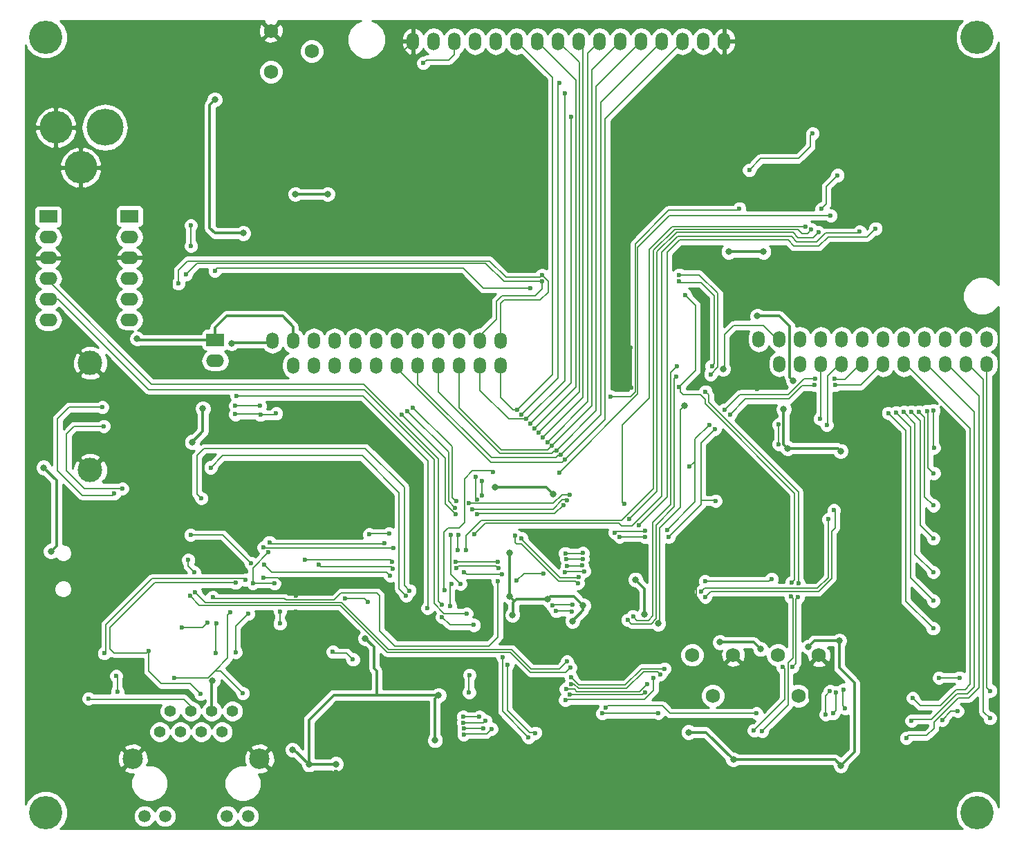
<source format=gbl>
G04 (created by PCBNEW (2013-07-07 BZR 4022)-stable) date 03/02/2018 19:35:14*
%MOIN*%
G04 Gerber Fmt 3.4, Leading zero omitted, Abs format*
%FSLAX34Y34*%
G01*
G70*
G90*
G04 APERTURE LIST*
%ADD10C,0.00590551*%
%ADD11C,0.0551181*%
%ADD12C,0.0984252*%
%ADD13C,0.0590551*%
%ADD14R,0.0866X0.06*%
%ADD15O,0.0866X0.06*%
%ADD16O,0.0590551X0.0866142*%
%ADD17C,0.16*%
%ADD18O,0.177701X0.177701*%
%ADD19O,0.158098X0.158098*%
%ADD20C,0.1181*%
%ADD21C,0.0689*%
%ADD22R,0.06X0.0787*%
%ADD23O,0.06X0.0787*%
%ADD24C,0.0314961*%
%ADD25C,0.023622*%
%ADD26C,0.011811*%
%ADD27C,0.01*%
G04 APERTURE END LIST*
G54D10*
G54D11*
X42400Y-53753D03*
X41400Y-53753D03*
X41900Y-52753D03*
X42900Y-52753D03*
X43400Y-53753D03*
X43900Y-52753D03*
X44400Y-53753D03*
X44900Y-52753D03*
G54D12*
X40098Y-55049D03*
X46201Y-55049D03*
G54D13*
X44640Y-57820D03*
X45650Y-57820D03*
X40660Y-57820D03*
X41650Y-57820D03*
G54D14*
X44070Y-34855D03*
G54D15*
X44070Y-35855D03*
G54D16*
X53601Y-20447D03*
X54601Y-20447D03*
X55601Y-20447D03*
X56601Y-20447D03*
X57601Y-20447D03*
X58601Y-20447D03*
X59601Y-20447D03*
X60601Y-20447D03*
X61601Y-20447D03*
X62601Y-20447D03*
X63601Y-20447D03*
X64601Y-20447D03*
X65601Y-20447D03*
X66601Y-20447D03*
X67601Y-20447D03*
X68601Y-20447D03*
G54D17*
X80800Y-57650D03*
X35900Y-57650D03*
X80800Y-20250D03*
G54D18*
X38749Y-24600D03*
G54D19*
X37587Y-26529D03*
X36387Y-24600D03*
G54D17*
X35900Y-20250D03*
G54D20*
X38041Y-35963D03*
X38041Y-41137D03*
G54D21*
X46756Y-19946D03*
X48724Y-20930D03*
X46756Y-21914D03*
X73166Y-50056D03*
X72182Y-52024D03*
X71198Y-50056D03*
X69039Y-50046D03*
X68055Y-52014D03*
X67071Y-50046D03*
G54D14*
X39940Y-28890D03*
G54D15*
X39940Y-29890D03*
X39940Y-30890D03*
X39940Y-31890D03*
X39940Y-32890D03*
X39940Y-33890D03*
G54D14*
X36015Y-28895D03*
G54D15*
X36015Y-29895D03*
X36015Y-30895D03*
X36015Y-31895D03*
X36015Y-32895D03*
X36015Y-33895D03*
G54D22*
X46825Y-36088D03*
G54D23*
X46825Y-34892D03*
X47825Y-36088D03*
X47825Y-34892D03*
X48825Y-36088D03*
X48825Y-34892D03*
X49825Y-36088D03*
X49825Y-34892D03*
X50825Y-36088D03*
X50825Y-34892D03*
X51825Y-36088D03*
X51825Y-34892D03*
X52825Y-36088D03*
X52825Y-34892D03*
X53825Y-36088D03*
X53825Y-34892D03*
X54825Y-36088D03*
X54825Y-34892D03*
X55825Y-36088D03*
X55825Y-34892D03*
X56825Y-36088D03*
X56825Y-34892D03*
X57825Y-36088D03*
X57825Y-34892D03*
G54D22*
X70270Y-36018D03*
G54D23*
X70270Y-34822D03*
X71270Y-36018D03*
X71270Y-34822D03*
X72270Y-36018D03*
X72270Y-34822D03*
X73270Y-36018D03*
X73270Y-34822D03*
X74270Y-36018D03*
X74270Y-34822D03*
X75270Y-36018D03*
X75270Y-34822D03*
X76270Y-36018D03*
X76270Y-34822D03*
X77270Y-36018D03*
X77270Y-34822D03*
X78270Y-36018D03*
X78270Y-34822D03*
X79270Y-36018D03*
X79270Y-34822D03*
X80270Y-36018D03*
X80270Y-34822D03*
X81270Y-36018D03*
X81270Y-34822D03*
G54D24*
X44861Y-35019D03*
X43470Y-38160D03*
X42952Y-39781D03*
X45423Y-29705D03*
X44051Y-23261D03*
X70210Y-33705D03*
X71925Y-36813D03*
X64328Y-46418D03*
X64776Y-48090D03*
X66885Y-53775D03*
X69045Y-55095D03*
X72653Y-49658D03*
X74228Y-55374D03*
X74158Y-49357D03*
X58268Y-45115D03*
X58257Y-47223D03*
X58397Y-48123D03*
X60100Y-47360D03*
X61809Y-47667D03*
X61290Y-48411D03*
X51310Y-49252D03*
X49880Y-55310D03*
X54840Y-51990D03*
X54666Y-54162D03*
X74220Y-40215D03*
X71670Y-40080D03*
X71475Y-38190D03*
X57564Y-41949D03*
X60368Y-42294D03*
X70356Y-49764D03*
X68398Y-49434D03*
X47790Y-54620D03*
X48590Y-55340D03*
X43943Y-51296D03*
X68820Y-30600D03*
X70500Y-30600D03*
X49480Y-27820D03*
X47930Y-27820D03*
X36149Y-45045D03*
X35794Y-41008D03*
X40310Y-34790D03*
X68551Y-36246D03*
X66689Y-38010D03*
X65420Y-48540D03*
G54D25*
X73220Y-38655D03*
X71232Y-38940D03*
X71241Y-39879D03*
X67692Y-47254D03*
X73890Y-43070D03*
X73549Y-38955D03*
X73629Y-43502D03*
X67510Y-46990D03*
X61230Y-24100D03*
X59270Y-38898D03*
X59472Y-39123D03*
X59654Y-39333D03*
X59856Y-39558D03*
X60081Y-39789D03*
X60294Y-39966D03*
X60515Y-40175D03*
X60720Y-40392D03*
X60930Y-40617D03*
X58635Y-38220D03*
X60930Y-22960D03*
X59064Y-38673D03*
X60651Y-22446D03*
X58830Y-38451D03*
X67683Y-46501D03*
X70898Y-46377D03*
X64036Y-43505D03*
X73161Y-29658D03*
X73290Y-28532D03*
X74074Y-26908D03*
X56046Y-53889D03*
X57382Y-53616D03*
X61302Y-47610D03*
X60333Y-47667D03*
X55776Y-44991D03*
X55809Y-44244D03*
X56553Y-44226D03*
X75132Y-29633D03*
X56799Y-53033D03*
X56021Y-53028D03*
X72527Y-29400D03*
X63780Y-42770D03*
X56043Y-53307D03*
X57102Y-53223D03*
X56153Y-44987D03*
X72808Y-29534D03*
X55143Y-46926D03*
X57470Y-41230D03*
X63118Y-37576D03*
X69342Y-28518D03*
X69811Y-26663D03*
X72870Y-24892D03*
X64484Y-43799D03*
X75908Y-29477D03*
X60510Y-47930D03*
X61260Y-47950D03*
X57006Y-53577D03*
X56048Y-53604D03*
X54099Y-21501D03*
X73740Y-28860D03*
X60656Y-41252D03*
X52227Y-44649D03*
X46680Y-44613D03*
X48407Y-45468D03*
X52600Y-45550D03*
X55672Y-45550D03*
X57687Y-45570D03*
X60945Y-45147D03*
X61794Y-45135D03*
X49046Y-45684D03*
X52640Y-45885D03*
X55697Y-45849D03*
X57726Y-45870D03*
X61010Y-45434D03*
X61779Y-45426D03*
X55893Y-46626D03*
X55426Y-44247D03*
X52448Y-44195D03*
X51494Y-44231D03*
X43400Y-42490D03*
X53438Y-46949D03*
X53271Y-47193D03*
X43846Y-41008D03*
X52654Y-44884D03*
X46406Y-44862D03*
X42768Y-45468D03*
X43061Y-46053D03*
X43088Y-47012D03*
X61029Y-50364D03*
X42847Y-47194D03*
X61188Y-50662D03*
X42882Y-44261D03*
X45780Y-45618D03*
X46437Y-45693D03*
X52500Y-46228D03*
X56076Y-46041D03*
X57902Y-46143D03*
X61038Y-45753D03*
X61770Y-45731D03*
X61860Y-46007D03*
X60932Y-46073D03*
X59877Y-46112D03*
X58604Y-46467D03*
X57700Y-46474D03*
X43952Y-47268D03*
X50710Y-50270D03*
X49742Y-49896D03*
X50328Y-47340D03*
X51435Y-47505D03*
X45402Y-51898D03*
X42087Y-51144D03*
X44793Y-47999D03*
X43362Y-51933D03*
X45045Y-46571D03*
X40860Y-49860D03*
X39354Y-51821D03*
X39291Y-51058D03*
X45536Y-46431D03*
X38720Y-49970D03*
X45048Y-49914D03*
X45650Y-48070D03*
X66720Y-32685D03*
X59265Y-32355D03*
X44050Y-31510D03*
X66432Y-37122D03*
X70441Y-53718D03*
X71820Y-47236D03*
X71848Y-46564D03*
X66294Y-36609D03*
X63950Y-48362D03*
X42287Y-32137D03*
X59822Y-31731D03*
X66440Y-31710D03*
X67949Y-36512D03*
X66318Y-36134D03*
X64211Y-48186D03*
X68012Y-36113D03*
X66420Y-32025D03*
X59820Y-32040D03*
X42650Y-31700D03*
X70043Y-53685D03*
X71424Y-50638D03*
X71904Y-50610D03*
X72171Y-47259D03*
X72185Y-46593D03*
X67704Y-37345D03*
X47007Y-38397D03*
X39597Y-42021D03*
X38687Y-39011D03*
X45041Y-38439D03*
X46247Y-38466D03*
X56642Y-41454D03*
X56691Y-42543D03*
X58838Y-44436D03*
X61580Y-46283D03*
X45033Y-38022D03*
X46230Y-38031D03*
X56931Y-41655D03*
X56934Y-42348D03*
X58528Y-44298D03*
X61548Y-46588D03*
X38624Y-38097D03*
X39195Y-42270D03*
X66942Y-40955D03*
X65844Y-44033D03*
X64782Y-44069D03*
X63332Y-44148D03*
X73917Y-36734D03*
X72999Y-36729D03*
X68630Y-38214D03*
X67892Y-38943D03*
X68187Y-42616D03*
X63565Y-44351D03*
X64800Y-44364D03*
X65936Y-44348D03*
X68156Y-39148D03*
X68886Y-38448D03*
X72968Y-37037D03*
X73950Y-37038D03*
X53598Y-38115D03*
X55678Y-42624D03*
X56286Y-42738D03*
X61176Y-42312D03*
X53334Y-38291D03*
X55643Y-42948D03*
X56475Y-43020D03*
X61034Y-42588D03*
X53070Y-38460D03*
X55650Y-43260D03*
X56707Y-43260D03*
X60851Y-42826D03*
X81420Y-53100D03*
X61223Y-51449D03*
X65517Y-50988D03*
X74007Y-51858D03*
X73846Y-52870D03*
X81435Y-51780D03*
X79853Y-52758D03*
X79115Y-53181D03*
X74435Y-52614D03*
X74361Y-51723D03*
X65723Y-50711D03*
X61226Y-51124D03*
X79947Y-51147D03*
X78960Y-51150D03*
X77697Y-52122D03*
X64893Y-51444D03*
X60978Y-51690D03*
X77382Y-54054D03*
X61159Y-51961D03*
X64780Y-51860D03*
X77643Y-53223D03*
X73500Y-52920D03*
X73710Y-51800D03*
X65205Y-51147D03*
X60945Y-52224D03*
X42890Y-29330D03*
X42900Y-30316D03*
X45105Y-37545D03*
X54300Y-47790D03*
X56310Y-51855D03*
X56325Y-51015D03*
X55390Y-47680D03*
X55450Y-46620D03*
X56188Y-48054D03*
X56535Y-48606D03*
X54996Y-48219D03*
X54990Y-47613D03*
X57924Y-50153D03*
X59175Y-54015D03*
X62734Y-52871D03*
X65429Y-52857D03*
X70155Y-52860D03*
X62895Y-52584D03*
X59499Y-53811D03*
X58158Y-50517D03*
X53090Y-22580D03*
X70343Y-27328D03*
X36321Y-53708D03*
X37044Y-53681D03*
X40523Y-45486D03*
X43530Y-45501D03*
X51219Y-41315D03*
X49998Y-41325D03*
X67424Y-47677D03*
X67245Y-44790D03*
X72810Y-52250D03*
X70191Y-37229D03*
X42371Y-36316D03*
X46386Y-46330D03*
X47950Y-47201D03*
X47971Y-47964D03*
X47985Y-48566D03*
X41998Y-32890D03*
X41900Y-31120D03*
X47640Y-55730D03*
X49880Y-55700D03*
X64113Y-37170D03*
X64110Y-35220D03*
X75215Y-40033D03*
X75236Y-41384D03*
X49191Y-40806D03*
X48207Y-40821D03*
X76520Y-38380D03*
X78678Y-48771D03*
X76888Y-38353D03*
X78690Y-47439D03*
X77260Y-38330D03*
X78687Y-46060D03*
X77625Y-38318D03*
X78683Y-44429D03*
X78003Y-38316D03*
X78692Y-42840D03*
X78381Y-38286D03*
X78710Y-41280D03*
X78701Y-38250D03*
X78720Y-40050D03*
X44100Y-49945D03*
X44112Y-48522D03*
X42465Y-48720D03*
X43701Y-48474D03*
X37961Y-52150D03*
X47187Y-48537D03*
X47196Y-47961D03*
X46922Y-46598D03*
X45882Y-46577D03*
X46620Y-45104D03*
G54D26*
X44890Y-34990D02*
X46825Y-34990D01*
X44861Y-35019D02*
X44890Y-34990D01*
X43470Y-39263D02*
X43470Y-38160D01*
X42952Y-39781D02*
X43470Y-39263D01*
X44045Y-29705D02*
X45423Y-29705D01*
X43802Y-29462D02*
X44045Y-29705D01*
X43802Y-23510D02*
X43802Y-29462D01*
X44051Y-23261D02*
X43802Y-23510D01*
X71267Y-33705D02*
X70210Y-33705D01*
X71766Y-34204D02*
X71267Y-33705D01*
X71766Y-36654D02*
X71766Y-34204D01*
X71925Y-36813D02*
X71766Y-36654D01*
X64328Y-46418D02*
X64776Y-46866D01*
X64776Y-46866D02*
X64776Y-48090D01*
X69045Y-55095D02*
X73949Y-55095D01*
X73949Y-55095D02*
X74228Y-55374D01*
X67725Y-53775D02*
X66885Y-53775D01*
X69045Y-55095D02*
X67725Y-53775D01*
X72954Y-49357D02*
X74158Y-49357D01*
X72653Y-49658D02*
X72954Y-49357D01*
X74228Y-55374D02*
X74888Y-54714D01*
X74158Y-50668D02*
X74158Y-49357D01*
X74888Y-51398D02*
X74158Y-50668D01*
X74888Y-54714D02*
X74888Y-51398D01*
X58257Y-47223D02*
X58257Y-45126D01*
X58257Y-45126D02*
X58268Y-45115D01*
X58485Y-47451D02*
X58485Y-47464D01*
X58257Y-47223D02*
X58485Y-47451D01*
X58590Y-47360D02*
X60100Y-47360D01*
X58437Y-47513D02*
X58485Y-47464D01*
X58485Y-47464D02*
X58590Y-47360D01*
X58437Y-48083D02*
X58437Y-47513D01*
X58397Y-48123D02*
X58437Y-48083D01*
X61362Y-47220D02*
X61809Y-47667D01*
X60240Y-47220D02*
X61362Y-47220D01*
X60100Y-47360D02*
X60240Y-47220D01*
X61809Y-47892D02*
X61809Y-47667D01*
X61290Y-48411D02*
X61809Y-47892D01*
X51858Y-50823D02*
X51858Y-51990D01*
X51730Y-50695D02*
X51858Y-50823D01*
X51730Y-49672D02*
X51730Y-50695D01*
X51310Y-49252D02*
X51730Y-49672D01*
X48590Y-55340D02*
X49850Y-55340D01*
X49850Y-55340D02*
X49880Y-55310D01*
X48590Y-55340D02*
X48590Y-53182D01*
X48590Y-53182D02*
X49782Y-51990D01*
X49782Y-51990D02*
X51858Y-51990D01*
X51858Y-51990D02*
X54840Y-51990D01*
X54840Y-51990D02*
X54666Y-52164D01*
X54666Y-52164D02*
X54666Y-54162D01*
X74085Y-40080D02*
X71670Y-40080D01*
X74220Y-40215D02*
X74085Y-40080D01*
X71670Y-40080D02*
X71475Y-39885D01*
X71475Y-39885D02*
X71475Y-38190D01*
X60023Y-41949D02*
X57564Y-41949D01*
X60368Y-42294D02*
X60023Y-41949D01*
X70356Y-49764D02*
X70026Y-49434D01*
X70026Y-49434D02*
X68398Y-49434D01*
X47870Y-54620D02*
X47790Y-54620D01*
X48590Y-55340D02*
X47870Y-54620D01*
X43943Y-51296D02*
X43900Y-51339D01*
X43900Y-51339D02*
X43900Y-52753D01*
X70500Y-30600D02*
X68820Y-30600D01*
X44070Y-34855D02*
X44070Y-34250D01*
X44070Y-34250D02*
X44616Y-33704D01*
X44616Y-33704D02*
X47322Y-33704D01*
X47322Y-33704D02*
X47825Y-34207D01*
X47825Y-34207D02*
X47825Y-34990D01*
X47930Y-27820D02*
X49480Y-27820D01*
X44070Y-34855D02*
X40375Y-34855D01*
X36419Y-44775D02*
X36149Y-45045D01*
X36419Y-41633D02*
X36419Y-44775D01*
X35794Y-41008D02*
X36419Y-41633D01*
X40375Y-34855D02*
X40310Y-34790D01*
G54D10*
X70503Y-34153D02*
X71270Y-34920D01*
X69062Y-34153D02*
X70503Y-34153D01*
X68614Y-34601D02*
X69062Y-34153D01*
X68614Y-36183D02*
X68614Y-34601D01*
X68551Y-36246D02*
X68614Y-36183D01*
X66490Y-38209D02*
X66689Y-38010D01*
X66490Y-42934D02*
X66490Y-38209D01*
X65506Y-43918D02*
X66490Y-42934D01*
X65506Y-48454D02*
X65506Y-43918D01*
X65420Y-48540D02*
X65506Y-48454D01*
X73270Y-38605D02*
X73270Y-35920D01*
X73220Y-38655D02*
X73270Y-38605D01*
X71232Y-39870D02*
X71232Y-38940D01*
X71241Y-39879D02*
X71232Y-39870D01*
X67957Y-46989D02*
X67692Y-47254D01*
X73146Y-46989D02*
X67957Y-46989D01*
X73778Y-46357D02*
X73146Y-46989D01*
X73778Y-44106D02*
X73778Y-46357D01*
X73944Y-43940D02*
X73778Y-44106D01*
X73944Y-43124D02*
X73944Y-43940D01*
X73890Y-43070D02*
X73944Y-43124D01*
X73584Y-36606D02*
X74270Y-35920D01*
X73584Y-38920D02*
X73584Y-36606D01*
X73549Y-38955D02*
X73584Y-38920D01*
X73629Y-46321D02*
X73629Y-43502D01*
X73110Y-46840D02*
X73629Y-46321D01*
X67660Y-46840D02*
X73110Y-46840D01*
X67510Y-46990D02*
X67660Y-46840D01*
X61230Y-36938D02*
X61230Y-24100D01*
X59270Y-38898D02*
X61230Y-36938D01*
X61470Y-22316D02*
X59601Y-20447D01*
X61470Y-37125D02*
X61470Y-22316D01*
X59472Y-39123D02*
X61470Y-37125D01*
X61619Y-21465D02*
X60601Y-20447D01*
X61619Y-37368D02*
X61619Y-21465D01*
X59654Y-39333D02*
X61619Y-37368D01*
X61803Y-20649D02*
X61601Y-20447D01*
X61803Y-37611D02*
X61803Y-20649D01*
X59856Y-39558D02*
X61803Y-37611D01*
X62034Y-21015D02*
X62601Y-20447D01*
X62034Y-37836D02*
X62034Y-21015D01*
X60081Y-39789D02*
X62034Y-37836D01*
X60294Y-39966D02*
X60284Y-39966D01*
X55825Y-38125D02*
X55825Y-35990D01*
X57860Y-40160D02*
X55825Y-38125D01*
X60090Y-40160D02*
X57860Y-40160D01*
X60284Y-39966D02*
X60090Y-40160D01*
X62237Y-21812D02*
X63601Y-20447D01*
X62237Y-38023D02*
X62237Y-21812D01*
X60294Y-39966D02*
X62237Y-38023D01*
X60515Y-40175D02*
X60439Y-40175D01*
X54825Y-37353D02*
X54825Y-35990D01*
X57792Y-40320D02*
X54825Y-37353D01*
X60294Y-40320D02*
X57792Y-40320D01*
X60439Y-40175D02*
X60294Y-40320D01*
X62440Y-22609D02*
X64601Y-20447D01*
X62440Y-38250D02*
X62440Y-22609D01*
X60515Y-40175D02*
X62440Y-38250D01*
X60720Y-40392D02*
X60642Y-40392D01*
X53825Y-36980D02*
X53825Y-35990D01*
X57381Y-40536D02*
X53825Y-36980D01*
X60498Y-40536D02*
X57381Y-40536D01*
X60642Y-40392D02*
X60498Y-40536D01*
X62658Y-23391D02*
X65601Y-20447D01*
X62658Y-38454D02*
X62658Y-23391D01*
X60720Y-40392D02*
X62658Y-38454D01*
X60930Y-40617D02*
X60921Y-40617D01*
X52825Y-36234D02*
X52825Y-35990D01*
X57348Y-40757D02*
X52825Y-36234D01*
X60781Y-40757D02*
X57348Y-40757D01*
X60921Y-40617D02*
X60781Y-40757D01*
X62870Y-24179D02*
X66601Y-20447D01*
X62870Y-38677D02*
X62870Y-24179D01*
X60930Y-40617D02*
X62870Y-38677D01*
X58635Y-38220D02*
X58425Y-38220D01*
X57825Y-37620D02*
X57825Y-35990D01*
X58425Y-38220D02*
X57825Y-37620D01*
X60330Y-22176D02*
X58601Y-20447D01*
X60330Y-36525D02*
X60330Y-22176D01*
X58635Y-38220D02*
X60330Y-36525D01*
X59064Y-38673D02*
X58217Y-38673D01*
X56825Y-37281D02*
X56825Y-35990D01*
X58217Y-38673D02*
X56825Y-37281D01*
X60930Y-36807D02*
X60930Y-22960D01*
X59064Y-38673D02*
X60930Y-36807D01*
X60600Y-22497D02*
X60651Y-22446D01*
X60600Y-36681D02*
X60600Y-22497D01*
X58830Y-38451D02*
X60600Y-36681D01*
X70774Y-46501D02*
X67683Y-46501D01*
X70898Y-46377D02*
X70774Y-46501D01*
X65373Y-42168D02*
X64036Y-43505D01*
X65373Y-30595D02*
X65373Y-42168D01*
X66313Y-29655D02*
X65373Y-30595D01*
X71913Y-29655D02*
X66313Y-29655D01*
X72168Y-29910D02*
X71913Y-29655D01*
X72909Y-29910D02*
X72168Y-29910D01*
X73161Y-29658D02*
X72909Y-29910D01*
X73528Y-28294D02*
X73290Y-28532D01*
X73528Y-27454D02*
X73528Y-28294D01*
X74074Y-26908D02*
X73528Y-27454D01*
X56083Y-53852D02*
X56046Y-53889D01*
X57146Y-53852D02*
X56083Y-53852D01*
X57382Y-53616D02*
X57146Y-53852D01*
X60390Y-47610D02*
X61302Y-47610D01*
X60333Y-47667D02*
X60390Y-47610D01*
X55776Y-44277D02*
X55776Y-44991D01*
X55809Y-44244D02*
X55776Y-44277D01*
X57084Y-43695D02*
X56553Y-44226D01*
X63522Y-43695D02*
X57084Y-43695D01*
X63657Y-43830D02*
X63522Y-43695D01*
X64170Y-43830D02*
X63657Y-43830D01*
X65597Y-42403D02*
X64170Y-43830D01*
X65597Y-30632D02*
X65597Y-42403D01*
X66356Y-29873D02*
X65597Y-30632D01*
X71852Y-29873D02*
X66356Y-29873D01*
X72093Y-30114D02*
X71852Y-29873D01*
X73071Y-30114D02*
X72093Y-30114D01*
X73498Y-29687D02*
X73071Y-30114D01*
X75078Y-29687D02*
X73498Y-29687D01*
X75132Y-29633D02*
X75078Y-29687D01*
X56026Y-53033D02*
X56799Y-53033D01*
X56021Y-53028D02*
X56026Y-53033D01*
X66108Y-29400D02*
X72527Y-29400D01*
X65009Y-30499D02*
X66108Y-29400D01*
X65009Y-37665D02*
X65009Y-30499D01*
X63710Y-38964D02*
X65009Y-37665D01*
X63710Y-42700D02*
X63710Y-38964D01*
X63780Y-42770D02*
X63710Y-42700D01*
X56058Y-53322D02*
X56043Y-53307D01*
X57003Y-53322D02*
X56058Y-53322D01*
X57102Y-53223D02*
X57003Y-53322D01*
X56153Y-44297D02*
X56153Y-44987D01*
X56900Y-43550D02*
X56153Y-44297D01*
X63676Y-43550D02*
X56900Y-43550D01*
X65205Y-42021D02*
X63676Y-43550D01*
X65205Y-30528D02*
X65205Y-42021D01*
X66222Y-29511D02*
X65205Y-30528D01*
X72169Y-29511D02*
X66222Y-29511D01*
X72366Y-29708D02*
X72169Y-29511D01*
X72634Y-29708D02*
X72366Y-29708D01*
X72808Y-29534D02*
X72634Y-29708D01*
X55085Y-46868D02*
X55143Y-46926D01*
X55085Y-44113D02*
X55085Y-46868D01*
X55286Y-43912D02*
X55085Y-44113D01*
X55836Y-43912D02*
X55286Y-43912D01*
X56078Y-43670D02*
X55836Y-43912D01*
X56078Y-41552D02*
X56078Y-43670D01*
X56470Y-41160D02*
X56078Y-41552D01*
X57400Y-41160D02*
X56470Y-41160D01*
X57470Y-41230D02*
X57400Y-41160D01*
X64088Y-37576D02*
X63118Y-37576D01*
X64314Y-37350D02*
X64088Y-37576D01*
X64314Y-30223D02*
X64314Y-37350D01*
X65935Y-28602D02*
X64314Y-30223D01*
X69258Y-28602D02*
X65935Y-28602D01*
X69342Y-28518D02*
X69258Y-28602D01*
X70371Y-26103D02*
X69811Y-26663D01*
X72177Y-26103D02*
X70371Y-26103D01*
X72758Y-25522D02*
X72177Y-26103D01*
X72758Y-25004D02*
X72758Y-25522D01*
X72870Y-24892D02*
X72758Y-25004D01*
X65848Y-42435D02*
X64484Y-43799D01*
X65848Y-30638D02*
X65848Y-42435D01*
X66453Y-30033D02*
X65848Y-30638D01*
X71690Y-30033D02*
X66453Y-30033D01*
X71974Y-30317D02*
X71690Y-30033D01*
X73171Y-30317D02*
X71974Y-30317D01*
X73612Y-29876D02*
X73171Y-30317D01*
X75509Y-29876D02*
X73612Y-29876D01*
X75908Y-29477D02*
X75509Y-29876D01*
X61240Y-47930D02*
X60510Y-47930D01*
X61260Y-47950D02*
X61240Y-47930D01*
X56075Y-53577D02*
X57006Y-53577D01*
X56048Y-53604D02*
X56075Y-53577D01*
X55601Y-21088D02*
X55601Y-20447D01*
X55342Y-21348D02*
X55601Y-21088D01*
X54252Y-21348D02*
X55342Y-21348D01*
X54099Y-21501D02*
X54252Y-21348D01*
X65955Y-28860D02*
X73740Y-28860D01*
X64435Y-30380D02*
X65955Y-28860D01*
X64435Y-37473D02*
X64435Y-30380D01*
X60656Y-41252D02*
X64435Y-37473D01*
X52186Y-44690D02*
X52227Y-44649D01*
X46757Y-44690D02*
X52186Y-44690D01*
X46680Y-44613D02*
X46757Y-44690D01*
X52518Y-45468D02*
X48407Y-45468D01*
X52600Y-45550D02*
X52518Y-45468D01*
X57667Y-45550D02*
X55672Y-45550D01*
X57687Y-45570D02*
X57667Y-45550D01*
X61782Y-45147D02*
X60945Y-45147D01*
X61794Y-45135D02*
X61782Y-45147D01*
X49156Y-45794D02*
X49046Y-45684D01*
X52549Y-45794D02*
X49156Y-45794D01*
X52640Y-45885D02*
X52549Y-45794D01*
X55793Y-45753D02*
X55697Y-45849D01*
X57609Y-45753D02*
X55793Y-45753D01*
X57726Y-45870D02*
X57609Y-45753D01*
X61027Y-45417D02*
X61010Y-45434D01*
X61770Y-45417D02*
X61027Y-45417D01*
X61779Y-45426D02*
X61770Y-45417D01*
X55440Y-46173D02*
X55893Y-46626D01*
X55440Y-44261D02*
X55440Y-46173D01*
X55426Y-44247D02*
X55440Y-44261D01*
X51530Y-44195D02*
X52448Y-44195D01*
X51494Y-44231D02*
X51530Y-44195D01*
X43190Y-42280D02*
X43400Y-42490D01*
X43190Y-40440D02*
X43190Y-42280D01*
X43540Y-40090D02*
X43190Y-40440D01*
X51310Y-40090D02*
X43540Y-40090D01*
X53180Y-41960D02*
X51310Y-40090D01*
X53180Y-46691D02*
X53180Y-41960D01*
X53438Y-46949D02*
X53180Y-46691D01*
X52941Y-46863D02*
X53271Y-47193D01*
X52941Y-42227D02*
X52941Y-46863D01*
X51150Y-40436D02*
X52941Y-42227D01*
X44418Y-40436D02*
X51150Y-40436D01*
X43846Y-41008D02*
X44418Y-40436D01*
X46428Y-44884D02*
X52654Y-44884D01*
X46406Y-44862D02*
X46428Y-44884D01*
X42768Y-45760D02*
X42768Y-45468D01*
X43061Y-46053D02*
X42768Y-45760D01*
X43596Y-47520D02*
X43088Y-47012D01*
X50159Y-47520D02*
X43596Y-47520D01*
X52430Y-49791D02*
X50159Y-47520D01*
X58359Y-49791D02*
X52430Y-49791D01*
X59298Y-50730D02*
X58359Y-49791D01*
X60663Y-50730D02*
X59298Y-50730D01*
X61029Y-50364D02*
X60663Y-50730D01*
X43302Y-47649D02*
X42847Y-47194D01*
X50085Y-47649D02*
X43302Y-47649D01*
X52346Y-49910D02*
X50085Y-47649D01*
X58303Y-49910D02*
X52346Y-49910D01*
X59269Y-50876D02*
X58303Y-49910D01*
X60974Y-50876D02*
X59269Y-50876D01*
X61188Y-50662D02*
X60974Y-50876D01*
X44423Y-44261D02*
X42882Y-44261D01*
X45780Y-45618D02*
X44423Y-44261D01*
X46794Y-46050D02*
X46437Y-45693D01*
X52322Y-46050D02*
X46794Y-46050D01*
X52500Y-46228D02*
X52322Y-46050D01*
X56184Y-46149D02*
X56076Y-46041D01*
X57896Y-46149D02*
X56184Y-46149D01*
X57902Y-46143D02*
X57896Y-46149D01*
X61748Y-45753D02*
X61038Y-45753D01*
X61770Y-45731D02*
X61748Y-45753D01*
X60998Y-46007D02*
X61860Y-46007D01*
X60932Y-46073D02*
X60998Y-46007D01*
X58959Y-46112D02*
X59877Y-46112D01*
X58604Y-46467D02*
X58959Y-46112D01*
X57700Y-49176D02*
X57700Y-46474D01*
X57260Y-49616D02*
X57700Y-49176D01*
X52731Y-49616D02*
X57260Y-49616D01*
X51996Y-48881D02*
X52731Y-49616D01*
X51996Y-47194D02*
X51996Y-48881D01*
X51856Y-47054D02*
X51996Y-47194D01*
X50142Y-47054D02*
X51856Y-47054D01*
X49794Y-47402D02*
X50142Y-47054D01*
X47483Y-47402D02*
X49794Y-47402D01*
X47403Y-47322D02*
X47483Y-47402D01*
X44006Y-47322D02*
X47403Y-47322D01*
X43952Y-47268D02*
X44006Y-47322D01*
X50402Y-49962D02*
X50710Y-50270D01*
X49808Y-49962D02*
X50402Y-49962D01*
X49742Y-49896D02*
X49808Y-49962D01*
X51270Y-47340D02*
X50328Y-47340D01*
X51435Y-47505D02*
X51270Y-47340D01*
X44313Y-50809D02*
X44054Y-50809D01*
X45402Y-51898D02*
X44313Y-50809D01*
X43720Y-51144D02*
X42087Y-51144D01*
X44667Y-50197D02*
X44054Y-50809D01*
X44054Y-50809D02*
X43720Y-51144D01*
X44667Y-48125D02*
X44667Y-50197D01*
X44793Y-47999D02*
X44667Y-48125D01*
X40860Y-50821D02*
X40860Y-49860D01*
X41468Y-51429D02*
X40860Y-50821D01*
X42858Y-51429D02*
X41468Y-51429D01*
X43362Y-51933D02*
X42858Y-51429D01*
X41152Y-46571D02*
X45045Y-46571D01*
X38997Y-48726D02*
X41152Y-46571D01*
X38997Y-49757D02*
X38997Y-48726D01*
X39186Y-49946D02*
X38997Y-49757D01*
X40774Y-49946D02*
X39186Y-49946D01*
X40860Y-49860D02*
X40774Y-49946D01*
X39354Y-51121D02*
X39354Y-51821D01*
X39291Y-51058D02*
X39354Y-51121D01*
X45473Y-46368D02*
X45536Y-46431D01*
X41012Y-46368D02*
X45473Y-46368D01*
X38800Y-48580D02*
X41012Y-46368D01*
X38800Y-49890D02*
X38800Y-48580D01*
X38720Y-49970D02*
X38800Y-49890D01*
X45048Y-48672D02*
X45048Y-49914D01*
X45650Y-48070D02*
X45048Y-48672D01*
X67230Y-36324D02*
X66432Y-37122D01*
X67230Y-33195D02*
X67230Y-36324D01*
X66720Y-32685D02*
X67230Y-33195D01*
X57000Y-32355D02*
X59265Y-32355D01*
X56035Y-31390D02*
X57000Y-32355D01*
X44170Y-31390D02*
X56035Y-31390D01*
X44050Y-31510D02*
X44170Y-31390D01*
X66432Y-37122D02*
X66495Y-37185D01*
X70441Y-53711D02*
X70441Y-53718D01*
X71685Y-52467D02*
X70441Y-53711D01*
X71685Y-50421D02*
X71685Y-52467D01*
X71918Y-50188D02*
X71685Y-50421D01*
X71918Y-47334D02*
X71918Y-50188D01*
X71820Y-47236D02*
X71918Y-47334D01*
X72002Y-46410D02*
X71848Y-46564D01*
X72002Y-42252D02*
X72002Y-46410D01*
X67689Y-37939D02*
X72002Y-42252D01*
X67689Y-37710D02*
X67689Y-37939D01*
X67473Y-37494D02*
X67689Y-37710D01*
X66636Y-37494D02*
X67473Y-37494D01*
X66495Y-37353D02*
X66636Y-37494D01*
X66495Y-37185D02*
X66495Y-37353D01*
X57825Y-34990D02*
X57825Y-33095D01*
X60129Y-32038D02*
X59822Y-31731D01*
X60129Y-32551D02*
X60129Y-32038D01*
X59740Y-32940D02*
X60129Y-32551D01*
X57980Y-32940D02*
X59740Y-32940D01*
X57825Y-33095D02*
X57980Y-32940D01*
X66200Y-36703D02*
X66294Y-36609D01*
X66200Y-42894D02*
X66200Y-36703D01*
X65318Y-43776D02*
X66200Y-42894D01*
X65318Y-48303D02*
X65318Y-43776D01*
X65079Y-48542D02*
X65318Y-48303D01*
X64130Y-48542D02*
X65079Y-48542D01*
X63950Y-48362D02*
X64130Y-48542D01*
X42294Y-32130D02*
X42287Y-32137D01*
X42294Y-31486D02*
X42294Y-32130D01*
X42735Y-31045D02*
X42294Y-31486D01*
X57295Y-31045D02*
X42735Y-31045D01*
X58086Y-31836D02*
X57295Y-31045D01*
X59717Y-31836D02*
X58086Y-31836D01*
X59822Y-31731D02*
X59717Y-31836D01*
X67410Y-31710D02*
X66440Y-31710D01*
X68306Y-32606D02*
X67410Y-31710D01*
X68306Y-36155D02*
X68306Y-32606D01*
X67949Y-36512D02*
X68306Y-36155D01*
X56825Y-34990D02*
X56825Y-34651D01*
X59820Y-32405D02*
X59820Y-32040D01*
X59500Y-32725D02*
X59820Y-32405D01*
X57890Y-32725D02*
X59500Y-32725D01*
X57624Y-32991D02*
X57890Y-32725D01*
X57624Y-33852D02*
X57624Y-32991D01*
X56825Y-34651D02*
X57624Y-33852D01*
X66038Y-36414D02*
X66318Y-36134D01*
X66038Y-42787D02*
X66038Y-36414D01*
X65170Y-43655D02*
X66038Y-42787D01*
X65170Y-48167D02*
X65170Y-43655D01*
X64962Y-48375D02*
X65170Y-48167D01*
X64400Y-48375D02*
X64962Y-48375D01*
X64211Y-48186D02*
X64400Y-48375D01*
X68124Y-36001D02*
X68012Y-36113D01*
X68124Y-32724D02*
X68124Y-36001D01*
X67485Y-32085D02*
X68124Y-32724D01*
X66480Y-32085D02*
X67485Y-32085D01*
X66420Y-32025D02*
X66480Y-32085D01*
X57990Y-32040D02*
X59820Y-32040D01*
X57100Y-31150D02*
X57990Y-32040D01*
X43200Y-31150D02*
X57100Y-31150D01*
X42650Y-31700D02*
X43200Y-31150D01*
X71522Y-52206D02*
X70043Y-53685D01*
X71522Y-50736D02*
X71522Y-52206D01*
X71424Y-50638D02*
X71522Y-50736D01*
X71918Y-50610D02*
X71904Y-50610D01*
X72072Y-50456D02*
X71918Y-50610D01*
X72072Y-47358D02*
X72072Y-50456D01*
X72171Y-47259D02*
X72072Y-47358D01*
X72185Y-42183D02*
X72185Y-46593D01*
X67865Y-37863D02*
X72185Y-42183D01*
X67865Y-37506D02*
X67865Y-37863D01*
X67704Y-37345D02*
X67865Y-37506D01*
X46938Y-38466D02*
X46247Y-38466D01*
X47007Y-38397D02*
X46938Y-38466D01*
X39604Y-42021D02*
X39597Y-42021D01*
X39605Y-42020D02*
X39604Y-42021D01*
X37770Y-42020D02*
X39605Y-42020D01*
X36900Y-41150D02*
X37770Y-42020D01*
X36900Y-39389D02*
X36900Y-41150D01*
X37265Y-39024D02*
X36900Y-39389D01*
X38674Y-39024D02*
X37265Y-39024D01*
X38687Y-39011D02*
X38674Y-39024D01*
X46220Y-38439D02*
X45041Y-38439D01*
X46247Y-38466D02*
X46220Y-38439D01*
X56642Y-42494D02*
X56642Y-41454D01*
X56691Y-42543D02*
X56642Y-42494D01*
X58838Y-44462D02*
X58838Y-44436D01*
X60684Y-46308D02*
X58838Y-44462D01*
X61555Y-46308D02*
X60684Y-46308D01*
X61580Y-46283D02*
X61555Y-46308D01*
X46221Y-38022D02*
X45033Y-38022D01*
X46230Y-38031D02*
X46221Y-38022D01*
X56931Y-42345D02*
X56931Y-41655D01*
X56934Y-42348D02*
X56931Y-42345D01*
X58528Y-44618D02*
X58528Y-44298D01*
X58604Y-44694D02*
X58528Y-44618D01*
X58834Y-44694D02*
X58604Y-44694D01*
X60618Y-46478D02*
X58834Y-44694D01*
X61438Y-46478D02*
X60618Y-46478D01*
X61548Y-46588D02*
X61438Y-46478D01*
X37023Y-38097D02*
X38624Y-38097D01*
X36465Y-38655D02*
X37023Y-38097D01*
X36465Y-41160D02*
X36465Y-38655D01*
X37650Y-42345D02*
X36465Y-41160D01*
X39120Y-42345D02*
X37650Y-42345D01*
X39195Y-42270D02*
X39120Y-42345D01*
X67154Y-40743D02*
X67208Y-40743D01*
X66942Y-40955D02*
X67154Y-40743D01*
X67208Y-42669D02*
X67208Y-40743D01*
X65844Y-44033D02*
X67208Y-42669D01*
X64775Y-44076D02*
X64782Y-44069D01*
X63404Y-44076D02*
X64775Y-44076D01*
X63332Y-44148D02*
X63404Y-44076D01*
X74426Y-36764D02*
X75270Y-35920D01*
X73947Y-36764D02*
X74426Y-36764D01*
X73917Y-36734D02*
X73947Y-36764D01*
X72451Y-36729D02*
X72999Y-36729D01*
X71696Y-37484D02*
X72451Y-36729D01*
X69360Y-37484D02*
X71696Y-37484D01*
X68630Y-38214D02*
X69360Y-37484D01*
X67208Y-39627D02*
X67892Y-38943D01*
X67208Y-40743D02*
X67208Y-40410D01*
X67208Y-40410D02*
X67208Y-39627D01*
X67480Y-42595D02*
X68166Y-42595D01*
X68166Y-42595D02*
X68187Y-42616D01*
X76270Y-35920D02*
X76270Y-35963D01*
X64787Y-44351D02*
X63565Y-44351D01*
X64800Y-44364D02*
X64787Y-44351D01*
X67480Y-42804D02*
X65936Y-44348D01*
X67480Y-39824D02*
X67480Y-42497D01*
X67480Y-42497D02*
X67480Y-42595D01*
X67480Y-42595D02*
X67480Y-42804D01*
X68156Y-39148D02*
X67480Y-39824D01*
X69639Y-37695D02*
X68886Y-38448D01*
X71730Y-37695D02*
X69639Y-37695D01*
X72360Y-37065D02*
X71730Y-37695D01*
X72940Y-37065D02*
X72360Y-37065D01*
X72968Y-37037D02*
X72940Y-37065D01*
X75195Y-37038D02*
X73950Y-37038D01*
X76270Y-35963D02*
X75195Y-37038D01*
X55488Y-40005D02*
X53598Y-38115D01*
X55488Y-42446D02*
X55488Y-40005D01*
X55666Y-42624D02*
X55488Y-42446D01*
X55678Y-42624D02*
X55666Y-42624D01*
X60360Y-42738D02*
X56286Y-42738D01*
X60783Y-42315D02*
X60360Y-42738D01*
X61173Y-42315D02*
X60783Y-42315D01*
X61176Y-42312D02*
X61173Y-42315D01*
X55314Y-40271D02*
X53334Y-38291D01*
X55314Y-42619D02*
X55314Y-40271D01*
X55643Y-42948D02*
X55314Y-42619D01*
X60350Y-43020D02*
X56475Y-43020D01*
X60800Y-42570D02*
X60350Y-43020D01*
X61016Y-42570D02*
X60800Y-42570D01*
X61034Y-42588D02*
X61016Y-42570D01*
X55155Y-40545D02*
X53070Y-38460D01*
X55155Y-42765D02*
X55155Y-40545D01*
X55650Y-43260D02*
X55155Y-42765D01*
X56728Y-43239D02*
X56707Y-43260D01*
X60438Y-43239D02*
X56728Y-43239D01*
X60851Y-42826D02*
X60438Y-43239D01*
X81108Y-36758D02*
X80270Y-35920D01*
X81108Y-52788D02*
X81108Y-36758D01*
X81420Y-53100D02*
X81108Y-52788D01*
X61376Y-51449D02*
X61223Y-51449D01*
X61596Y-51669D02*
X61376Y-51449D01*
X63909Y-51669D02*
X61596Y-51669D01*
X64719Y-50859D02*
X63909Y-51669D01*
X65388Y-50859D02*
X64719Y-50859D01*
X65517Y-50988D02*
X65388Y-50859D01*
X74007Y-52709D02*
X74007Y-51858D01*
X73846Y-52870D02*
X74007Y-52709D01*
X81270Y-51615D02*
X81270Y-35920D01*
X81435Y-51780D02*
X81270Y-51615D01*
X79538Y-52758D02*
X79853Y-52758D01*
X79115Y-53181D02*
X79538Y-52758D01*
X74426Y-52614D02*
X74435Y-52614D01*
X74318Y-52506D02*
X74426Y-52614D01*
X74318Y-51766D02*
X74318Y-52506D01*
X74361Y-51723D02*
X74318Y-51766D01*
X64629Y-50711D02*
X65723Y-50711D01*
X63837Y-51503D02*
X64629Y-50711D01*
X61605Y-51503D02*
X63837Y-51503D01*
X61226Y-51124D02*
X61605Y-51503D01*
X78963Y-51147D02*
X79947Y-51147D01*
X78960Y-51150D02*
X78963Y-51147D01*
X80470Y-39120D02*
X77270Y-35920D01*
X80470Y-51466D02*
X80470Y-39120D01*
X80216Y-51720D02*
X80470Y-51466D01*
X79779Y-51720D02*
X80216Y-51720D01*
X79014Y-52485D02*
X79779Y-51720D01*
X78060Y-52485D02*
X79014Y-52485D01*
X77697Y-52122D02*
X78060Y-52485D01*
X64528Y-51809D02*
X64893Y-51444D01*
X61502Y-51809D02*
X64528Y-51809D01*
X61377Y-51684D02*
X61502Y-51809D01*
X60984Y-51684D02*
X61377Y-51684D01*
X60978Y-51690D02*
X60984Y-51684D01*
X80900Y-37550D02*
X79270Y-35920D01*
X80900Y-51610D02*
X80900Y-37550D01*
X80400Y-52110D02*
X80900Y-51610D01*
X79900Y-52110D02*
X80400Y-52110D01*
X78720Y-53290D02*
X79900Y-52110D01*
X78720Y-53590D02*
X78720Y-53290D01*
X78370Y-53940D02*
X78720Y-53590D01*
X77496Y-53940D02*
X78370Y-53940D01*
X77382Y-54054D02*
X77496Y-53940D01*
X61168Y-51970D02*
X61159Y-51961D01*
X64670Y-51970D02*
X61168Y-51970D01*
X64780Y-51860D02*
X64670Y-51970D01*
X80661Y-38311D02*
X78270Y-35920D01*
X80661Y-51576D02*
X80661Y-38311D01*
X80325Y-51912D02*
X80661Y-51576D01*
X79839Y-51912D02*
X80325Y-51912D01*
X78606Y-53145D02*
X79839Y-51912D01*
X77721Y-53145D02*
X78606Y-53145D01*
X77643Y-53223D02*
X77721Y-53145D01*
X73500Y-52010D02*
X73500Y-52920D01*
X73710Y-51800D02*
X73500Y-52010D01*
X65205Y-51762D02*
X65205Y-51147D01*
X64770Y-52197D02*
X65205Y-51762D01*
X60972Y-52197D02*
X64770Y-52197D01*
X60945Y-52224D02*
X60972Y-52197D01*
X42890Y-30306D02*
X42890Y-29330D01*
X42900Y-30316D02*
X42890Y-30306D01*
X51180Y-37545D02*
X45105Y-37545D01*
X54340Y-40705D02*
X51180Y-37545D01*
X54340Y-47750D02*
X54340Y-40705D01*
X54300Y-47790D02*
X54340Y-47750D01*
X56310Y-51030D02*
X56310Y-51855D01*
X56325Y-51015D02*
X56310Y-51030D01*
X55390Y-46680D02*
X55390Y-47680D01*
X55450Y-46620D02*
X55390Y-46680D01*
X36510Y-32895D02*
X36015Y-32895D01*
X40860Y-37245D02*
X36510Y-32895D01*
X51245Y-37245D02*
X40860Y-37245D01*
X54628Y-40628D02*
X51245Y-37245D01*
X54628Y-47572D02*
X54628Y-40628D01*
X55098Y-48042D02*
X54628Y-47572D01*
X56176Y-48042D02*
X55098Y-48042D01*
X56188Y-48054D02*
X56176Y-48042D01*
X36015Y-31895D02*
X36015Y-31995D01*
X55383Y-48606D02*
X56535Y-48606D01*
X54996Y-48219D02*
X55383Y-48606D01*
X54831Y-47454D02*
X54990Y-47613D01*
X54831Y-40575D02*
X54831Y-47454D01*
X51231Y-36975D02*
X54831Y-40575D01*
X40995Y-36975D02*
X51231Y-36975D01*
X36015Y-31995D02*
X40995Y-36975D01*
X57924Y-52764D02*
X57924Y-50153D01*
X59175Y-54015D02*
X57924Y-52764D01*
X65415Y-52871D02*
X62734Y-52871D01*
X65429Y-52857D02*
X65415Y-52871D01*
X65985Y-52860D02*
X70155Y-52860D01*
X65625Y-52500D02*
X65985Y-52860D01*
X62979Y-52500D02*
X65625Y-52500D01*
X62895Y-52584D02*
X62979Y-52500D01*
X59469Y-53781D02*
X59499Y-53811D01*
X59217Y-53781D02*
X59469Y-53781D01*
X58158Y-52722D02*
X59217Y-53781D01*
X58158Y-50517D02*
X58158Y-52722D01*
X52950Y-21099D02*
X53601Y-20447D01*
X52950Y-22440D02*
X52950Y-21099D01*
X53090Y-22580D02*
X52950Y-22440D01*
X68601Y-25929D02*
X68601Y-20447D01*
X69947Y-27275D02*
X68601Y-25929D01*
X70290Y-27275D02*
X69947Y-27275D01*
X70343Y-27328D02*
X70290Y-27275D01*
X37017Y-53708D02*
X36321Y-53708D01*
X37044Y-53681D02*
X37017Y-53708D01*
X40985Y-45024D02*
X40523Y-45486D01*
X43053Y-45024D02*
X40985Y-45024D01*
X43530Y-45501D02*
X43053Y-45024D01*
X50008Y-41315D02*
X51219Y-41315D01*
X49998Y-41325D02*
X50008Y-41315D01*
X67424Y-47677D02*
X67245Y-47498D01*
X67245Y-47498D02*
X67245Y-44790D01*
X72700Y-50522D02*
X73166Y-50056D01*
X72700Y-52140D02*
X72700Y-50522D01*
X72810Y-52250D02*
X72700Y-52140D01*
X70270Y-35920D02*
X70270Y-37150D01*
X70270Y-37150D02*
X70191Y-37229D01*
X46825Y-35990D02*
X46211Y-35990D01*
X46211Y-35990D02*
X45465Y-36736D01*
X45465Y-36736D02*
X42791Y-36736D01*
X42791Y-36736D02*
X42371Y-36316D01*
X47079Y-46330D02*
X46386Y-46330D01*
X47950Y-47201D02*
X47079Y-46330D01*
X47971Y-48552D02*
X47971Y-47964D01*
X47985Y-48566D02*
X47971Y-48552D01*
X41998Y-31218D02*
X41998Y-32890D01*
X41900Y-31120D02*
X41998Y-31218D01*
X49850Y-55730D02*
X47640Y-55730D01*
X49880Y-55700D02*
X49850Y-55730D01*
X64113Y-35223D02*
X64113Y-37170D01*
X64110Y-35220D02*
X64113Y-35223D01*
X75215Y-40033D02*
X75236Y-40054D01*
X75236Y-40054D02*
X75236Y-41384D01*
X48222Y-40806D02*
X49191Y-40806D01*
X48207Y-40821D02*
X48222Y-40806D01*
X77360Y-39220D02*
X76520Y-38380D01*
X77360Y-47453D02*
X77360Y-39220D01*
X78678Y-48771D02*
X77360Y-47453D01*
X77580Y-39045D02*
X76888Y-38353D01*
X77580Y-46329D02*
X77580Y-39045D01*
X78690Y-47439D02*
X77580Y-46329D01*
X77805Y-38875D02*
X77260Y-38330D01*
X77805Y-45178D02*
X77805Y-38875D01*
X78687Y-46060D02*
X77805Y-45178D01*
X78060Y-38753D02*
X77625Y-38318D01*
X78060Y-43806D02*
X78060Y-38753D01*
X78683Y-44429D02*
X78060Y-43806D01*
X78267Y-38580D02*
X78003Y-38316D01*
X78267Y-42415D02*
X78267Y-38580D01*
X78692Y-42840D02*
X78267Y-42415D01*
X78440Y-38345D02*
X78381Y-38286D01*
X78440Y-41010D02*
X78440Y-38345D01*
X78710Y-41280D02*
X78440Y-41010D01*
X78701Y-40031D02*
X78701Y-38250D01*
X78720Y-40050D02*
X78701Y-40031D01*
X44100Y-48534D02*
X44100Y-49945D01*
X44112Y-48522D02*
X44100Y-48534D01*
X43455Y-48720D02*
X42465Y-48720D01*
X43701Y-48474D02*
X43455Y-48720D01*
X42900Y-52518D02*
X42900Y-52753D01*
X42560Y-52178D02*
X42900Y-52518D01*
X37989Y-52178D02*
X42560Y-52178D01*
X37961Y-52150D02*
X37989Y-52178D01*
X47187Y-47970D02*
X47187Y-48537D01*
X47196Y-47961D02*
X47187Y-47970D01*
X45882Y-46577D02*
X46901Y-46577D01*
X46901Y-46577D02*
X46922Y-46598D01*
X45882Y-45842D02*
X45882Y-46577D01*
X46620Y-45104D02*
X45882Y-45842D01*
G36*
X71660Y-37124D02*
X71580Y-37204D01*
X69360Y-37204D01*
X69359Y-37204D01*
X69338Y-37208D01*
X69253Y-37225D01*
X69162Y-37286D01*
X69162Y-37286D01*
X68602Y-37845D01*
X68557Y-37845D01*
X68421Y-37901D01*
X68360Y-37963D01*
X68144Y-37747D01*
X68144Y-37506D01*
X68123Y-37399D01*
X68072Y-37322D01*
X68072Y-37322D01*
X68072Y-37272D01*
X68016Y-37136D01*
X67912Y-37033D01*
X67777Y-36976D01*
X67631Y-36976D01*
X67495Y-37032D01*
X67392Y-37136D01*
X67359Y-37214D01*
X66792Y-37214D01*
X66800Y-37195D01*
X66800Y-37149D01*
X67427Y-36521D01*
X67427Y-36521D01*
X67427Y-36521D01*
X67488Y-36430D01*
X67488Y-36430D01*
X67505Y-36345D01*
X67509Y-36324D01*
X67509Y-36324D01*
X67509Y-36324D01*
X67509Y-33195D01*
X67488Y-33088D01*
X67427Y-32997D01*
X67088Y-32657D01*
X67088Y-32612D01*
X67032Y-32476D01*
X66928Y-32373D01*
X66908Y-32364D01*
X67369Y-32364D01*
X67844Y-32839D01*
X67844Y-35783D01*
X67803Y-35800D01*
X67700Y-35904D01*
X67643Y-36039D01*
X67643Y-36185D01*
X67676Y-36264D01*
X67637Y-36303D01*
X67580Y-36438D01*
X67580Y-36584D01*
X67636Y-36720D01*
X67740Y-36823D01*
X67875Y-36880D01*
X68021Y-36880D01*
X68157Y-36824D01*
X68260Y-36720D01*
X68316Y-36587D01*
X68319Y-36591D01*
X68469Y-36653D01*
X68631Y-36653D01*
X68781Y-36591D01*
X68896Y-36477D01*
X68958Y-36327D01*
X68958Y-36165D01*
X68896Y-36015D01*
X68893Y-36012D01*
X68893Y-34716D01*
X69177Y-34432D01*
X69810Y-34432D01*
X69761Y-34505D01*
X69720Y-34715D01*
X69720Y-34928D01*
X69761Y-35138D01*
X69881Y-35317D01*
X70059Y-35436D01*
X70270Y-35478D01*
X70480Y-35436D01*
X70658Y-35317D01*
X70770Y-35150D01*
X70881Y-35317D01*
X71035Y-35420D01*
X70881Y-35522D01*
X70761Y-35701D01*
X70720Y-35911D01*
X70720Y-36124D01*
X70761Y-36334D01*
X70881Y-36513D01*
X71059Y-36632D01*
X71270Y-36674D01*
X71456Y-36636D01*
X71456Y-36654D01*
X71480Y-36772D01*
X71517Y-36827D01*
X71517Y-36893D01*
X71579Y-37043D01*
X71660Y-37124D01*
X71660Y-37124D01*
G37*
G54D27*
X71660Y-37124D02*
X71580Y-37204D01*
X69360Y-37204D01*
X69359Y-37204D01*
X69338Y-37208D01*
X69253Y-37225D01*
X69162Y-37286D01*
X69162Y-37286D01*
X68602Y-37845D01*
X68557Y-37845D01*
X68421Y-37901D01*
X68360Y-37963D01*
X68144Y-37747D01*
X68144Y-37506D01*
X68123Y-37399D01*
X68072Y-37322D01*
X68072Y-37322D01*
X68072Y-37272D01*
X68016Y-37136D01*
X67912Y-37033D01*
X67777Y-36976D01*
X67631Y-36976D01*
X67495Y-37032D01*
X67392Y-37136D01*
X67359Y-37214D01*
X66792Y-37214D01*
X66800Y-37195D01*
X66800Y-37149D01*
X67427Y-36521D01*
X67427Y-36521D01*
X67427Y-36521D01*
X67488Y-36430D01*
X67488Y-36430D01*
X67505Y-36345D01*
X67509Y-36324D01*
X67509Y-36324D01*
X67509Y-36324D01*
X67509Y-33195D01*
X67488Y-33088D01*
X67427Y-32997D01*
X67088Y-32657D01*
X67088Y-32612D01*
X67032Y-32476D01*
X66928Y-32373D01*
X66908Y-32364D01*
X67369Y-32364D01*
X67844Y-32839D01*
X67844Y-35783D01*
X67803Y-35800D01*
X67700Y-35904D01*
X67643Y-36039D01*
X67643Y-36185D01*
X67676Y-36264D01*
X67637Y-36303D01*
X67580Y-36438D01*
X67580Y-36584D01*
X67636Y-36720D01*
X67740Y-36823D01*
X67875Y-36880D01*
X68021Y-36880D01*
X68157Y-36824D01*
X68260Y-36720D01*
X68316Y-36587D01*
X68319Y-36591D01*
X68469Y-36653D01*
X68631Y-36653D01*
X68781Y-36591D01*
X68896Y-36477D01*
X68958Y-36327D01*
X68958Y-36165D01*
X68896Y-36015D01*
X68893Y-36012D01*
X68893Y-34716D01*
X69177Y-34432D01*
X69810Y-34432D01*
X69761Y-34505D01*
X69720Y-34715D01*
X69720Y-34928D01*
X69761Y-35138D01*
X69881Y-35317D01*
X70059Y-35436D01*
X70270Y-35478D01*
X70480Y-35436D01*
X70658Y-35317D01*
X70770Y-35150D01*
X70881Y-35317D01*
X71035Y-35420D01*
X70881Y-35522D01*
X70761Y-35701D01*
X70720Y-35911D01*
X70720Y-36124D01*
X70761Y-36334D01*
X70881Y-36513D01*
X71059Y-36632D01*
X71270Y-36674D01*
X71456Y-36636D01*
X71456Y-36654D01*
X71480Y-36772D01*
X71517Y-36827D01*
X71517Y-36893D01*
X71579Y-37043D01*
X71660Y-37124D01*
G54D10*
G36*
X71722Y-46217D02*
X71639Y-46251D01*
X71536Y-46355D01*
X71479Y-46490D01*
X71479Y-46560D01*
X71220Y-46560D01*
X71266Y-46450D01*
X71266Y-46304D01*
X71210Y-46168D01*
X71106Y-46065D01*
X70971Y-46008D01*
X70825Y-46008D01*
X70689Y-46064D01*
X70586Y-46168D01*
X70563Y-46221D01*
X67924Y-46221D01*
X67891Y-46189D01*
X67756Y-46132D01*
X67610Y-46132D01*
X67474Y-46188D01*
X67371Y-46292D01*
X67314Y-46427D01*
X67314Y-46573D01*
X67349Y-46657D01*
X67301Y-46677D01*
X67198Y-46781D01*
X67141Y-46916D01*
X67141Y-47062D01*
X67197Y-47198D01*
X67301Y-47301D01*
X67323Y-47311D01*
X67323Y-47326D01*
X67379Y-47462D01*
X67483Y-47565D01*
X67618Y-47622D01*
X67764Y-47622D01*
X67900Y-47566D01*
X68003Y-47462D01*
X68060Y-47327D01*
X68060Y-47281D01*
X68072Y-47268D01*
X71451Y-47268D01*
X71451Y-47308D01*
X71507Y-47444D01*
X71611Y-47547D01*
X71638Y-47559D01*
X71638Y-49655D01*
X71535Y-49552D01*
X71316Y-49461D01*
X71080Y-49461D01*
X70861Y-49551D01*
X70753Y-49659D01*
X70701Y-49533D01*
X70587Y-49418D01*
X70437Y-49356D01*
X70385Y-49356D01*
X70244Y-49215D01*
X70144Y-49148D01*
X70026Y-49124D01*
X68665Y-49124D01*
X68629Y-49088D01*
X68479Y-49026D01*
X68317Y-49026D01*
X68167Y-49088D01*
X68052Y-49202D01*
X67990Y-49352D01*
X67990Y-49514D01*
X68052Y-49664D01*
X68166Y-49779D01*
X68316Y-49841D01*
X68478Y-49841D01*
X68481Y-49840D01*
X68439Y-49953D01*
X68450Y-50189D01*
X68520Y-50360D01*
X68620Y-50393D01*
X68968Y-50046D01*
X68962Y-50040D01*
X69033Y-49969D01*
X69039Y-49975D01*
X69044Y-49969D01*
X69115Y-50040D01*
X69109Y-50046D01*
X69457Y-50393D01*
X69557Y-50360D01*
X69638Y-50138D01*
X69627Y-49902D01*
X69561Y-49743D01*
X69897Y-49743D01*
X69948Y-49793D01*
X69948Y-49844D01*
X70010Y-49994D01*
X70124Y-50109D01*
X70274Y-50171D01*
X70436Y-50171D01*
X70586Y-50109D01*
X70603Y-50092D01*
X70603Y-50173D01*
X70693Y-50392D01*
X70860Y-50559D01*
X71055Y-50640D01*
X71055Y-50710D01*
X71111Y-50846D01*
X71215Y-50949D01*
X71242Y-50961D01*
X71242Y-52090D01*
X70523Y-52809D01*
X70523Y-52787D01*
X70467Y-52651D01*
X70363Y-52548D01*
X70228Y-52491D01*
X70082Y-52491D01*
X69946Y-52547D01*
X69913Y-52580D01*
X69386Y-52580D01*
X69386Y-50464D01*
X69039Y-50116D01*
X68691Y-50464D01*
X68724Y-50564D01*
X68946Y-50645D01*
X69182Y-50634D01*
X69353Y-50564D01*
X69386Y-50464D01*
X69386Y-52580D01*
X68240Y-52580D01*
X68391Y-52518D01*
X68558Y-52351D01*
X68649Y-52132D01*
X68649Y-51896D01*
X68559Y-51677D01*
X68392Y-51510D01*
X68173Y-51419D01*
X67937Y-51419D01*
X67718Y-51509D01*
X67665Y-51562D01*
X67665Y-49928D01*
X67575Y-49709D01*
X67408Y-49542D01*
X67189Y-49451D01*
X66953Y-49451D01*
X66734Y-49541D01*
X66567Y-49708D01*
X66476Y-49927D01*
X66476Y-50163D01*
X66566Y-50382D01*
X66733Y-50549D01*
X66952Y-50640D01*
X67188Y-50640D01*
X67407Y-50550D01*
X67574Y-50383D01*
X67665Y-50164D01*
X67665Y-49928D01*
X67665Y-51562D01*
X67551Y-51676D01*
X67460Y-51895D01*
X67460Y-52131D01*
X67550Y-52350D01*
X67717Y-52517D01*
X67868Y-52580D01*
X66100Y-52580D01*
X65822Y-52302D01*
X65731Y-52241D01*
X65625Y-52220D01*
X65141Y-52220D01*
X65402Y-51959D01*
X65402Y-51959D01*
X65402Y-51959D01*
X65463Y-51868D01*
X65484Y-51762D01*
X65484Y-51388D01*
X65516Y-51356D01*
X65589Y-51356D01*
X65725Y-51300D01*
X65828Y-51196D01*
X65885Y-51061D01*
X65885Y-51042D01*
X65931Y-51023D01*
X66034Y-50919D01*
X66091Y-50784D01*
X66091Y-50638D01*
X66035Y-50502D01*
X65931Y-50399D01*
X65796Y-50342D01*
X65650Y-50342D01*
X65514Y-50398D01*
X65481Y-50431D01*
X64629Y-50431D01*
X64522Y-50452D01*
X64431Y-50513D01*
X63721Y-51223D01*
X61720Y-51223D01*
X61594Y-51096D01*
X61594Y-51051D01*
X61538Y-50915D01*
X61496Y-50874D01*
X61499Y-50870D01*
X61556Y-50735D01*
X61556Y-50589D01*
X61500Y-50453D01*
X61397Y-50350D01*
X61397Y-50291D01*
X61341Y-50155D01*
X61237Y-50052D01*
X61102Y-49995D01*
X60956Y-49995D01*
X60820Y-50051D01*
X60717Y-50155D01*
X60660Y-50290D01*
X60660Y-50336D01*
X60547Y-50450D01*
X59413Y-50450D01*
X58556Y-49593D01*
X58465Y-49532D01*
X58359Y-49511D01*
X57759Y-49511D01*
X57897Y-49373D01*
X57958Y-49282D01*
X57979Y-49176D01*
X57979Y-47521D01*
X58025Y-47568D01*
X58127Y-47610D01*
X58127Y-47815D01*
X58051Y-47891D01*
X57989Y-48041D01*
X57989Y-48203D01*
X58051Y-48353D01*
X58165Y-48468D01*
X58315Y-48530D01*
X58477Y-48530D01*
X58627Y-48468D01*
X58742Y-48354D01*
X58804Y-48204D01*
X58804Y-48042D01*
X58746Y-47900D01*
X58746Y-47669D01*
X59832Y-47669D01*
X59868Y-47705D01*
X59967Y-47746D01*
X60020Y-47875D01*
X60124Y-47978D01*
X60141Y-47986D01*
X60141Y-48002D01*
X60197Y-48138D01*
X60301Y-48241D01*
X60436Y-48298D01*
X60582Y-48298D01*
X60718Y-48242D01*
X60751Y-48209D01*
X60932Y-48209D01*
X60882Y-48329D01*
X60882Y-48491D01*
X60944Y-48641D01*
X61058Y-48756D01*
X61208Y-48818D01*
X61370Y-48818D01*
X61520Y-48756D01*
X61635Y-48642D01*
X61697Y-48492D01*
X61697Y-48440D01*
X62027Y-48110D01*
X62094Y-48010D01*
X62094Y-48010D01*
X62107Y-47944D01*
X62154Y-47898D01*
X62216Y-47748D01*
X62216Y-47586D01*
X62154Y-47436D01*
X62040Y-47321D01*
X61890Y-47259D01*
X61838Y-47259D01*
X61580Y-47001D01*
X61512Y-46956D01*
X61620Y-46956D01*
X61756Y-46900D01*
X61859Y-46796D01*
X61916Y-46661D01*
X61916Y-46515D01*
X61899Y-46474D01*
X61941Y-46371D01*
X62068Y-46319D01*
X62171Y-46215D01*
X62228Y-46080D01*
X62228Y-45934D01*
X62172Y-45798D01*
X62138Y-45764D01*
X62138Y-45658D01*
X62109Y-45589D01*
X62147Y-45499D01*
X62147Y-45353D01*
X62124Y-45298D01*
X62162Y-45208D01*
X62162Y-45062D01*
X62106Y-44926D01*
X62002Y-44823D01*
X61867Y-44766D01*
X61721Y-44766D01*
X61585Y-44822D01*
X61540Y-44867D01*
X61186Y-44867D01*
X61153Y-44835D01*
X61018Y-44778D01*
X60872Y-44778D01*
X60736Y-44834D01*
X60633Y-44938D01*
X60576Y-45073D01*
X60576Y-45219D01*
X60632Y-45355D01*
X60641Y-45364D01*
X60641Y-45506D01*
X60691Y-45627D01*
X60669Y-45679D01*
X60669Y-45814D01*
X60627Y-45856D01*
X59206Y-44434D01*
X59206Y-44363D01*
X59150Y-44227D01*
X59046Y-44124D01*
X58911Y-44067D01*
X58818Y-44067D01*
X58736Y-43986D01*
X58708Y-43974D01*
X63005Y-43974D01*
X62963Y-44074D01*
X62963Y-44220D01*
X63019Y-44356D01*
X63123Y-44459D01*
X63230Y-44504D01*
X63252Y-44559D01*
X63356Y-44662D01*
X63491Y-44719D01*
X63637Y-44719D01*
X63773Y-44663D01*
X63806Y-44630D01*
X64545Y-44630D01*
X64591Y-44675D01*
X64726Y-44732D01*
X64872Y-44732D01*
X64890Y-44724D01*
X64890Y-46543D01*
X64735Y-46388D01*
X64735Y-46337D01*
X64673Y-46187D01*
X64559Y-46072D01*
X64409Y-46010D01*
X64247Y-46010D01*
X64097Y-46072D01*
X63982Y-46186D01*
X63920Y-46336D01*
X63920Y-46498D01*
X63982Y-46648D01*
X64096Y-46763D01*
X64246Y-46825D01*
X64298Y-46825D01*
X64466Y-46994D01*
X64466Y-47822D01*
X64430Y-47858D01*
X64423Y-47877D01*
X64419Y-47874D01*
X64284Y-47817D01*
X64138Y-47817D01*
X64002Y-47873D01*
X63899Y-47977D01*
X63892Y-47993D01*
X63877Y-47993D01*
X63741Y-48049D01*
X63638Y-48153D01*
X63581Y-48288D01*
X63581Y-48434D01*
X63637Y-48570D01*
X63741Y-48673D01*
X63876Y-48730D01*
X63922Y-48730D01*
X63932Y-48739D01*
X64023Y-48800D01*
X64130Y-48821D01*
X65079Y-48821D01*
X65117Y-48813D01*
X65188Y-48885D01*
X65338Y-48947D01*
X65500Y-48947D01*
X65650Y-48885D01*
X65765Y-48771D01*
X65827Y-48621D01*
X65827Y-48459D01*
X65785Y-48357D01*
X65785Y-44684D01*
X65862Y-44716D01*
X66008Y-44716D01*
X66144Y-44660D01*
X66247Y-44556D01*
X66304Y-44421D01*
X66304Y-44375D01*
X67677Y-43001D01*
X67738Y-42910D01*
X67745Y-42874D01*
X67924Y-42874D01*
X67978Y-42927D01*
X68113Y-42984D01*
X68259Y-42984D01*
X68395Y-42928D01*
X68498Y-42824D01*
X68555Y-42689D01*
X68555Y-42543D01*
X68499Y-42407D01*
X68395Y-42304D01*
X68260Y-42247D01*
X68114Y-42247D01*
X67978Y-42303D01*
X67967Y-42315D01*
X67759Y-42315D01*
X67759Y-39939D01*
X68183Y-39516D01*
X68228Y-39516D01*
X68364Y-39460D01*
X68467Y-39356D01*
X68524Y-39221D01*
X68524Y-39169D01*
X71722Y-42367D01*
X71722Y-46217D01*
X71722Y-46217D01*
G37*
G54D27*
X71722Y-46217D02*
X71639Y-46251D01*
X71536Y-46355D01*
X71479Y-46490D01*
X71479Y-46560D01*
X71220Y-46560D01*
X71266Y-46450D01*
X71266Y-46304D01*
X71210Y-46168D01*
X71106Y-46065D01*
X70971Y-46008D01*
X70825Y-46008D01*
X70689Y-46064D01*
X70586Y-46168D01*
X70563Y-46221D01*
X67924Y-46221D01*
X67891Y-46189D01*
X67756Y-46132D01*
X67610Y-46132D01*
X67474Y-46188D01*
X67371Y-46292D01*
X67314Y-46427D01*
X67314Y-46573D01*
X67349Y-46657D01*
X67301Y-46677D01*
X67198Y-46781D01*
X67141Y-46916D01*
X67141Y-47062D01*
X67197Y-47198D01*
X67301Y-47301D01*
X67323Y-47311D01*
X67323Y-47326D01*
X67379Y-47462D01*
X67483Y-47565D01*
X67618Y-47622D01*
X67764Y-47622D01*
X67900Y-47566D01*
X68003Y-47462D01*
X68060Y-47327D01*
X68060Y-47281D01*
X68072Y-47268D01*
X71451Y-47268D01*
X71451Y-47308D01*
X71507Y-47444D01*
X71611Y-47547D01*
X71638Y-47559D01*
X71638Y-49655D01*
X71535Y-49552D01*
X71316Y-49461D01*
X71080Y-49461D01*
X70861Y-49551D01*
X70753Y-49659D01*
X70701Y-49533D01*
X70587Y-49418D01*
X70437Y-49356D01*
X70385Y-49356D01*
X70244Y-49215D01*
X70144Y-49148D01*
X70026Y-49124D01*
X68665Y-49124D01*
X68629Y-49088D01*
X68479Y-49026D01*
X68317Y-49026D01*
X68167Y-49088D01*
X68052Y-49202D01*
X67990Y-49352D01*
X67990Y-49514D01*
X68052Y-49664D01*
X68166Y-49779D01*
X68316Y-49841D01*
X68478Y-49841D01*
X68481Y-49840D01*
X68439Y-49953D01*
X68450Y-50189D01*
X68520Y-50360D01*
X68620Y-50393D01*
X68968Y-50046D01*
X68962Y-50040D01*
X69033Y-49969D01*
X69039Y-49975D01*
X69044Y-49969D01*
X69115Y-50040D01*
X69109Y-50046D01*
X69457Y-50393D01*
X69557Y-50360D01*
X69638Y-50138D01*
X69627Y-49902D01*
X69561Y-49743D01*
X69897Y-49743D01*
X69948Y-49793D01*
X69948Y-49844D01*
X70010Y-49994D01*
X70124Y-50109D01*
X70274Y-50171D01*
X70436Y-50171D01*
X70586Y-50109D01*
X70603Y-50092D01*
X70603Y-50173D01*
X70693Y-50392D01*
X70860Y-50559D01*
X71055Y-50640D01*
X71055Y-50710D01*
X71111Y-50846D01*
X71215Y-50949D01*
X71242Y-50961D01*
X71242Y-52090D01*
X70523Y-52809D01*
X70523Y-52787D01*
X70467Y-52651D01*
X70363Y-52548D01*
X70228Y-52491D01*
X70082Y-52491D01*
X69946Y-52547D01*
X69913Y-52580D01*
X69386Y-52580D01*
X69386Y-50464D01*
X69039Y-50116D01*
X68691Y-50464D01*
X68724Y-50564D01*
X68946Y-50645D01*
X69182Y-50634D01*
X69353Y-50564D01*
X69386Y-50464D01*
X69386Y-52580D01*
X68240Y-52580D01*
X68391Y-52518D01*
X68558Y-52351D01*
X68649Y-52132D01*
X68649Y-51896D01*
X68559Y-51677D01*
X68392Y-51510D01*
X68173Y-51419D01*
X67937Y-51419D01*
X67718Y-51509D01*
X67665Y-51562D01*
X67665Y-49928D01*
X67575Y-49709D01*
X67408Y-49542D01*
X67189Y-49451D01*
X66953Y-49451D01*
X66734Y-49541D01*
X66567Y-49708D01*
X66476Y-49927D01*
X66476Y-50163D01*
X66566Y-50382D01*
X66733Y-50549D01*
X66952Y-50640D01*
X67188Y-50640D01*
X67407Y-50550D01*
X67574Y-50383D01*
X67665Y-50164D01*
X67665Y-49928D01*
X67665Y-51562D01*
X67551Y-51676D01*
X67460Y-51895D01*
X67460Y-52131D01*
X67550Y-52350D01*
X67717Y-52517D01*
X67868Y-52580D01*
X66100Y-52580D01*
X65822Y-52302D01*
X65731Y-52241D01*
X65625Y-52220D01*
X65141Y-52220D01*
X65402Y-51959D01*
X65402Y-51959D01*
X65402Y-51959D01*
X65463Y-51868D01*
X65484Y-51762D01*
X65484Y-51388D01*
X65516Y-51356D01*
X65589Y-51356D01*
X65725Y-51300D01*
X65828Y-51196D01*
X65885Y-51061D01*
X65885Y-51042D01*
X65931Y-51023D01*
X66034Y-50919D01*
X66091Y-50784D01*
X66091Y-50638D01*
X66035Y-50502D01*
X65931Y-50399D01*
X65796Y-50342D01*
X65650Y-50342D01*
X65514Y-50398D01*
X65481Y-50431D01*
X64629Y-50431D01*
X64522Y-50452D01*
X64431Y-50513D01*
X63721Y-51223D01*
X61720Y-51223D01*
X61594Y-51096D01*
X61594Y-51051D01*
X61538Y-50915D01*
X61496Y-50874D01*
X61499Y-50870D01*
X61556Y-50735D01*
X61556Y-50589D01*
X61500Y-50453D01*
X61397Y-50350D01*
X61397Y-50291D01*
X61341Y-50155D01*
X61237Y-50052D01*
X61102Y-49995D01*
X60956Y-49995D01*
X60820Y-50051D01*
X60717Y-50155D01*
X60660Y-50290D01*
X60660Y-50336D01*
X60547Y-50450D01*
X59413Y-50450D01*
X58556Y-49593D01*
X58465Y-49532D01*
X58359Y-49511D01*
X57759Y-49511D01*
X57897Y-49373D01*
X57958Y-49282D01*
X57979Y-49176D01*
X57979Y-47521D01*
X58025Y-47568D01*
X58127Y-47610D01*
X58127Y-47815D01*
X58051Y-47891D01*
X57989Y-48041D01*
X57989Y-48203D01*
X58051Y-48353D01*
X58165Y-48468D01*
X58315Y-48530D01*
X58477Y-48530D01*
X58627Y-48468D01*
X58742Y-48354D01*
X58804Y-48204D01*
X58804Y-48042D01*
X58746Y-47900D01*
X58746Y-47669D01*
X59832Y-47669D01*
X59868Y-47705D01*
X59967Y-47746D01*
X60020Y-47875D01*
X60124Y-47978D01*
X60141Y-47986D01*
X60141Y-48002D01*
X60197Y-48138D01*
X60301Y-48241D01*
X60436Y-48298D01*
X60582Y-48298D01*
X60718Y-48242D01*
X60751Y-48209D01*
X60932Y-48209D01*
X60882Y-48329D01*
X60882Y-48491D01*
X60944Y-48641D01*
X61058Y-48756D01*
X61208Y-48818D01*
X61370Y-48818D01*
X61520Y-48756D01*
X61635Y-48642D01*
X61697Y-48492D01*
X61697Y-48440D01*
X62027Y-48110D01*
X62094Y-48010D01*
X62094Y-48010D01*
X62107Y-47944D01*
X62154Y-47898D01*
X62216Y-47748D01*
X62216Y-47586D01*
X62154Y-47436D01*
X62040Y-47321D01*
X61890Y-47259D01*
X61838Y-47259D01*
X61580Y-47001D01*
X61512Y-46956D01*
X61620Y-46956D01*
X61756Y-46900D01*
X61859Y-46796D01*
X61916Y-46661D01*
X61916Y-46515D01*
X61899Y-46474D01*
X61941Y-46371D01*
X62068Y-46319D01*
X62171Y-46215D01*
X62228Y-46080D01*
X62228Y-45934D01*
X62172Y-45798D01*
X62138Y-45764D01*
X62138Y-45658D01*
X62109Y-45589D01*
X62147Y-45499D01*
X62147Y-45353D01*
X62124Y-45298D01*
X62162Y-45208D01*
X62162Y-45062D01*
X62106Y-44926D01*
X62002Y-44823D01*
X61867Y-44766D01*
X61721Y-44766D01*
X61585Y-44822D01*
X61540Y-44867D01*
X61186Y-44867D01*
X61153Y-44835D01*
X61018Y-44778D01*
X60872Y-44778D01*
X60736Y-44834D01*
X60633Y-44938D01*
X60576Y-45073D01*
X60576Y-45219D01*
X60632Y-45355D01*
X60641Y-45364D01*
X60641Y-45506D01*
X60691Y-45627D01*
X60669Y-45679D01*
X60669Y-45814D01*
X60627Y-45856D01*
X59206Y-44434D01*
X59206Y-44363D01*
X59150Y-44227D01*
X59046Y-44124D01*
X58911Y-44067D01*
X58818Y-44067D01*
X58736Y-43986D01*
X58708Y-43974D01*
X63005Y-43974D01*
X62963Y-44074D01*
X62963Y-44220D01*
X63019Y-44356D01*
X63123Y-44459D01*
X63230Y-44504D01*
X63252Y-44559D01*
X63356Y-44662D01*
X63491Y-44719D01*
X63637Y-44719D01*
X63773Y-44663D01*
X63806Y-44630D01*
X64545Y-44630D01*
X64591Y-44675D01*
X64726Y-44732D01*
X64872Y-44732D01*
X64890Y-44724D01*
X64890Y-46543D01*
X64735Y-46388D01*
X64735Y-46337D01*
X64673Y-46187D01*
X64559Y-46072D01*
X64409Y-46010D01*
X64247Y-46010D01*
X64097Y-46072D01*
X63982Y-46186D01*
X63920Y-46336D01*
X63920Y-46498D01*
X63982Y-46648D01*
X64096Y-46763D01*
X64246Y-46825D01*
X64298Y-46825D01*
X64466Y-46994D01*
X64466Y-47822D01*
X64430Y-47858D01*
X64423Y-47877D01*
X64419Y-47874D01*
X64284Y-47817D01*
X64138Y-47817D01*
X64002Y-47873D01*
X63899Y-47977D01*
X63892Y-47993D01*
X63877Y-47993D01*
X63741Y-48049D01*
X63638Y-48153D01*
X63581Y-48288D01*
X63581Y-48434D01*
X63637Y-48570D01*
X63741Y-48673D01*
X63876Y-48730D01*
X63922Y-48730D01*
X63932Y-48739D01*
X64023Y-48800D01*
X64130Y-48821D01*
X65079Y-48821D01*
X65117Y-48813D01*
X65188Y-48885D01*
X65338Y-48947D01*
X65500Y-48947D01*
X65650Y-48885D01*
X65765Y-48771D01*
X65827Y-48621D01*
X65827Y-48459D01*
X65785Y-48357D01*
X65785Y-44684D01*
X65862Y-44716D01*
X66008Y-44716D01*
X66144Y-44660D01*
X66247Y-44556D01*
X66304Y-44421D01*
X66304Y-44375D01*
X67677Y-43001D01*
X67738Y-42910D01*
X67745Y-42874D01*
X67924Y-42874D01*
X67978Y-42927D01*
X68113Y-42984D01*
X68259Y-42984D01*
X68395Y-42928D01*
X68498Y-42824D01*
X68555Y-42689D01*
X68555Y-42543D01*
X68499Y-42407D01*
X68395Y-42304D01*
X68260Y-42247D01*
X68114Y-42247D01*
X67978Y-42303D01*
X67967Y-42315D01*
X67759Y-42315D01*
X67759Y-39939D01*
X68183Y-39516D01*
X68228Y-39516D01*
X68364Y-39460D01*
X68467Y-39356D01*
X68524Y-39221D01*
X68524Y-39169D01*
X71722Y-42367D01*
X71722Y-46217D01*
G54D10*
G36*
X81830Y-57393D02*
X81820Y-57369D01*
X81820Y-36124D01*
X81820Y-35911D01*
X81778Y-35701D01*
X81658Y-35522D01*
X81504Y-35420D01*
X81658Y-35317D01*
X81778Y-35138D01*
X81820Y-34928D01*
X81820Y-34715D01*
X81778Y-34505D01*
X81658Y-34326D01*
X81480Y-34207D01*
X81270Y-34165D01*
X81059Y-34207D01*
X80881Y-34326D01*
X80770Y-34493D01*
X80658Y-34326D01*
X80480Y-34207D01*
X80270Y-34165D01*
X80059Y-34207D01*
X79881Y-34326D01*
X79770Y-34493D01*
X79658Y-34326D01*
X79480Y-34207D01*
X79270Y-34165D01*
X79059Y-34207D01*
X78881Y-34326D01*
X78770Y-34493D01*
X78658Y-34326D01*
X78480Y-34207D01*
X78270Y-34165D01*
X78059Y-34207D01*
X77881Y-34326D01*
X77770Y-34493D01*
X77658Y-34326D01*
X77480Y-34207D01*
X77270Y-34165D01*
X77059Y-34207D01*
X76881Y-34326D01*
X76770Y-34493D01*
X76658Y-34326D01*
X76480Y-34207D01*
X76270Y-34165D01*
X76059Y-34207D01*
X75881Y-34326D01*
X75770Y-34493D01*
X75658Y-34326D01*
X75480Y-34207D01*
X75270Y-34165D01*
X75059Y-34207D01*
X74881Y-34326D01*
X74770Y-34493D01*
X74658Y-34326D01*
X74480Y-34207D01*
X74270Y-34165D01*
X74059Y-34207D01*
X73881Y-34326D01*
X73770Y-34493D01*
X73658Y-34326D01*
X73480Y-34207D01*
X73270Y-34165D01*
X73059Y-34207D01*
X72881Y-34326D01*
X72770Y-34493D01*
X72658Y-34326D01*
X72480Y-34207D01*
X72270Y-34165D01*
X72075Y-34204D01*
X72075Y-34204D01*
X72051Y-34085D01*
X72051Y-34085D01*
X71984Y-33985D01*
X71485Y-33486D01*
X71385Y-33419D01*
X71267Y-33395D01*
X70477Y-33395D01*
X70441Y-33359D01*
X70291Y-33297D01*
X70129Y-33297D01*
X69979Y-33359D01*
X69864Y-33473D01*
X69802Y-33623D01*
X69802Y-33785D01*
X69838Y-33873D01*
X69062Y-33873D01*
X69061Y-33873D01*
X69040Y-33877D01*
X68955Y-33894D01*
X68864Y-33955D01*
X68864Y-33955D01*
X68585Y-34234D01*
X68585Y-32606D01*
X68585Y-32605D01*
X68585Y-32605D01*
X68581Y-32584D01*
X68564Y-32499D01*
X68564Y-32499D01*
X68503Y-32408D01*
X68503Y-32408D01*
X67607Y-31512D01*
X67516Y-31451D01*
X67410Y-31430D01*
X66681Y-31430D01*
X66648Y-31398D01*
X66513Y-31341D01*
X66367Y-31341D01*
X66231Y-31397D01*
X66128Y-31501D01*
X66127Y-31502D01*
X66127Y-30753D01*
X66568Y-30312D01*
X68531Y-30312D01*
X68474Y-30368D01*
X68412Y-30518D01*
X68412Y-30680D01*
X68474Y-30830D01*
X68588Y-30945D01*
X68738Y-31007D01*
X68900Y-31007D01*
X69050Y-30945D01*
X69087Y-30909D01*
X70232Y-30909D01*
X70268Y-30945D01*
X70418Y-31007D01*
X70580Y-31007D01*
X70730Y-30945D01*
X70845Y-30831D01*
X70907Y-30681D01*
X70907Y-30519D01*
X70845Y-30369D01*
X70788Y-30312D01*
X71574Y-30312D01*
X71776Y-30514D01*
X71867Y-30575D01*
X71974Y-30596D01*
X73171Y-30596D01*
X73277Y-30575D01*
X73368Y-30514D01*
X73727Y-30155D01*
X75509Y-30155D01*
X75615Y-30134D01*
X75706Y-30073D01*
X75935Y-29845D01*
X75980Y-29845D01*
X76116Y-29789D01*
X76219Y-29685D01*
X76276Y-29550D01*
X76276Y-29404D01*
X76220Y-29268D01*
X76116Y-29165D01*
X75981Y-29108D01*
X75835Y-29108D01*
X75699Y-29164D01*
X75596Y-29268D01*
X75539Y-29403D01*
X75539Y-29449D01*
X75479Y-29510D01*
X75444Y-29424D01*
X75340Y-29321D01*
X75205Y-29264D01*
X75059Y-29264D01*
X74923Y-29320D01*
X74836Y-29407D01*
X73498Y-29407D01*
X73497Y-29407D01*
X73476Y-29411D01*
X73442Y-29418D01*
X73369Y-29346D01*
X73234Y-29289D01*
X73088Y-29289D01*
X73085Y-29290D01*
X73016Y-29222D01*
X72881Y-29165D01*
X72813Y-29165D01*
X72787Y-29139D01*
X73498Y-29139D01*
X73531Y-29171D01*
X73666Y-29228D01*
X73812Y-29228D01*
X73948Y-29172D01*
X74051Y-29068D01*
X74108Y-28933D01*
X74108Y-28787D01*
X74052Y-28651D01*
X73948Y-28548D01*
X73813Y-28491D01*
X73725Y-28491D01*
X73725Y-28491D01*
X73786Y-28400D01*
X73807Y-28294D01*
X73807Y-27569D01*
X74101Y-27276D01*
X74146Y-27276D01*
X74282Y-27220D01*
X74385Y-27116D01*
X74442Y-26981D01*
X74442Y-26835D01*
X74386Y-26699D01*
X74282Y-26596D01*
X74147Y-26539D01*
X74001Y-26539D01*
X73865Y-26595D01*
X73762Y-26699D01*
X73705Y-26834D01*
X73705Y-26880D01*
X73330Y-27256D01*
X73269Y-27347D01*
X73248Y-27454D01*
X73248Y-28163D01*
X73238Y-28163D01*
X73238Y-24819D01*
X73182Y-24683D01*
X73078Y-24580D01*
X72943Y-24523D01*
X72797Y-24523D01*
X72661Y-24579D01*
X72558Y-24683D01*
X72501Y-24818D01*
X72501Y-24893D01*
X72499Y-24897D01*
X72478Y-25004D01*
X72478Y-25406D01*
X72061Y-25823D01*
X70371Y-25823D01*
X70264Y-25844D01*
X70173Y-25905D01*
X69783Y-26294D01*
X69738Y-26294D01*
X69602Y-26350D01*
X69499Y-26454D01*
X69442Y-26589D01*
X69442Y-26735D01*
X69498Y-26871D01*
X69602Y-26974D01*
X69737Y-27031D01*
X69883Y-27031D01*
X70019Y-26975D01*
X70122Y-26871D01*
X70179Y-26736D01*
X70179Y-26690D01*
X70486Y-26382D01*
X72177Y-26382D01*
X72283Y-26361D01*
X72374Y-26300D01*
X72955Y-25719D01*
X72955Y-25719D01*
X72955Y-25719D01*
X73016Y-25628D01*
X73037Y-25522D01*
X73037Y-25221D01*
X73078Y-25204D01*
X73181Y-25100D01*
X73238Y-24965D01*
X73238Y-24819D01*
X73238Y-28163D01*
X73217Y-28163D01*
X73081Y-28219D01*
X72978Y-28323D01*
X72921Y-28458D01*
X72921Y-28580D01*
X69710Y-28580D01*
X69710Y-28445D01*
X69654Y-28309D01*
X69550Y-28206D01*
X69415Y-28149D01*
X69269Y-28149D01*
X69146Y-28200D01*
X69146Y-20635D01*
X69146Y-20497D01*
X69146Y-20397D01*
X69146Y-20259D01*
X69086Y-20054D01*
X68951Y-19888D01*
X68764Y-19786D01*
X68735Y-19781D01*
X68651Y-19829D01*
X68651Y-20397D01*
X69146Y-20397D01*
X69146Y-20497D01*
X68651Y-20497D01*
X68651Y-21065D01*
X68735Y-21113D01*
X68764Y-21108D01*
X68951Y-21006D01*
X69086Y-20840D01*
X69146Y-20635D01*
X69146Y-28200D01*
X69133Y-28205D01*
X69030Y-28309D01*
X69024Y-28322D01*
X65935Y-28322D01*
X65828Y-28343D01*
X65737Y-28404D01*
X64116Y-30025D01*
X64055Y-30116D01*
X64034Y-30223D01*
X64034Y-37234D01*
X63972Y-37296D01*
X63359Y-37296D01*
X63326Y-37264D01*
X63191Y-37207D01*
X63149Y-37207D01*
X63149Y-24294D01*
X66362Y-21082D01*
X66392Y-21102D01*
X66601Y-21144D01*
X66810Y-21102D01*
X66987Y-20984D01*
X67101Y-20813D01*
X67216Y-20984D01*
X67392Y-21102D01*
X67601Y-21144D01*
X67810Y-21102D01*
X67987Y-20984D01*
X68105Y-20807D01*
X68106Y-20803D01*
X68116Y-20840D01*
X68251Y-21006D01*
X68439Y-21108D01*
X68467Y-21113D01*
X68551Y-21065D01*
X68551Y-20497D01*
X68543Y-20497D01*
X68543Y-20397D01*
X68551Y-20397D01*
X68551Y-19829D01*
X68467Y-19781D01*
X68439Y-19786D01*
X68251Y-19888D01*
X68116Y-20054D01*
X68106Y-20091D01*
X68105Y-20087D01*
X67987Y-19910D01*
X67810Y-19792D01*
X67601Y-19751D01*
X67392Y-19792D01*
X67216Y-19910D01*
X67101Y-20082D01*
X66987Y-19910D01*
X66810Y-19792D01*
X66601Y-19751D01*
X66392Y-19792D01*
X66216Y-19910D01*
X66101Y-20082D01*
X65987Y-19910D01*
X65810Y-19792D01*
X65601Y-19751D01*
X65392Y-19792D01*
X65216Y-19910D01*
X65101Y-20082D01*
X64987Y-19910D01*
X64810Y-19792D01*
X64601Y-19751D01*
X64392Y-19792D01*
X64216Y-19910D01*
X64101Y-20082D01*
X63987Y-19910D01*
X63810Y-19792D01*
X63601Y-19751D01*
X63392Y-19792D01*
X63216Y-19910D01*
X63101Y-20082D01*
X62987Y-19910D01*
X62810Y-19792D01*
X62601Y-19751D01*
X62392Y-19792D01*
X62216Y-19910D01*
X62101Y-20082D01*
X61987Y-19910D01*
X61810Y-19792D01*
X61601Y-19751D01*
X61392Y-19792D01*
X61216Y-19910D01*
X61101Y-20082D01*
X60987Y-19910D01*
X60810Y-19792D01*
X60601Y-19751D01*
X60392Y-19792D01*
X60216Y-19910D01*
X60101Y-20082D01*
X59987Y-19910D01*
X59810Y-19792D01*
X59601Y-19751D01*
X59392Y-19792D01*
X59216Y-19910D01*
X59101Y-20082D01*
X58987Y-19910D01*
X58810Y-19792D01*
X58601Y-19751D01*
X58392Y-19792D01*
X58216Y-19910D01*
X58101Y-20082D01*
X57987Y-19910D01*
X57810Y-19792D01*
X57601Y-19751D01*
X57392Y-19792D01*
X57216Y-19910D01*
X57101Y-20082D01*
X56987Y-19910D01*
X56810Y-19792D01*
X56601Y-19751D01*
X56392Y-19792D01*
X56216Y-19910D01*
X56101Y-20082D01*
X55987Y-19910D01*
X55810Y-19792D01*
X55601Y-19751D01*
X55392Y-19792D01*
X55216Y-19910D01*
X55101Y-20082D01*
X54987Y-19910D01*
X54810Y-19792D01*
X54601Y-19751D01*
X54392Y-19792D01*
X54216Y-19910D01*
X54097Y-20087D01*
X54097Y-20091D01*
X54086Y-20054D01*
X53951Y-19888D01*
X53764Y-19786D01*
X53735Y-19781D01*
X53651Y-19829D01*
X53651Y-20397D01*
X53659Y-20397D01*
X53659Y-20497D01*
X53651Y-20497D01*
X53651Y-21065D01*
X53735Y-21113D01*
X53764Y-21108D01*
X53951Y-21006D01*
X54086Y-20840D01*
X54097Y-20803D01*
X54097Y-20807D01*
X54216Y-20984D01*
X54341Y-21068D01*
X54252Y-21068D01*
X54145Y-21089D01*
X54080Y-21132D01*
X54026Y-21132D01*
X53890Y-21188D01*
X53787Y-21292D01*
X53730Y-21427D01*
X53730Y-21573D01*
X53786Y-21709D01*
X53890Y-21812D01*
X54025Y-21869D01*
X54171Y-21869D01*
X54307Y-21813D01*
X54410Y-21709D01*
X54445Y-21627D01*
X55342Y-21627D01*
X55448Y-21606D01*
X55539Y-21545D01*
X55799Y-21286D01*
X55859Y-21195D01*
X55881Y-21088D01*
X55881Y-21055D01*
X55987Y-20984D01*
X56101Y-20813D01*
X56216Y-20984D01*
X56392Y-21102D01*
X56601Y-21144D01*
X56810Y-21102D01*
X56987Y-20984D01*
X57101Y-20813D01*
X57216Y-20984D01*
X57392Y-21102D01*
X57601Y-21144D01*
X57810Y-21102D01*
X57987Y-20984D01*
X58101Y-20813D01*
X58216Y-20984D01*
X58392Y-21102D01*
X58601Y-21144D01*
X58810Y-21102D01*
X58840Y-21082D01*
X60050Y-22291D01*
X60050Y-31438D01*
X60030Y-31419D01*
X59895Y-31362D01*
X59749Y-31362D01*
X59613Y-31418D01*
X59510Y-31522D01*
X59495Y-31556D01*
X58201Y-31556D01*
X57492Y-30847D01*
X57401Y-30786D01*
X57295Y-30765D01*
X53551Y-30765D01*
X53551Y-21065D01*
X53551Y-20497D01*
X53551Y-20397D01*
X53551Y-19829D01*
X53467Y-19781D01*
X53439Y-19786D01*
X53251Y-19888D01*
X53116Y-20054D01*
X53056Y-20259D01*
X53056Y-20397D01*
X53551Y-20397D01*
X53551Y-20497D01*
X53056Y-20497D01*
X53056Y-20635D01*
X53116Y-20840D01*
X53251Y-21006D01*
X53439Y-21108D01*
X53467Y-21113D01*
X53551Y-21065D01*
X53551Y-30765D01*
X49887Y-30765D01*
X49887Y-27739D01*
X49825Y-27589D01*
X49711Y-27474D01*
X49561Y-27412D01*
X49399Y-27412D01*
X49318Y-27445D01*
X49318Y-20812D01*
X49228Y-20593D01*
X49061Y-20426D01*
X48842Y-20335D01*
X48606Y-20335D01*
X48387Y-20425D01*
X48220Y-20592D01*
X48129Y-20811D01*
X48129Y-21047D01*
X48219Y-21266D01*
X48386Y-21433D01*
X48605Y-21524D01*
X48841Y-21524D01*
X49060Y-21434D01*
X49227Y-21267D01*
X49318Y-21048D01*
X49318Y-20812D01*
X49318Y-27445D01*
X49249Y-27474D01*
X49212Y-27510D01*
X48197Y-27510D01*
X48161Y-27474D01*
X48011Y-27412D01*
X47849Y-27412D01*
X47699Y-27474D01*
X47584Y-27588D01*
X47522Y-27738D01*
X47522Y-27900D01*
X47584Y-28050D01*
X47698Y-28165D01*
X47848Y-28227D01*
X48010Y-28227D01*
X48160Y-28165D01*
X48197Y-28129D01*
X49212Y-28129D01*
X49248Y-28165D01*
X49398Y-28227D01*
X49560Y-28227D01*
X49710Y-28165D01*
X49825Y-28051D01*
X49887Y-27901D01*
X49887Y-27739D01*
X49887Y-30765D01*
X47355Y-30765D01*
X47355Y-20038D01*
X47344Y-19802D01*
X47274Y-19631D01*
X47174Y-19598D01*
X46826Y-19946D01*
X47174Y-20293D01*
X47274Y-20260D01*
X47355Y-20038D01*
X47355Y-30765D01*
X47350Y-30765D01*
X47350Y-21796D01*
X47260Y-21577D01*
X47103Y-21420D01*
X47103Y-20364D01*
X46756Y-20016D01*
X46685Y-20087D01*
X46685Y-19946D01*
X46337Y-19598D01*
X46237Y-19631D01*
X46156Y-19853D01*
X46167Y-20089D01*
X46237Y-20260D01*
X46337Y-20293D01*
X46685Y-19946D01*
X46685Y-20087D01*
X46408Y-20364D01*
X46441Y-20464D01*
X46663Y-20545D01*
X46899Y-20534D01*
X47070Y-20464D01*
X47103Y-20364D01*
X47103Y-21420D01*
X47093Y-21410D01*
X46874Y-21319D01*
X46638Y-21319D01*
X46419Y-21409D01*
X46252Y-21576D01*
X46161Y-21795D01*
X46161Y-22031D01*
X46251Y-22250D01*
X46418Y-22417D01*
X46637Y-22508D01*
X46873Y-22508D01*
X47092Y-22418D01*
X47259Y-22251D01*
X47350Y-22032D01*
X47350Y-21796D01*
X47350Y-30765D01*
X45830Y-30765D01*
X45830Y-29624D01*
X45768Y-29474D01*
X45654Y-29359D01*
X45504Y-29297D01*
X45342Y-29297D01*
X45192Y-29359D01*
X45155Y-29395D01*
X44173Y-29395D01*
X44111Y-29333D01*
X44111Y-23668D01*
X44131Y-23668D01*
X44281Y-23606D01*
X44396Y-23492D01*
X44458Y-23342D01*
X44458Y-23180D01*
X44396Y-23030D01*
X44282Y-22915D01*
X44132Y-22853D01*
X43970Y-22853D01*
X43820Y-22915D01*
X43705Y-23029D01*
X43643Y-23179D01*
X43643Y-23231D01*
X43583Y-23291D01*
X43516Y-23391D01*
X43492Y-23510D01*
X43492Y-29462D01*
X43516Y-29580D01*
X43583Y-29680D01*
X43826Y-29923D01*
X43826Y-29923D01*
X43926Y-29990D01*
X43926Y-29990D01*
X44021Y-30009D01*
X44044Y-30014D01*
X44044Y-30014D01*
X44045Y-30014D01*
X45155Y-30014D01*
X45191Y-30050D01*
X45341Y-30112D01*
X45503Y-30112D01*
X45653Y-30050D01*
X45768Y-29936D01*
X45830Y-29786D01*
X45830Y-29624D01*
X45830Y-30765D01*
X43268Y-30765D01*
X43268Y-30243D01*
X43212Y-30107D01*
X43169Y-30064D01*
X43169Y-29571D01*
X43201Y-29538D01*
X43258Y-29403D01*
X43258Y-29257D01*
X43202Y-29121D01*
X43098Y-29018D01*
X42963Y-28961D01*
X42817Y-28961D01*
X42681Y-29017D01*
X42578Y-29121D01*
X42521Y-29256D01*
X42521Y-29402D01*
X42577Y-29538D01*
X42610Y-29571D01*
X42610Y-30084D01*
X42588Y-30107D01*
X42531Y-30242D01*
X42531Y-30388D01*
X42587Y-30524D01*
X42691Y-30627D01*
X42826Y-30684D01*
X42972Y-30684D01*
X43108Y-30628D01*
X43211Y-30524D01*
X43268Y-30389D01*
X43268Y-30243D01*
X43268Y-30765D01*
X42735Y-30765D01*
X42628Y-30786D01*
X42537Y-30847D01*
X42096Y-31288D01*
X42035Y-31379D01*
X42014Y-31486D01*
X42014Y-31888D01*
X41975Y-31928D01*
X41918Y-32063D01*
X41918Y-32209D01*
X41974Y-32345D01*
X42078Y-32448D01*
X42213Y-32505D01*
X42359Y-32505D01*
X42495Y-32449D01*
X42598Y-32345D01*
X42655Y-32210D01*
X42655Y-32068D01*
X42722Y-32068D01*
X42858Y-32012D01*
X42961Y-31908D01*
X43018Y-31773D01*
X43018Y-31727D01*
X43315Y-31429D01*
X43684Y-31429D01*
X43681Y-31436D01*
X43681Y-31582D01*
X43737Y-31718D01*
X43841Y-31821D01*
X43976Y-31878D01*
X44122Y-31878D01*
X44258Y-31822D01*
X44361Y-31718D01*
X44382Y-31669D01*
X55919Y-31669D01*
X56802Y-32552D01*
X56802Y-32552D01*
X56893Y-32613D01*
X56893Y-32613D01*
X56978Y-32630D01*
X56999Y-32634D01*
X56999Y-32634D01*
X57000Y-32634D01*
X57585Y-32634D01*
X57426Y-32793D01*
X57365Y-32884D01*
X57344Y-32991D01*
X57344Y-33736D01*
X56841Y-34239D01*
X56825Y-34235D01*
X56614Y-34277D01*
X56436Y-34396D01*
X56325Y-34563D01*
X56213Y-34396D01*
X56035Y-34277D01*
X55825Y-34235D01*
X55614Y-34277D01*
X55436Y-34396D01*
X55325Y-34563D01*
X55213Y-34396D01*
X55035Y-34277D01*
X54825Y-34235D01*
X54614Y-34277D01*
X54436Y-34396D01*
X54325Y-34563D01*
X54213Y-34396D01*
X54035Y-34277D01*
X53825Y-34235D01*
X53614Y-34277D01*
X53436Y-34396D01*
X53325Y-34563D01*
X53213Y-34396D01*
X53035Y-34277D01*
X52825Y-34235D01*
X52614Y-34277D01*
X52436Y-34396D01*
X52325Y-34563D01*
X52213Y-34396D01*
X52035Y-34277D01*
X51825Y-34235D01*
X51614Y-34277D01*
X51436Y-34396D01*
X51325Y-34563D01*
X51213Y-34396D01*
X51035Y-34277D01*
X50825Y-34235D01*
X50614Y-34277D01*
X50436Y-34396D01*
X50325Y-34563D01*
X50213Y-34396D01*
X50035Y-34277D01*
X49825Y-34235D01*
X49614Y-34277D01*
X49436Y-34396D01*
X49325Y-34563D01*
X49213Y-34396D01*
X49035Y-34277D01*
X48825Y-34235D01*
X48614Y-34277D01*
X48436Y-34396D01*
X48325Y-34563D01*
X48213Y-34396D01*
X48134Y-34343D01*
X48134Y-34207D01*
X48110Y-34088D01*
X48110Y-34088D01*
X48043Y-33988D01*
X48043Y-33988D01*
X47540Y-33485D01*
X47440Y-33418D01*
X47322Y-33394D01*
X44616Y-33394D01*
X44615Y-33394D01*
X44592Y-33399D01*
X44497Y-33418D01*
X44397Y-33485D01*
X44397Y-33485D01*
X43851Y-34031D01*
X43784Y-34131D01*
X43760Y-34250D01*
X43760Y-34304D01*
X43587Y-34304D01*
X43495Y-34342D01*
X43425Y-34413D01*
X43387Y-34505D01*
X43387Y-34545D01*
X40642Y-34545D01*
X40541Y-34444D01*
X40391Y-34382D01*
X40320Y-34382D01*
X40475Y-34278D01*
X40594Y-34100D01*
X40636Y-33890D01*
X40594Y-33679D01*
X40475Y-33501D01*
X40309Y-33390D01*
X40475Y-33278D01*
X40594Y-33100D01*
X40636Y-32890D01*
X40594Y-32679D01*
X40475Y-32501D01*
X40309Y-32390D01*
X40475Y-32278D01*
X40594Y-32100D01*
X40636Y-31890D01*
X40636Y-29890D01*
X40594Y-29679D01*
X40475Y-29501D01*
X40383Y-29440D01*
X40422Y-29440D01*
X40514Y-29402D01*
X40584Y-29331D01*
X40622Y-29239D01*
X40623Y-29140D01*
X40623Y-28540D01*
X40585Y-28448D01*
X40514Y-28378D01*
X40422Y-28340D01*
X40323Y-28339D01*
X39887Y-28339D01*
X39887Y-24622D01*
X39887Y-24577D01*
X39800Y-24142D01*
X39554Y-23772D01*
X39184Y-23525D01*
X38749Y-23439D01*
X38313Y-23525D01*
X37943Y-23772D01*
X37697Y-24142D01*
X37610Y-24577D01*
X37610Y-24622D01*
X37697Y-25057D01*
X37943Y-25427D01*
X38313Y-25674D01*
X38749Y-25760D01*
X39184Y-25674D01*
X39554Y-25427D01*
X39800Y-25057D01*
X39887Y-24622D01*
X39887Y-28339D01*
X39457Y-28339D01*
X39365Y-28377D01*
X39295Y-28448D01*
X39257Y-28540D01*
X39256Y-28639D01*
X39256Y-29239D01*
X39294Y-29331D01*
X39365Y-29401D01*
X39457Y-29439D01*
X39496Y-29439D01*
X39404Y-29501D01*
X39285Y-29679D01*
X39243Y-29890D01*
X39285Y-30100D01*
X39404Y-30278D01*
X39576Y-30393D01*
X39550Y-30401D01*
X39382Y-30536D01*
X39279Y-30725D01*
X39273Y-30754D01*
X39322Y-30840D01*
X39890Y-30840D01*
X39890Y-30832D01*
X39990Y-30832D01*
X39990Y-30840D01*
X40557Y-30840D01*
X40606Y-30754D01*
X40600Y-30725D01*
X40497Y-30536D01*
X40329Y-30401D01*
X40303Y-30393D01*
X40475Y-30278D01*
X40594Y-30100D01*
X40636Y-29890D01*
X40636Y-31890D01*
X40594Y-31679D01*
X40475Y-31501D01*
X40303Y-31386D01*
X40329Y-31378D01*
X40497Y-31243D01*
X40600Y-31054D01*
X40606Y-31025D01*
X40557Y-30940D01*
X39990Y-30940D01*
X39990Y-30947D01*
X39890Y-30947D01*
X39890Y-30940D01*
X39322Y-30940D01*
X39273Y-31025D01*
X39279Y-31054D01*
X39382Y-31243D01*
X39550Y-31378D01*
X39576Y-31386D01*
X39404Y-31501D01*
X39285Y-31679D01*
X39243Y-31890D01*
X39285Y-32100D01*
X39404Y-32278D01*
X39570Y-32390D01*
X39404Y-32501D01*
X39285Y-32679D01*
X39243Y-32890D01*
X39285Y-33100D01*
X39404Y-33278D01*
X39570Y-33390D01*
X39404Y-33501D01*
X39285Y-33679D01*
X39243Y-33890D01*
X39285Y-34100D01*
X39404Y-34278D01*
X39583Y-34398D01*
X39793Y-34440D01*
X40086Y-34440D01*
X40093Y-34438D01*
X40079Y-34444D01*
X39964Y-34558D01*
X39902Y-34708D01*
X39902Y-34870D01*
X39964Y-35020D01*
X40078Y-35135D01*
X40228Y-35197D01*
X40390Y-35197D01*
X40471Y-35164D01*
X43386Y-35164D01*
X43386Y-35204D01*
X43424Y-35296D01*
X43495Y-35366D01*
X43587Y-35404D01*
X43626Y-35404D01*
X43534Y-35466D01*
X43415Y-35644D01*
X43373Y-35855D01*
X43415Y-36065D01*
X43534Y-36243D01*
X43713Y-36363D01*
X43923Y-36405D01*
X44216Y-36405D01*
X44426Y-36363D01*
X44605Y-36243D01*
X44724Y-36065D01*
X44766Y-35855D01*
X44724Y-35644D01*
X44605Y-35466D01*
X44513Y-35405D01*
X44552Y-35405D01*
X44640Y-35368D01*
X44779Y-35426D01*
X44941Y-35426D01*
X45091Y-35364D01*
X45157Y-35299D01*
X46377Y-35299D01*
X46436Y-35387D01*
X46614Y-35506D01*
X46825Y-35548D01*
X47035Y-35506D01*
X47213Y-35387D01*
X47325Y-35220D01*
X47436Y-35387D01*
X47590Y-35490D01*
X47436Y-35592D01*
X47316Y-35771D01*
X47275Y-35981D01*
X47275Y-36194D01*
X47316Y-36404D01*
X47436Y-36583D01*
X47604Y-36695D01*
X41110Y-36695D01*
X38605Y-34190D01*
X38605Y-26740D01*
X38605Y-26317D01*
X38447Y-25943D01*
X38157Y-25658D01*
X37798Y-25510D01*
X37637Y-25552D01*
X37637Y-26479D01*
X38563Y-26479D01*
X38605Y-26317D01*
X38605Y-26740D01*
X38563Y-26579D01*
X37637Y-26579D01*
X37637Y-27505D01*
X37798Y-27547D01*
X38157Y-27399D01*
X38447Y-27114D01*
X38605Y-26740D01*
X38605Y-34190D01*
X37537Y-33121D01*
X37537Y-27505D01*
X37537Y-26579D01*
X37537Y-26479D01*
X37537Y-25552D01*
X37405Y-25518D01*
X37405Y-24811D01*
X37405Y-24388D01*
X37247Y-24014D01*
X36957Y-23729D01*
X36598Y-23581D01*
X36437Y-23623D01*
X36437Y-24550D01*
X37363Y-24550D01*
X37405Y-24388D01*
X37405Y-24811D01*
X37363Y-24650D01*
X36437Y-24650D01*
X36437Y-25576D01*
X36598Y-25618D01*
X36957Y-25470D01*
X37247Y-25185D01*
X37405Y-24811D01*
X37405Y-25518D01*
X37375Y-25510D01*
X37016Y-25658D01*
X36726Y-25943D01*
X36568Y-26317D01*
X36610Y-26479D01*
X37537Y-26479D01*
X37537Y-26579D01*
X36610Y-26579D01*
X36568Y-26740D01*
X36726Y-27114D01*
X37016Y-27399D01*
X37375Y-27547D01*
X37537Y-27505D01*
X37537Y-33121D01*
X36609Y-32194D01*
X36669Y-32105D01*
X36711Y-31895D01*
X36711Y-29895D01*
X36669Y-29684D01*
X36550Y-29506D01*
X36458Y-29445D01*
X36497Y-29445D01*
X36589Y-29407D01*
X36659Y-29336D01*
X36697Y-29244D01*
X36698Y-29145D01*
X36698Y-28545D01*
X36660Y-28453D01*
X36589Y-28383D01*
X36497Y-28345D01*
X36398Y-28344D01*
X36337Y-28344D01*
X36337Y-25576D01*
X36337Y-24650D01*
X36337Y-24550D01*
X36337Y-23623D01*
X36175Y-23581D01*
X35816Y-23729D01*
X35526Y-24014D01*
X35368Y-24388D01*
X35410Y-24550D01*
X36337Y-24550D01*
X36337Y-24650D01*
X35410Y-24650D01*
X35368Y-24811D01*
X35526Y-25185D01*
X35816Y-25470D01*
X36175Y-25618D01*
X36337Y-25576D01*
X36337Y-28344D01*
X35532Y-28344D01*
X35440Y-28382D01*
X35370Y-28453D01*
X35332Y-28545D01*
X35331Y-28644D01*
X35331Y-29244D01*
X35369Y-29336D01*
X35440Y-29406D01*
X35532Y-29444D01*
X35571Y-29444D01*
X35479Y-29506D01*
X35360Y-29684D01*
X35318Y-29895D01*
X35360Y-30105D01*
X35479Y-30283D01*
X35651Y-30398D01*
X35625Y-30406D01*
X35457Y-30541D01*
X35354Y-30730D01*
X35348Y-30759D01*
X35397Y-30845D01*
X35965Y-30845D01*
X35965Y-30837D01*
X36065Y-30837D01*
X36065Y-30845D01*
X36632Y-30845D01*
X36681Y-30759D01*
X36675Y-30730D01*
X36572Y-30541D01*
X36404Y-30406D01*
X36378Y-30398D01*
X36550Y-30283D01*
X36669Y-30105D01*
X36711Y-29895D01*
X36711Y-31895D01*
X36669Y-31684D01*
X36550Y-31506D01*
X36378Y-31391D01*
X36404Y-31383D01*
X36572Y-31248D01*
X36675Y-31059D01*
X36681Y-31030D01*
X36632Y-30945D01*
X36065Y-30945D01*
X36065Y-30952D01*
X35965Y-30952D01*
X35965Y-30945D01*
X35397Y-30945D01*
X35348Y-31030D01*
X35354Y-31059D01*
X35457Y-31248D01*
X35625Y-31383D01*
X35651Y-31391D01*
X35479Y-31506D01*
X35360Y-31684D01*
X35318Y-31895D01*
X35360Y-32105D01*
X35479Y-32283D01*
X35645Y-32395D01*
X35479Y-32506D01*
X35360Y-32684D01*
X35318Y-32895D01*
X35360Y-33105D01*
X35479Y-33283D01*
X35645Y-33395D01*
X35479Y-33506D01*
X35360Y-33684D01*
X35318Y-33895D01*
X35360Y-34105D01*
X35479Y-34283D01*
X35658Y-34403D01*
X35868Y-34445D01*
X36161Y-34445D01*
X36371Y-34403D01*
X36550Y-34283D01*
X36669Y-34105D01*
X36711Y-33895D01*
X36669Y-33684D01*
X36550Y-33506D01*
X36384Y-33395D01*
X36522Y-33302D01*
X38433Y-35214D01*
X38192Y-35119D01*
X37857Y-35125D01*
X37578Y-35241D01*
X37515Y-35366D01*
X38041Y-35892D01*
X38046Y-35886D01*
X38117Y-35957D01*
X38111Y-35963D01*
X38637Y-36488D01*
X38762Y-36425D01*
X38884Y-36114D01*
X38878Y-35779D01*
X38792Y-35572D01*
X40662Y-37442D01*
X40662Y-37442D01*
X40716Y-37478D01*
X40753Y-37503D01*
X40753Y-37503D01*
X40860Y-37524D01*
X44736Y-37524D01*
X44736Y-37617D01*
X44789Y-37745D01*
X44721Y-37813D01*
X44664Y-37948D01*
X44664Y-38094D01*
X44720Y-38230D01*
X44726Y-38236D01*
X44672Y-38365D01*
X44672Y-38511D01*
X44728Y-38647D01*
X44832Y-38750D01*
X44967Y-38807D01*
X45113Y-38807D01*
X45249Y-38751D01*
X45282Y-38718D01*
X45978Y-38718D01*
X46038Y-38777D01*
X46173Y-38834D01*
X46319Y-38834D01*
X46455Y-38778D01*
X46488Y-38745D01*
X46886Y-38745D01*
X46933Y-38765D01*
X47079Y-38765D01*
X47215Y-38709D01*
X47318Y-38605D01*
X47375Y-38470D01*
X47375Y-38324D01*
X47319Y-38188D01*
X47215Y-38085D01*
X47080Y-38028D01*
X46934Y-38028D01*
X46798Y-38084D01*
X46696Y-38186D01*
X46564Y-38186D01*
X46598Y-38104D01*
X46598Y-37958D01*
X46542Y-37824D01*
X51064Y-37824D01*
X54060Y-40820D01*
X54060Y-47508D01*
X53988Y-47581D01*
X53931Y-47716D01*
X53931Y-47862D01*
X53987Y-47998D01*
X54091Y-48101D01*
X54226Y-48158D01*
X54372Y-48158D01*
X54508Y-48102D01*
X54611Y-47998D01*
X54625Y-47965D01*
X54680Y-48019D01*
X54627Y-48145D01*
X54627Y-48291D01*
X54683Y-48427D01*
X54787Y-48530D01*
X54922Y-48587D01*
X54968Y-48587D01*
X55185Y-48803D01*
X55185Y-48803D01*
X55239Y-48839D01*
X55276Y-48864D01*
X55276Y-48864D01*
X55383Y-48885D01*
X56293Y-48885D01*
X56326Y-48917D01*
X56461Y-48974D01*
X56607Y-48974D01*
X56743Y-48918D01*
X56846Y-48814D01*
X56903Y-48679D01*
X56903Y-48533D01*
X56847Y-48397D01*
X56743Y-48294D01*
X56608Y-48237D01*
X56510Y-48237D01*
X56556Y-48127D01*
X56556Y-47981D01*
X56500Y-47845D01*
X56396Y-47742D01*
X56261Y-47685D01*
X56115Y-47685D01*
X55979Y-47741D01*
X55958Y-47762D01*
X55754Y-47762D01*
X55758Y-47753D01*
X55758Y-47607D01*
X55702Y-47471D01*
X55669Y-47438D01*
X55669Y-46923D01*
X55684Y-46937D01*
X55819Y-46994D01*
X55965Y-46994D01*
X56101Y-46938D01*
X56204Y-46834D01*
X56261Y-46699D01*
X56261Y-46553D01*
X56209Y-46428D01*
X57331Y-46428D01*
X57331Y-46546D01*
X57387Y-46682D01*
X57420Y-46715D01*
X57420Y-49060D01*
X57144Y-49336D01*
X52846Y-49336D01*
X52275Y-48765D01*
X52275Y-47194D01*
X52254Y-47087D01*
X52193Y-46996D01*
X52053Y-46856D01*
X51962Y-46795D01*
X51856Y-46774D01*
X50142Y-46774D01*
X50035Y-46795D01*
X49998Y-46820D01*
X49944Y-46856D01*
X49944Y-46856D01*
X49678Y-47122D01*
X47597Y-47122D01*
X47509Y-47063D01*
X47403Y-47042D01*
X44246Y-47042D01*
X44160Y-46956D01*
X44025Y-46899D01*
X43879Y-46899D01*
X43743Y-46955D01*
X43640Y-47059D01*
X43607Y-47136D01*
X43456Y-46984D01*
X43456Y-46939D01*
X43419Y-46850D01*
X44803Y-46850D01*
X44836Y-46882D01*
X44971Y-46939D01*
X45117Y-46939D01*
X45253Y-46883D01*
X45356Y-46779D01*
X45365Y-46758D01*
X45462Y-46799D01*
X45583Y-46799D01*
X45673Y-46888D01*
X45808Y-46945D01*
X45954Y-46945D01*
X46090Y-46889D01*
X46123Y-46856D01*
X46659Y-46856D01*
X46713Y-46909D01*
X46848Y-46966D01*
X46994Y-46966D01*
X47130Y-46910D01*
X47233Y-46806D01*
X47290Y-46671D01*
X47290Y-46525D01*
X47234Y-46389D01*
X47174Y-46329D01*
X52143Y-46329D01*
X52187Y-46436D01*
X52291Y-46539D01*
X52426Y-46596D01*
X52572Y-46596D01*
X52661Y-46559D01*
X52661Y-46863D01*
X52682Y-46969D01*
X52743Y-47060D01*
X52902Y-47220D01*
X52902Y-47265D01*
X52958Y-47401D01*
X53062Y-47504D01*
X53197Y-47561D01*
X53343Y-47561D01*
X53479Y-47505D01*
X53582Y-47401D01*
X53639Y-47266D01*
X53639Y-47264D01*
X53646Y-47261D01*
X53749Y-47157D01*
X53806Y-47022D01*
X53806Y-46876D01*
X53750Y-46740D01*
X53646Y-46637D01*
X53511Y-46580D01*
X53465Y-46580D01*
X53459Y-46575D01*
X53459Y-41960D01*
X53438Y-41853D01*
X53377Y-41762D01*
X53377Y-41762D01*
X51507Y-39892D01*
X51416Y-39831D01*
X51310Y-39810D01*
X43540Y-39810D01*
X43539Y-39810D01*
X43518Y-39814D01*
X43433Y-39831D01*
X43348Y-39888D01*
X43359Y-39862D01*
X43359Y-39810D01*
X43688Y-39481D01*
X43755Y-39381D01*
X43755Y-39381D01*
X43779Y-39263D01*
X43779Y-38427D01*
X43815Y-38391D01*
X43877Y-38241D01*
X43877Y-38079D01*
X43815Y-37929D01*
X43701Y-37814D01*
X43551Y-37752D01*
X43389Y-37752D01*
X43239Y-37814D01*
X43124Y-37928D01*
X43062Y-38078D01*
X43062Y-38240D01*
X43124Y-38390D01*
X43160Y-38427D01*
X43160Y-39134D01*
X42922Y-39373D01*
X42871Y-39373D01*
X42721Y-39435D01*
X42606Y-39549D01*
X42544Y-39699D01*
X42544Y-39861D01*
X42606Y-40011D01*
X42720Y-40126D01*
X42870Y-40188D01*
X43032Y-40188D01*
X43055Y-40179D01*
X42992Y-40242D01*
X42931Y-40333D01*
X42910Y-40440D01*
X42910Y-42280D01*
X42931Y-42386D01*
X42992Y-42477D01*
X43031Y-42517D01*
X43031Y-42562D01*
X43087Y-42698D01*
X43191Y-42801D01*
X43326Y-42858D01*
X43472Y-42858D01*
X43608Y-42802D01*
X43711Y-42698D01*
X43768Y-42563D01*
X43768Y-42417D01*
X43712Y-42281D01*
X43608Y-42178D01*
X43473Y-42121D01*
X43469Y-42121D01*
X43469Y-40555D01*
X43655Y-40369D01*
X44089Y-40369D01*
X43818Y-40639D01*
X43773Y-40639D01*
X43637Y-40695D01*
X43534Y-40799D01*
X43477Y-40934D01*
X43477Y-41080D01*
X43533Y-41216D01*
X43637Y-41319D01*
X43772Y-41376D01*
X43918Y-41376D01*
X44054Y-41320D01*
X44157Y-41216D01*
X44214Y-41081D01*
X44214Y-41035D01*
X44533Y-40715D01*
X51034Y-40715D01*
X52661Y-42342D01*
X52661Y-43887D01*
X52656Y-43883D01*
X52521Y-43826D01*
X52375Y-43826D01*
X52239Y-43882D01*
X52206Y-43915D01*
X51694Y-43915D01*
X51567Y-43862D01*
X51421Y-43862D01*
X51285Y-43918D01*
X51182Y-44022D01*
X51125Y-44157D01*
X51125Y-44303D01*
X51169Y-44410D01*
X46994Y-44410D01*
X46992Y-44404D01*
X46888Y-44301D01*
X46753Y-44244D01*
X46607Y-44244D01*
X46471Y-44300D01*
X46368Y-44404D01*
X46330Y-44494D01*
X46197Y-44549D01*
X46094Y-44653D01*
X46037Y-44788D01*
X46037Y-44934D01*
X46093Y-45070D01*
X46176Y-45152D01*
X46005Y-45323D01*
X45988Y-45306D01*
X45853Y-45249D01*
X45807Y-45249D01*
X44620Y-44063D01*
X44529Y-44002D01*
X44423Y-43981D01*
X43123Y-43981D01*
X43090Y-43949D01*
X42955Y-43892D01*
X42809Y-43892D01*
X42673Y-43948D01*
X42570Y-44052D01*
X42513Y-44187D01*
X42513Y-44333D01*
X42569Y-44469D01*
X42673Y-44572D01*
X42808Y-44629D01*
X42954Y-44629D01*
X43090Y-44573D01*
X43123Y-44540D01*
X44307Y-44540D01*
X45411Y-45645D01*
X45411Y-45690D01*
X45467Y-45826D01*
X45571Y-45929D01*
X45602Y-45942D01*
X45602Y-46062D01*
X45463Y-46062D01*
X45401Y-46088D01*
X43429Y-46088D01*
X43429Y-45980D01*
X43373Y-45844D01*
X43269Y-45741D01*
X43134Y-45684D01*
X43088Y-45684D01*
X43079Y-45676D01*
X43136Y-45541D01*
X43136Y-45395D01*
X43080Y-45259D01*
X42976Y-45156D01*
X42841Y-45099D01*
X42695Y-45099D01*
X42559Y-45155D01*
X42456Y-45259D01*
X42399Y-45394D01*
X42399Y-45540D01*
X42455Y-45676D01*
X42488Y-45709D01*
X42488Y-45760D01*
X42509Y-45866D01*
X42570Y-45957D01*
X42692Y-46080D01*
X42692Y-46088D01*
X41012Y-46088D01*
X40905Y-46109D01*
X40868Y-46134D01*
X40814Y-46170D01*
X40814Y-46170D01*
X39965Y-47019D01*
X39965Y-41948D01*
X39909Y-41812D01*
X39805Y-41709D01*
X39670Y-41652D01*
X39524Y-41652D01*
X39388Y-41708D01*
X39356Y-41740D01*
X38884Y-41740D01*
X38648Y-41740D01*
X38681Y-41706D01*
X38637Y-41662D01*
X38762Y-41599D01*
X38884Y-41288D01*
X38878Y-40953D01*
X38762Y-40674D01*
X38637Y-40611D01*
X38566Y-40682D01*
X38566Y-40540D01*
X38503Y-40415D01*
X38192Y-40293D01*
X37857Y-40299D01*
X37578Y-40415D01*
X37515Y-40540D01*
X38041Y-41066D01*
X38566Y-40540D01*
X38566Y-40682D01*
X38111Y-41137D01*
X38117Y-41142D01*
X38046Y-41213D01*
X38041Y-41207D01*
X38035Y-41213D01*
X37964Y-41142D01*
X37970Y-41137D01*
X37444Y-40611D01*
X37319Y-40674D01*
X37197Y-40985D01*
X37198Y-41053D01*
X37179Y-41034D01*
X37179Y-39504D01*
X37380Y-39303D01*
X38458Y-39303D01*
X38478Y-39322D01*
X38613Y-39379D01*
X38759Y-39379D01*
X38895Y-39323D01*
X38998Y-39219D01*
X39055Y-39084D01*
X39055Y-38938D01*
X38999Y-38802D01*
X38895Y-38699D01*
X38760Y-38642D01*
X38614Y-38642D01*
X38478Y-38698D01*
X38432Y-38744D01*
X37265Y-38744D01*
X37158Y-38765D01*
X37067Y-38826D01*
X36744Y-39149D01*
X36744Y-38770D01*
X37138Y-38376D01*
X38382Y-38376D01*
X38415Y-38408D01*
X38550Y-38465D01*
X38696Y-38465D01*
X38832Y-38409D01*
X38935Y-38305D01*
X38992Y-38170D01*
X38992Y-38024D01*
X38936Y-37888D01*
X38832Y-37785D01*
X38697Y-37728D01*
X38566Y-37728D01*
X38566Y-36559D01*
X38041Y-36033D01*
X37970Y-36104D01*
X37970Y-35963D01*
X37444Y-35437D01*
X37319Y-35500D01*
X37197Y-35811D01*
X37203Y-36146D01*
X37319Y-36425D01*
X37444Y-36488D01*
X37970Y-35963D01*
X37970Y-36104D01*
X37515Y-36559D01*
X37578Y-36684D01*
X37889Y-36806D01*
X38224Y-36800D01*
X38503Y-36684D01*
X38566Y-36559D01*
X38566Y-37728D01*
X38551Y-37728D01*
X38415Y-37784D01*
X38382Y-37817D01*
X37023Y-37817D01*
X36916Y-37838D01*
X36825Y-37899D01*
X36267Y-38457D01*
X36206Y-38548D01*
X36185Y-38655D01*
X36185Y-40888D01*
X36139Y-40777D01*
X36025Y-40662D01*
X35875Y-40600D01*
X35713Y-40600D01*
X35563Y-40662D01*
X35448Y-40776D01*
X35386Y-40926D01*
X35386Y-41088D01*
X35448Y-41238D01*
X35562Y-41353D01*
X35712Y-41415D01*
X35764Y-41415D01*
X36109Y-41761D01*
X36109Y-44637D01*
X36068Y-44637D01*
X35918Y-44699D01*
X35803Y-44813D01*
X35741Y-44963D01*
X35741Y-45125D01*
X35803Y-45275D01*
X35917Y-45390D01*
X36067Y-45452D01*
X36229Y-45452D01*
X36379Y-45390D01*
X36383Y-45386D01*
X36492Y-45495D01*
X36649Y-45560D01*
X36819Y-45561D01*
X36976Y-45496D01*
X37096Y-45376D01*
X37161Y-45219D01*
X37162Y-45049D01*
X37097Y-44892D01*
X36977Y-44772D01*
X36820Y-44707D01*
X36728Y-44706D01*
X36728Y-41818D01*
X37452Y-42542D01*
X37543Y-42603D01*
X37650Y-42624D01*
X39088Y-42624D01*
X39121Y-42638D01*
X39267Y-42638D01*
X39403Y-42582D01*
X39506Y-42478D01*
X39544Y-42389D01*
X39669Y-42389D01*
X39805Y-42333D01*
X39908Y-42229D01*
X39965Y-42094D01*
X39965Y-41948D01*
X39965Y-47019D01*
X38602Y-48382D01*
X38541Y-48473D01*
X38520Y-48580D01*
X38520Y-49654D01*
X38511Y-49657D01*
X38408Y-49761D01*
X38351Y-49896D01*
X38351Y-50042D01*
X38407Y-50178D01*
X38511Y-50281D01*
X38646Y-50338D01*
X38792Y-50338D01*
X38928Y-50282D01*
X39031Y-50178D01*
X39033Y-50174D01*
X39079Y-50204D01*
X39186Y-50225D01*
X40580Y-50225D01*
X40580Y-50821D01*
X40601Y-50927D01*
X40662Y-51018D01*
X41270Y-51626D01*
X41361Y-51687D01*
X41468Y-51708D01*
X42742Y-51708D01*
X42993Y-51960D01*
X42993Y-52005D01*
X43049Y-52141D01*
X43153Y-52244D01*
X43288Y-52301D01*
X43434Y-52301D01*
X43570Y-52245D01*
X43590Y-52224D01*
X43590Y-52319D01*
X43454Y-52455D01*
X43399Y-52587D01*
X43345Y-52456D01*
X43198Y-52308D01*
X43006Y-52228D01*
X42757Y-51980D01*
X42666Y-51919D01*
X42560Y-51898D01*
X39720Y-51898D01*
X39722Y-51894D01*
X39722Y-51748D01*
X39666Y-51612D01*
X39633Y-51579D01*
X39633Y-51192D01*
X39659Y-51131D01*
X39659Y-50985D01*
X39603Y-50849D01*
X39499Y-50746D01*
X39364Y-50689D01*
X39218Y-50689D01*
X39082Y-50745D01*
X38979Y-50849D01*
X38922Y-50984D01*
X38922Y-51130D01*
X38978Y-51266D01*
X39074Y-51362D01*
X39074Y-51579D01*
X39042Y-51612D01*
X38985Y-51747D01*
X38985Y-51893D01*
X38987Y-51898D01*
X38230Y-51898D01*
X38169Y-51838D01*
X38034Y-51781D01*
X37888Y-51781D01*
X37752Y-51837D01*
X37649Y-51941D01*
X37592Y-52076D01*
X37592Y-52222D01*
X37648Y-52358D01*
X37752Y-52461D01*
X37887Y-52518D01*
X38033Y-52518D01*
X38169Y-52462D01*
X38173Y-52457D01*
X41453Y-52457D01*
X41374Y-52648D01*
X41374Y-52858D01*
X41454Y-53051D01*
X41601Y-53199D01*
X41794Y-53279D01*
X42004Y-53279D01*
X42197Y-53199D01*
X42345Y-53052D01*
X42400Y-52920D01*
X42454Y-53051D01*
X42601Y-53199D01*
X42794Y-53279D01*
X43004Y-53279D01*
X43197Y-53199D01*
X43345Y-53052D01*
X43400Y-52920D01*
X43454Y-53051D01*
X43601Y-53199D01*
X43794Y-53279D01*
X44004Y-53279D01*
X44197Y-53199D01*
X44345Y-53052D01*
X44400Y-52920D01*
X44454Y-53051D01*
X44601Y-53199D01*
X44794Y-53279D01*
X45004Y-53279D01*
X45197Y-53199D01*
X45345Y-53052D01*
X45425Y-52858D01*
X45425Y-52649D01*
X45345Y-52456D01*
X45198Y-52308D01*
X45005Y-52228D01*
X44795Y-52228D01*
X44602Y-52308D01*
X44454Y-52455D01*
X44399Y-52587D01*
X44345Y-52456D01*
X44209Y-52319D01*
X44209Y-51606D01*
X44288Y-51527D01*
X44350Y-51377D01*
X44350Y-51241D01*
X45033Y-51925D01*
X45033Y-51970D01*
X45089Y-52106D01*
X45193Y-52209D01*
X45328Y-52266D01*
X45474Y-52266D01*
X45610Y-52210D01*
X45713Y-52106D01*
X45770Y-51971D01*
X45770Y-51825D01*
X45714Y-51689D01*
X45610Y-51586D01*
X45475Y-51529D01*
X45429Y-51529D01*
X44579Y-50679D01*
X44864Y-50394D01*
X44864Y-50394D01*
X44864Y-50394D01*
X44925Y-50303D01*
X44925Y-50303D01*
X44933Y-50264D01*
X44974Y-50282D01*
X45120Y-50282D01*
X45256Y-50226D01*
X45359Y-50122D01*
X45416Y-49987D01*
X45416Y-49841D01*
X45360Y-49705D01*
X45327Y-49672D01*
X45327Y-48787D01*
X45677Y-48438D01*
X45722Y-48438D01*
X45858Y-48382D01*
X45961Y-48278D01*
X46018Y-48143D01*
X46018Y-47997D01*
X45989Y-47928D01*
X46827Y-47928D01*
X46827Y-48033D01*
X46883Y-48169D01*
X46907Y-48193D01*
X46907Y-48295D01*
X46875Y-48328D01*
X46818Y-48463D01*
X46818Y-48609D01*
X46874Y-48745D01*
X46978Y-48848D01*
X47113Y-48905D01*
X47259Y-48905D01*
X47395Y-48849D01*
X47498Y-48745D01*
X47555Y-48610D01*
X47555Y-48464D01*
X47499Y-48328D01*
X47466Y-48295D01*
X47466Y-48211D01*
X47507Y-48169D01*
X47564Y-48034D01*
X47564Y-47928D01*
X49969Y-47928D01*
X51013Y-48972D01*
X50964Y-49020D01*
X50902Y-49170D01*
X50902Y-49332D01*
X50964Y-49482D01*
X51078Y-49597D01*
X51228Y-49659D01*
X51280Y-49659D01*
X51420Y-49800D01*
X51420Y-50695D01*
X51444Y-50813D01*
X51511Y-50913D01*
X51548Y-50951D01*
X51548Y-51680D01*
X51078Y-51680D01*
X51078Y-50197D01*
X51022Y-50061D01*
X50918Y-49958D01*
X50783Y-49901D01*
X50737Y-49901D01*
X50599Y-49764D01*
X50508Y-49703D01*
X50402Y-49682D01*
X50048Y-49682D01*
X49950Y-49584D01*
X49815Y-49527D01*
X49669Y-49527D01*
X49533Y-49583D01*
X49430Y-49687D01*
X49373Y-49822D01*
X49373Y-49968D01*
X49429Y-50104D01*
X49533Y-50207D01*
X49668Y-50264D01*
X49814Y-50264D01*
X49869Y-50241D01*
X50286Y-50241D01*
X50341Y-50297D01*
X50341Y-50342D01*
X50397Y-50478D01*
X50501Y-50581D01*
X50636Y-50638D01*
X50782Y-50638D01*
X50918Y-50582D01*
X51021Y-50478D01*
X51078Y-50343D01*
X51078Y-50197D01*
X51078Y-51680D01*
X49782Y-51680D01*
X49663Y-51704D01*
X49563Y-51771D01*
X48371Y-52963D01*
X48304Y-53063D01*
X48280Y-53182D01*
X48280Y-54593D01*
X48177Y-54490D01*
X48135Y-54389D01*
X48021Y-54274D01*
X47871Y-54212D01*
X47709Y-54212D01*
X47559Y-54274D01*
X47444Y-54388D01*
X47382Y-54538D01*
X47382Y-54700D01*
X47444Y-54850D01*
X47558Y-54965D01*
X47708Y-55027D01*
X47840Y-55027D01*
X48182Y-55369D01*
X48182Y-55420D01*
X48244Y-55570D01*
X48358Y-55685D01*
X48508Y-55747D01*
X48670Y-55747D01*
X48820Y-55685D01*
X48857Y-55649D01*
X49642Y-55649D01*
X49648Y-55655D01*
X49798Y-55717D01*
X49960Y-55717D01*
X50110Y-55655D01*
X50225Y-55541D01*
X50287Y-55391D01*
X50287Y-55229D01*
X50225Y-55079D01*
X50111Y-54964D01*
X49961Y-54902D01*
X49799Y-54902D01*
X49649Y-54964D01*
X49582Y-55030D01*
X48899Y-55030D01*
X48899Y-53310D01*
X49910Y-52299D01*
X51858Y-52299D01*
X54356Y-52299D01*
X54356Y-53894D01*
X54320Y-53930D01*
X54258Y-54080D01*
X54258Y-54242D01*
X54320Y-54392D01*
X54434Y-54507D01*
X54584Y-54569D01*
X54746Y-54569D01*
X54896Y-54507D01*
X55011Y-54393D01*
X55073Y-54243D01*
X55073Y-54081D01*
X55011Y-53931D01*
X54975Y-53894D01*
X54975Y-52375D01*
X55070Y-52335D01*
X55185Y-52221D01*
X55247Y-52071D01*
X55247Y-51909D01*
X55185Y-51759D01*
X55071Y-51644D01*
X54921Y-51582D01*
X54759Y-51582D01*
X54609Y-51644D01*
X54572Y-51680D01*
X52167Y-51680D01*
X52167Y-50823D01*
X52143Y-50704D01*
X52143Y-50704D01*
X52076Y-50604D01*
X52039Y-50566D01*
X52039Y-49998D01*
X52148Y-50107D01*
X52148Y-50107D01*
X52202Y-50143D01*
X52239Y-50168D01*
X52239Y-50168D01*
X52346Y-50189D01*
X57555Y-50189D01*
X57555Y-50225D01*
X57611Y-50361D01*
X57644Y-50394D01*
X57644Y-52764D01*
X57665Y-52870D01*
X57726Y-52961D01*
X58806Y-54042D01*
X58806Y-54087D01*
X58862Y-54223D01*
X58966Y-54326D01*
X59101Y-54383D01*
X59247Y-54383D01*
X59383Y-54327D01*
X59486Y-54223D01*
X59505Y-54179D01*
X59571Y-54179D01*
X59707Y-54123D01*
X59810Y-54019D01*
X59867Y-53884D01*
X59867Y-53738D01*
X59811Y-53602D01*
X59707Y-53499D01*
X59572Y-53442D01*
X59426Y-53442D01*
X59318Y-53487D01*
X58437Y-52606D01*
X58437Y-50758D01*
X58469Y-50725D01*
X58526Y-50590D01*
X58526Y-50528D01*
X59071Y-51073D01*
X59071Y-51073D01*
X59162Y-51134D01*
X59162Y-51134D01*
X59247Y-51151D01*
X59268Y-51155D01*
X59268Y-51155D01*
X59269Y-51155D01*
X60857Y-51155D01*
X60857Y-51196D01*
X60893Y-51282D01*
X60871Y-51335D01*
X60769Y-51377D01*
X60666Y-51481D01*
X60609Y-51616D01*
X60609Y-51762D01*
X60665Y-51898D01*
X60707Y-51940D01*
X60633Y-52015D01*
X60576Y-52150D01*
X60576Y-52296D01*
X60632Y-52432D01*
X60736Y-52535D01*
X60871Y-52592D01*
X61017Y-52592D01*
X61153Y-52536D01*
X61213Y-52476D01*
X62541Y-52476D01*
X62526Y-52510D01*
X62526Y-52558D01*
X62525Y-52558D01*
X62422Y-52662D01*
X62365Y-52797D01*
X62365Y-52943D01*
X62421Y-53079D01*
X62525Y-53182D01*
X62660Y-53239D01*
X62806Y-53239D01*
X62942Y-53183D01*
X62975Y-53150D01*
X65201Y-53150D01*
X65220Y-53168D01*
X65355Y-53225D01*
X65501Y-53225D01*
X65637Y-53169D01*
X65740Y-53065D01*
X65756Y-53027D01*
X65787Y-53057D01*
X65787Y-53057D01*
X65878Y-53118D01*
X65878Y-53118D01*
X65963Y-53135D01*
X65984Y-53139D01*
X65984Y-53139D01*
X65985Y-53139D01*
X69913Y-53139D01*
X69946Y-53171D01*
X70081Y-53228D01*
X70104Y-53228D01*
X70015Y-53316D01*
X69970Y-53316D01*
X69834Y-53372D01*
X69731Y-53476D01*
X69674Y-53611D01*
X69674Y-53757D01*
X69730Y-53893D01*
X69834Y-53996D01*
X69969Y-54053D01*
X70115Y-54053D01*
X70214Y-54012D01*
X70232Y-54029D01*
X70367Y-54086D01*
X70513Y-54086D01*
X70649Y-54030D01*
X70752Y-53926D01*
X70809Y-53791D01*
X70809Y-53738D01*
X71882Y-52664D01*
X71882Y-52664D01*
X71882Y-52664D01*
X71943Y-52573D01*
X71944Y-52568D01*
X72063Y-52618D01*
X72299Y-52618D01*
X72518Y-52528D01*
X72685Y-52361D01*
X72776Y-52142D01*
X72776Y-51906D01*
X72686Y-51687D01*
X72519Y-51520D01*
X72300Y-51429D01*
X72064Y-51429D01*
X71964Y-51470D01*
X71964Y-50978D01*
X71976Y-50978D01*
X72112Y-50922D01*
X72215Y-50818D01*
X72272Y-50683D01*
X72272Y-50650D01*
X72272Y-50650D01*
X72330Y-50562D01*
X72330Y-50562D01*
X72347Y-50477D01*
X72351Y-50456D01*
X72351Y-50456D01*
X72351Y-50456D01*
X72351Y-49932D01*
X72421Y-50003D01*
X72571Y-50065D01*
X72577Y-50199D01*
X72647Y-50370D01*
X72747Y-50403D01*
X73095Y-50056D01*
X73089Y-50050D01*
X73160Y-49979D01*
X73166Y-49985D01*
X73171Y-49979D01*
X73242Y-50050D01*
X73236Y-50056D01*
X73584Y-50403D01*
X73684Y-50370D01*
X73765Y-50148D01*
X73754Y-49912D01*
X73684Y-49741D01*
X73584Y-49708D01*
X73626Y-49666D01*
X73848Y-49666D01*
X73848Y-50668D01*
X73872Y-50786D01*
X73939Y-50886D01*
X74407Y-51354D01*
X74288Y-51354D01*
X74152Y-51410D01*
X74073Y-51489D01*
X73934Y-51489D01*
X73924Y-51493D01*
X73918Y-51488D01*
X73783Y-51431D01*
X73765Y-51431D01*
X73637Y-51431D01*
X73513Y-51482D01*
X73513Y-50474D01*
X73166Y-50126D01*
X72818Y-50474D01*
X72851Y-50574D01*
X73073Y-50655D01*
X73309Y-50644D01*
X73480Y-50574D01*
X73513Y-50474D01*
X73513Y-51482D01*
X73501Y-51487D01*
X73398Y-51591D01*
X73341Y-51726D01*
X73341Y-51772D01*
X73302Y-51812D01*
X73241Y-51903D01*
X73220Y-52010D01*
X73220Y-52678D01*
X73188Y-52711D01*
X73131Y-52846D01*
X73131Y-52992D01*
X73187Y-53128D01*
X73291Y-53231D01*
X73426Y-53288D01*
X73572Y-53288D01*
X73708Y-53232D01*
X73723Y-53217D01*
X73772Y-53238D01*
X73918Y-53238D01*
X74054Y-53182D01*
X74157Y-53078D01*
X74214Y-52943D01*
X74214Y-52913D01*
X74226Y-52925D01*
X74361Y-52982D01*
X74507Y-52982D01*
X74578Y-52952D01*
X74578Y-54585D01*
X74228Y-54936D01*
X74167Y-54876D01*
X74067Y-54809D01*
X73949Y-54785D01*
X69312Y-54785D01*
X69276Y-54749D01*
X69126Y-54687D01*
X69074Y-54687D01*
X67943Y-53556D01*
X67843Y-53489D01*
X67725Y-53465D01*
X67152Y-53465D01*
X67116Y-53429D01*
X66966Y-53367D01*
X66804Y-53367D01*
X66654Y-53429D01*
X66539Y-53543D01*
X66477Y-53693D01*
X66477Y-53855D01*
X66539Y-54005D01*
X66653Y-54120D01*
X66803Y-54182D01*
X66965Y-54182D01*
X67115Y-54120D01*
X67152Y-54084D01*
X67596Y-54084D01*
X68637Y-55124D01*
X68637Y-55175D01*
X68699Y-55325D01*
X68813Y-55440D01*
X68963Y-55502D01*
X69125Y-55502D01*
X69275Y-55440D01*
X69312Y-55404D01*
X73820Y-55404D01*
X73820Y-55454D01*
X73882Y-55604D01*
X73996Y-55719D01*
X74146Y-55781D01*
X74308Y-55781D01*
X74458Y-55719D01*
X74573Y-55605D01*
X74635Y-55455D01*
X74635Y-55403D01*
X75106Y-54932D01*
X75106Y-54932D01*
X75106Y-54932D01*
X75173Y-54832D01*
X75173Y-54832D01*
X75197Y-54714D01*
X75197Y-51398D01*
X75197Y-51397D01*
X75197Y-51397D01*
X75192Y-51374D01*
X75173Y-51279D01*
X75173Y-51279D01*
X75106Y-51179D01*
X75106Y-51179D01*
X74467Y-50539D01*
X74467Y-49624D01*
X74503Y-49588D01*
X74565Y-49438D01*
X74565Y-49276D01*
X74503Y-49126D01*
X74389Y-49011D01*
X74239Y-48949D01*
X74077Y-48949D01*
X73927Y-49011D01*
X73890Y-49047D01*
X72954Y-49047D01*
X72953Y-49047D01*
X72930Y-49052D01*
X72835Y-49071D01*
X72735Y-49138D01*
X72735Y-49138D01*
X72623Y-49250D01*
X72572Y-49250D01*
X72422Y-49312D01*
X72351Y-49383D01*
X72351Y-47582D01*
X72379Y-47571D01*
X72482Y-47467D01*
X72539Y-47332D01*
X72539Y-47268D01*
X73146Y-47268D01*
X73252Y-47247D01*
X73343Y-47186D01*
X73975Y-46554D01*
X73975Y-46554D01*
X73975Y-46554D01*
X74036Y-46463D01*
X74036Y-46463D01*
X74053Y-46378D01*
X74057Y-46357D01*
X74057Y-46357D01*
X74057Y-46357D01*
X74057Y-44221D01*
X74141Y-44137D01*
X74202Y-44046D01*
X74223Y-43940D01*
X74223Y-43226D01*
X74258Y-43143D01*
X74258Y-42997D01*
X74202Y-42861D01*
X74098Y-42758D01*
X73963Y-42701D01*
X73817Y-42701D01*
X73681Y-42757D01*
X73578Y-42861D01*
X73521Y-42996D01*
X73521Y-43142D01*
X73523Y-43147D01*
X73420Y-43189D01*
X73317Y-43293D01*
X73260Y-43428D01*
X73260Y-43574D01*
X73316Y-43710D01*
X73349Y-43743D01*
X73349Y-46205D01*
X72994Y-46560D01*
X72553Y-46560D01*
X72553Y-46520D01*
X72497Y-46384D01*
X72464Y-46351D01*
X72464Y-42183D01*
X72443Y-42076D01*
X72382Y-41985D01*
X72382Y-41985D01*
X69125Y-38728D01*
X69197Y-38656D01*
X69254Y-38521D01*
X69254Y-38475D01*
X69754Y-37974D01*
X71123Y-37974D01*
X71067Y-38108D01*
X71067Y-38270D01*
X71129Y-38420D01*
X71165Y-38457D01*
X71165Y-38571D01*
X71159Y-38571D01*
X71023Y-38627D01*
X70920Y-38731D01*
X70863Y-38866D01*
X70863Y-39012D01*
X70919Y-39148D01*
X70952Y-39181D01*
X70952Y-39646D01*
X70929Y-39670D01*
X70872Y-39805D01*
X70872Y-39951D01*
X70928Y-40087D01*
X71032Y-40190D01*
X71167Y-40247D01*
X71298Y-40247D01*
X71324Y-40310D01*
X71438Y-40425D01*
X71588Y-40487D01*
X71750Y-40487D01*
X71900Y-40425D01*
X71937Y-40389D01*
X73851Y-40389D01*
X73874Y-40445D01*
X73988Y-40560D01*
X74138Y-40622D01*
X74300Y-40622D01*
X74450Y-40560D01*
X74565Y-40446D01*
X74627Y-40296D01*
X74627Y-40134D01*
X74565Y-39984D01*
X74451Y-39869D01*
X74301Y-39807D01*
X74222Y-39807D01*
X74203Y-39794D01*
X74085Y-39770D01*
X71937Y-39770D01*
X71901Y-39734D01*
X71784Y-39686D01*
X71784Y-38457D01*
X71820Y-38421D01*
X71882Y-38271D01*
X71882Y-38109D01*
X71820Y-37959D01*
X71818Y-37956D01*
X71836Y-37953D01*
X71927Y-37892D01*
X72475Y-37344D01*
X72754Y-37344D01*
X72759Y-37348D01*
X72894Y-37405D01*
X72990Y-37405D01*
X72990Y-38363D01*
X72908Y-38446D01*
X72851Y-38581D01*
X72851Y-38727D01*
X72907Y-38863D01*
X73011Y-38966D01*
X73146Y-39023D01*
X73180Y-39023D01*
X73180Y-39027D01*
X73236Y-39163D01*
X73340Y-39266D01*
X73475Y-39323D01*
X73621Y-39323D01*
X73757Y-39267D01*
X73860Y-39163D01*
X73917Y-39028D01*
X73917Y-38882D01*
X73863Y-38752D01*
X73863Y-37400D01*
X73876Y-37406D01*
X74022Y-37406D01*
X74158Y-37350D01*
X74191Y-37317D01*
X75195Y-37317D01*
X75301Y-37296D01*
X75392Y-37235D01*
X76021Y-36606D01*
X76059Y-36632D01*
X76270Y-36674D01*
X76480Y-36632D01*
X76658Y-36513D01*
X76770Y-36346D01*
X76881Y-36513D01*
X77059Y-36632D01*
X77270Y-36674D01*
X77480Y-36632D01*
X77544Y-36589D01*
X78880Y-37926D01*
X78774Y-37881D01*
X78628Y-37881D01*
X78497Y-37935D01*
X78454Y-37917D01*
X78308Y-37917D01*
X78172Y-37973D01*
X78162Y-37983D01*
X78076Y-37947D01*
X77930Y-37947D01*
X77811Y-37996D01*
X77698Y-37949D01*
X77552Y-37949D01*
X77427Y-38001D01*
X77333Y-37961D01*
X77187Y-37961D01*
X77051Y-38017D01*
X77048Y-38021D01*
X76961Y-37984D01*
X76815Y-37984D01*
X76679Y-38040D01*
X76674Y-38045D01*
X76593Y-38011D01*
X76447Y-38011D01*
X76311Y-38067D01*
X76208Y-38171D01*
X76151Y-38306D01*
X76151Y-38452D01*
X76207Y-38588D01*
X76311Y-38691D01*
X76446Y-38748D01*
X76492Y-38748D01*
X77080Y-39335D01*
X77080Y-47453D01*
X77101Y-47559D01*
X77162Y-47650D01*
X78309Y-48798D01*
X78309Y-48843D01*
X78365Y-48979D01*
X78469Y-49082D01*
X78604Y-49139D01*
X78750Y-49139D01*
X78886Y-49083D01*
X78989Y-48979D01*
X79046Y-48844D01*
X79046Y-48698D01*
X78990Y-48562D01*
X78886Y-48459D01*
X78751Y-48402D01*
X78705Y-48402D01*
X77639Y-47337D01*
X77639Y-46783D01*
X78321Y-47466D01*
X78321Y-47511D01*
X78377Y-47647D01*
X78481Y-47750D01*
X78616Y-47807D01*
X78762Y-47807D01*
X78898Y-47751D01*
X79001Y-47647D01*
X79058Y-47512D01*
X79058Y-47366D01*
X79002Y-47230D01*
X78898Y-47127D01*
X78763Y-47070D01*
X78717Y-47070D01*
X77859Y-46213D01*
X77859Y-45627D01*
X78318Y-46087D01*
X78318Y-46132D01*
X78374Y-46268D01*
X78478Y-46371D01*
X78613Y-46428D01*
X78759Y-46428D01*
X78895Y-46372D01*
X78998Y-46268D01*
X79055Y-46133D01*
X79055Y-45987D01*
X78999Y-45851D01*
X78895Y-45748D01*
X78760Y-45691D01*
X78714Y-45691D01*
X78084Y-45062D01*
X78084Y-44225D01*
X78314Y-44456D01*
X78314Y-44501D01*
X78370Y-44637D01*
X78474Y-44740D01*
X78609Y-44797D01*
X78755Y-44797D01*
X78891Y-44741D01*
X78994Y-44637D01*
X79051Y-44502D01*
X79051Y-44356D01*
X78995Y-44220D01*
X78891Y-44117D01*
X78756Y-44060D01*
X78710Y-44060D01*
X78339Y-43690D01*
X78339Y-42950D01*
X78379Y-43048D01*
X78483Y-43151D01*
X78618Y-43208D01*
X78764Y-43208D01*
X78900Y-43152D01*
X79003Y-43048D01*
X79060Y-42913D01*
X79060Y-42767D01*
X79004Y-42631D01*
X78900Y-42528D01*
X78765Y-42471D01*
X78719Y-42471D01*
X78546Y-42299D01*
X78546Y-41610D01*
X78636Y-41648D01*
X78782Y-41648D01*
X78918Y-41592D01*
X79021Y-41488D01*
X79078Y-41353D01*
X79078Y-41207D01*
X79022Y-41071D01*
X78918Y-40968D01*
X78783Y-40911D01*
X78737Y-40911D01*
X78719Y-40894D01*
X78719Y-40418D01*
X78792Y-40418D01*
X78928Y-40362D01*
X79031Y-40258D01*
X79088Y-40123D01*
X79088Y-39977D01*
X79032Y-39841D01*
X78980Y-39789D01*
X78980Y-38491D01*
X79012Y-38458D01*
X79069Y-38323D01*
X79069Y-38177D01*
X79025Y-38070D01*
X80190Y-39235D01*
X80190Y-50869D01*
X80155Y-50835D01*
X80020Y-50778D01*
X79874Y-50778D01*
X79738Y-50834D01*
X79705Y-50867D01*
X79198Y-50867D01*
X79168Y-50838D01*
X79033Y-50781D01*
X78887Y-50781D01*
X78751Y-50837D01*
X78648Y-50941D01*
X78591Y-51076D01*
X78591Y-51222D01*
X78647Y-51358D01*
X78751Y-51461D01*
X78886Y-51518D01*
X79032Y-51518D01*
X79168Y-51462D01*
X79204Y-51426D01*
X79705Y-51426D01*
X79729Y-51450D01*
X79672Y-51461D01*
X79581Y-51522D01*
X78898Y-52205D01*
X78175Y-52205D01*
X78065Y-52094D01*
X78065Y-52049D01*
X78009Y-51913D01*
X77905Y-51810D01*
X77770Y-51753D01*
X77624Y-51753D01*
X77488Y-51809D01*
X77385Y-51913D01*
X77328Y-52048D01*
X77328Y-52194D01*
X77384Y-52330D01*
X77488Y-52433D01*
X77623Y-52490D01*
X77669Y-52490D01*
X77862Y-52682D01*
X77953Y-52743D01*
X78060Y-52764D01*
X78591Y-52764D01*
X78490Y-52865D01*
X77741Y-52865D01*
X77716Y-52854D01*
X77570Y-52854D01*
X77434Y-52910D01*
X77331Y-53014D01*
X77274Y-53149D01*
X77274Y-53295D01*
X77330Y-53431D01*
X77434Y-53534D01*
X77569Y-53591D01*
X77715Y-53591D01*
X77851Y-53535D01*
X77954Y-53431D01*
X77957Y-53424D01*
X78440Y-53424D01*
X78440Y-53474D01*
X78254Y-53660D01*
X77496Y-53660D01*
X77389Y-53681D01*
X77382Y-53685D01*
X77382Y-53685D01*
X77309Y-53685D01*
X77173Y-53741D01*
X77070Y-53845D01*
X77013Y-53980D01*
X77013Y-54126D01*
X77069Y-54262D01*
X77173Y-54365D01*
X77308Y-54422D01*
X77454Y-54422D01*
X77590Y-54366D01*
X77693Y-54262D01*
X77711Y-54219D01*
X78370Y-54219D01*
X78476Y-54198D01*
X78567Y-54137D01*
X78917Y-53787D01*
X78917Y-53787D01*
X78917Y-53787D01*
X78978Y-53696D01*
X78978Y-53696D01*
X78995Y-53611D01*
X78999Y-53590D01*
X78999Y-53590D01*
X78999Y-53590D01*
X78999Y-53531D01*
X79041Y-53549D01*
X79187Y-53549D01*
X79323Y-53493D01*
X79426Y-53389D01*
X79483Y-53254D01*
X79483Y-53208D01*
X79632Y-53058D01*
X79644Y-53069D01*
X79779Y-53126D01*
X79925Y-53126D01*
X80061Y-53070D01*
X80164Y-52966D01*
X80221Y-52831D01*
X80221Y-52685D01*
X80165Y-52549D01*
X80061Y-52446D01*
X79989Y-52416D01*
X80015Y-52389D01*
X80400Y-52389D01*
X80506Y-52368D01*
X80597Y-52307D01*
X80828Y-52076D01*
X80828Y-52788D01*
X80849Y-52894D01*
X80910Y-52985D01*
X81051Y-53127D01*
X81051Y-53172D01*
X81107Y-53308D01*
X81211Y-53411D01*
X81346Y-53468D01*
X81492Y-53468D01*
X81628Y-53412D01*
X81731Y-53308D01*
X81788Y-53173D01*
X81788Y-53027D01*
X81732Y-52891D01*
X81628Y-52788D01*
X81493Y-52731D01*
X81447Y-52731D01*
X81387Y-52672D01*
X81387Y-52148D01*
X81507Y-52148D01*
X81643Y-52092D01*
X81746Y-51988D01*
X81803Y-51853D01*
X81803Y-51707D01*
X81747Y-51571D01*
X81643Y-51468D01*
X81549Y-51428D01*
X81549Y-36586D01*
X81658Y-36513D01*
X81778Y-36334D01*
X81820Y-36124D01*
X81820Y-57369D01*
X81690Y-57056D01*
X81395Y-56760D01*
X81009Y-56600D01*
X80592Y-56599D01*
X80206Y-56759D01*
X79910Y-57054D01*
X79750Y-57440D01*
X79749Y-57857D01*
X79909Y-58244D01*
X80095Y-58430D01*
X57750Y-58430D01*
X57750Y-53543D01*
X57694Y-53407D01*
X57590Y-53304D01*
X57470Y-53253D01*
X57470Y-53150D01*
X57414Y-53014D01*
X57310Y-52911D01*
X57175Y-52854D01*
X57123Y-52854D01*
X57111Y-52824D01*
X57007Y-52721D01*
X56872Y-52664D01*
X56726Y-52664D01*
X56693Y-52678D01*
X56693Y-50942D01*
X56637Y-50806D01*
X56533Y-50703D01*
X56398Y-50646D01*
X56252Y-50646D01*
X56116Y-50702D01*
X56013Y-50806D01*
X55956Y-50941D01*
X55956Y-51087D01*
X56012Y-51223D01*
X56030Y-51240D01*
X56030Y-51613D01*
X55998Y-51646D01*
X55941Y-51781D01*
X55941Y-51927D01*
X55997Y-52063D01*
X56101Y-52166D01*
X56236Y-52223D01*
X56382Y-52223D01*
X56518Y-52167D01*
X56621Y-52063D01*
X56678Y-51928D01*
X56678Y-51782D01*
X56622Y-51646D01*
X56589Y-51613D01*
X56589Y-51271D01*
X56636Y-51223D01*
X56693Y-51088D01*
X56693Y-50942D01*
X56693Y-52678D01*
X56590Y-52720D01*
X56557Y-52753D01*
X56267Y-52753D01*
X56229Y-52716D01*
X56094Y-52659D01*
X55948Y-52659D01*
X55812Y-52715D01*
X55709Y-52819D01*
X55652Y-52954D01*
X55652Y-53100D01*
X55691Y-53194D01*
X55674Y-53233D01*
X55674Y-53379D01*
X55708Y-53461D01*
X55679Y-53530D01*
X55679Y-53676D01*
X55707Y-53744D01*
X55677Y-53815D01*
X55677Y-53961D01*
X55733Y-54097D01*
X55837Y-54200D01*
X55972Y-54257D01*
X56118Y-54257D01*
X56254Y-54201D01*
X56324Y-54131D01*
X57146Y-54131D01*
X57252Y-54110D01*
X57343Y-54049D01*
X57409Y-53984D01*
X57454Y-53984D01*
X57590Y-53928D01*
X57693Y-53824D01*
X57750Y-53689D01*
X57750Y-53543D01*
X57750Y-58430D01*
X46947Y-58430D01*
X46947Y-55176D01*
X46939Y-54881D01*
X46841Y-54645D01*
X46726Y-54594D01*
X46655Y-54665D01*
X46655Y-54524D01*
X46604Y-54409D01*
X46328Y-54303D01*
X46033Y-54311D01*
X45797Y-54409D01*
X45746Y-54524D01*
X46201Y-54978D01*
X46655Y-54524D01*
X46655Y-54665D01*
X46271Y-55049D01*
X46726Y-55503D01*
X46841Y-55452D01*
X46947Y-55176D01*
X46947Y-58430D01*
X46655Y-58430D01*
X46655Y-55574D01*
X46201Y-55119D01*
X46195Y-55125D01*
X46124Y-55054D01*
X46130Y-55049D01*
X45676Y-54594D01*
X45560Y-54645D01*
X45455Y-54921D01*
X45463Y-55216D01*
X45522Y-55360D01*
X45223Y-55360D01*
X44925Y-55483D01*
X44925Y-53649D01*
X44845Y-53456D01*
X44698Y-53308D01*
X44505Y-53228D01*
X44295Y-53228D01*
X44102Y-53308D01*
X43954Y-53455D01*
X43899Y-53587D01*
X43845Y-53456D01*
X43698Y-53308D01*
X43505Y-53228D01*
X43295Y-53228D01*
X43102Y-53308D01*
X42954Y-53455D01*
X42899Y-53587D01*
X42845Y-53456D01*
X42698Y-53308D01*
X42505Y-53228D01*
X42295Y-53228D01*
X42102Y-53308D01*
X41954Y-53455D01*
X41899Y-53587D01*
X41845Y-53456D01*
X41698Y-53308D01*
X41505Y-53228D01*
X41295Y-53228D01*
X41102Y-53308D01*
X40954Y-53455D01*
X40874Y-53648D01*
X40874Y-53858D01*
X40954Y-54051D01*
X41101Y-54199D01*
X41294Y-54279D01*
X41504Y-54279D01*
X41697Y-54199D01*
X41845Y-54052D01*
X41900Y-53920D01*
X41954Y-54051D01*
X42101Y-54199D01*
X42294Y-54279D01*
X42504Y-54279D01*
X42697Y-54199D01*
X42845Y-54052D01*
X42900Y-53920D01*
X42954Y-54051D01*
X43101Y-54199D01*
X43294Y-54279D01*
X43504Y-54279D01*
X43697Y-54199D01*
X43845Y-54052D01*
X43900Y-53920D01*
X43954Y-54051D01*
X44101Y-54199D01*
X44294Y-54279D01*
X44504Y-54279D01*
X44697Y-54199D01*
X44845Y-54052D01*
X44925Y-53858D01*
X44925Y-53649D01*
X44925Y-55483D01*
X44896Y-55495D01*
X44646Y-55745D01*
X44510Y-56072D01*
X44510Y-56426D01*
X44645Y-56753D01*
X44895Y-57003D01*
X45222Y-57139D01*
X45576Y-57139D01*
X45903Y-57004D01*
X46153Y-56754D01*
X46289Y-56427D01*
X46289Y-56073D01*
X46173Y-55792D01*
X46368Y-55787D01*
X46604Y-55689D01*
X46655Y-55574D01*
X46655Y-58430D01*
X46195Y-58430D01*
X46195Y-57712D01*
X46112Y-57511D01*
X45959Y-57358D01*
X45758Y-57274D01*
X45542Y-57274D01*
X45341Y-57357D01*
X45188Y-57510D01*
X45144Y-57614D01*
X45102Y-57511D01*
X44949Y-57358D01*
X44748Y-57274D01*
X44532Y-57274D01*
X44331Y-57357D01*
X44178Y-57510D01*
X44094Y-57711D01*
X44094Y-57927D01*
X44177Y-58128D01*
X44330Y-58281D01*
X44531Y-58365D01*
X44747Y-58365D01*
X44948Y-58282D01*
X45101Y-58129D01*
X45145Y-58025D01*
X45187Y-58128D01*
X45340Y-58281D01*
X45541Y-58365D01*
X45757Y-58365D01*
X45958Y-58282D01*
X46111Y-58129D01*
X46195Y-57928D01*
X46195Y-57712D01*
X46195Y-58430D01*
X42195Y-58430D01*
X42195Y-57712D01*
X42112Y-57511D01*
X41959Y-57358D01*
X41789Y-57287D01*
X41789Y-56073D01*
X41654Y-55746D01*
X41404Y-55496D01*
X41077Y-55360D01*
X40774Y-55360D01*
X40844Y-55176D01*
X40836Y-54881D01*
X40739Y-54645D01*
X40623Y-54594D01*
X40553Y-54665D01*
X40553Y-54524D01*
X40502Y-54409D01*
X40226Y-54303D01*
X39931Y-54311D01*
X39695Y-54409D01*
X39644Y-54524D01*
X40098Y-54978D01*
X40553Y-54524D01*
X40553Y-54665D01*
X40169Y-55049D01*
X40175Y-55054D01*
X40104Y-55125D01*
X40098Y-55119D01*
X40028Y-55190D01*
X40028Y-55049D01*
X39573Y-54594D01*
X39458Y-54645D01*
X39352Y-54921D01*
X39360Y-55216D01*
X39458Y-55452D01*
X39573Y-55503D01*
X40028Y-55049D01*
X40028Y-55190D01*
X39644Y-55574D01*
X39695Y-55689D01*
X39971Y-55795D01*
X40127Y-55790D01*
X40010Y-56072D01*
X40010Y-56426D01*
X40145Y-56753D01*
X40395Y-57003D01*
X40722Y-57139D01*
X41076Y-57139D01*
X41403Y-57004D01*
X41653Y-56754D01*
X41789Y-56427D01*
X41789Y-56073D01*
X41789Y-57287D01*
X41758Y-57274D01*
X41542Y-57274D01*
X41341Y-57357D01*
X41188Y-57510D01*
X41155Y-57590D01*
X41122Y-57511D01*
X40969Y-57358D01*
X40768Y-57274D01*
X40552Y-57274D01*
X40351Y-57357D01*
X40198Y-57510D01*
X40114Y-57711D01*
X40114Y-57927D01*
X40197Y-58128D01*
X40350Y-58281D01*
X40551Y-58365D01*
X40767Y-58365D01*
X40968Y-58282D01*
X41121Y-58129D01*
X41154Y-58049D01*
X41187Y-58128D01*
X41340Y-58281D01*
X41541Y-58365D01*
X41757Y-58365D01*
X41958Y-58282D01*
X42111Y-58129D01*
X42195Y-57928D01*
X42195Y-57712D01*
X42195Y-58430D01*
X37162Y-58430D01*
X37162Y-46781D01*
X37097Y-46624D01*
X36977Y-46504D01*
X36820Y-46439D01*
X36650Y-46438D01*
X36493Y-46503D01*
X36373Y-46623D01*
X36308Y-46780D01*
X36307Y-46950D01*
X36372Y-47107D01*
X36492Y-47227D01*
X36649Y-47292D01*
X36819Y-47293D01*
X36976Y-47228D01*
X37096Y-47108D01*
X37161Y-46951D01*
X37162Y-46781D01*
X37162Y-58430D01*
X36604Y-58430D01*
X36789Y-58245D01*
X36949Y-57859D01*
X36950Y-57442D01*
X36790Y-57056D01*
X36495Y-56760D01*
X36109Y-56600D01*
X35692Y-56599D01*
X35306Y-56759D01*
X35010Y-57054D01*
X34919Y-57272D01*
X34919Y-20627D01*
X35009Y-20844D01*
X35304Y-21139D01*
X35690Y-21299D01*
X36107Y-21300D01*
X36494Y-21140D01*
X36789Y-20845D01*
X36949Y-20459D01*
X36950Y-20042D01*
X36790Y-19656D01*
X36600Y-19465D01*
X46428Y-19465D01*
X46408Y-19527D01*
X46756Y-19875D01*
X47103Y-19527D01*
X47083Y-19465D01*
X51084Y-19465D01*
X50826Y-19572D01*
X50561Y-19836D01*
X50418Y-20181D01*
X50418Y-20554D01*
X50560Y-20900D01*
X50824Y-21164D01*
X51169Y-21307D01*
X51543Y-21308D01*
X51888Y-21165D01*
X52153Y-20901D01*
X52296Y-20556D01*
X52296Y-20182D01*
X52153Y-19837D01*
X51890Y-19573D01*
X51630Y-19465D01*
X80099Y-19465D01*
X79910Y-19654D01*
X79750Y-20040D01*
X79749Y-20457D01*
X79909Y-20844D01*
X80204Y-21139D01*
X80590Y-21299D01*
X81007Y-21300D01*
X81394Y-21140D01*
X81689Y-20845D01*
X81830Y-20506D01*
X81830Y-32191D01*
X81575Y-31935D01*
X81230Y-31792D01*
X80856Y-31791D01*
X80511Y-31934D01*
X80246Y-32198D01*
X80103Y-32543D01*
X80103Y-32917D01*
X80246Y-33262D01*
X80509Y-33526D01*
X80854Y-33669D01*
X81228Y-33670D01*
X81573Y-33527D01*
X81830Y-33271D01*
X81830Y-57393D01*
X81830Y-57393D01*
G37*
G54D27*
X81830Y-57393D02*
X81820Y-57369D01*
X81820Y-36124D01*
X81820Y-35911D01*
X81778Y-35701D01*
X81658Y-35522D01*
X81504Y-35420D01*
X81658Y-35317D01*
X81778Y-35138D01*
X81820Y-34928D01*
X81820Y-34715D01*
X81778Y-34505D01*
X81658Y-34326D01*
X81480Y-34207D01*
X81270Y-34165D01*
X81059Y-34207D01*
X80881Y-34326D01*
X80770Y-34493D01*
X80658Y-34326D01*
X80480Y-34207D01*
X80270Y-34165D01*
X80059Y-34207D01*
X79881Y-34326D01*
X79770Y-34493D01*
X79658Y-34326D01*
X79480Y-34207D01*
X79270Y-34165D01*
X79059Y-34207D01*
X78881Y-34326D01*
X78770Y-34493D01*
X78658Y-34326D01*
X78480Y-34207D01*
X78270Y-34165D01*
X78059Y-34207D01*
X77881Y-34326D01*
X77770Y-34493D01*
X77658Y-34326D01*
X77480Y-34207D01*
X77270Y-34165D01*
X77059Y-34207D01*
X76881Y-34326D01*
X76770Y-34493D01*
X76658Y-34326D01*
X76480Y-34207D01*
X76270Y-34165D01*
X76059Y-34207D01*
X75881Y-34326D01*
X75770Y-34493D01*
X75658Y-34326D01*
X75480Y-34207D01*
X75270Y-34165D01*
X75059Y-34207D01*
X74881Y-34326D01*
X74770Y-34493D01*
X74658Y-34326D01*
X74480Y-34207D01*
X74270Y-34165D01*
X74059Y-34207D01*
X73881Y-34326D01*
X73770Y-34493D01*
X73658Y-34326D01*
X73480Y-34207D01*
X73270Y-34165D01*
X73059Y-34207D01*
X72881Y-34326D01*
X72770Y-34493D01*
X72658Y-34326D01*
X72480Y-34207D01*
X72270Y-34165D01*
X72075Y-34204D01*
X72075Y-34204D01*
X72051Y-34085D01*
X72051Y-34085D01*
X71984Y-33985D01*
X71485Y-33486D01*
X71385Y-33419D01*
X71267Y-33395D01*
X70477Y-33395D01*
X70441Y-33359D01*
X70291Y-33297D01*
X70129Y-33297D01*
X69979Y-33359D01*
X69864Y-33473D01*
X69802Y-33623D01*
X69802Y-33785D01*
X69838Y-33873D01*
X69062Y-33873D01*
X69061Y-33873D01*
X69040Y-33877D01*
X68955Y-33894D01*
X68864Y-33955D01*
X68864Y-33955D01*
X68585Y-34234D01*
X68585Y-32606D01*
X68585Y-32605D01*
X68585Y-32605D01*
X68581Y-32584D01*
X68564Y-32499D01*
X68564Y-32499D01*
X68503Y-32408D01*
X68503Y-32408D01*
X67607Y-31512D01*
X67516Y-31451D01*
X67410Y-31430D01*
X66681Y-31430D01*
X66648Y-31398D01*
X66513Y-31341D01*
X66367Y-31341D01*
X66231Y-31397D01*
X66128Y-31501D01*
X66127Y-31502D01*
X66127Y-30753D01*
X66568Y-30312D01*
X68531Y-30312D01*
X68474Y-30368D01*
X68412Y-30518D01*
X68412Y-30680D01*
X68474Y-30830D01*
X68588Y-30945D01*
X68738Y-31007D01*
X68900Y-31007D01*
X69050Y-30945D01*
X69087Y-30909D01*
X70232Y-30909D01*
X70268Y-30945D01*
X70418Y-31007D01*
X70580Y-31007D01*
X70730Y-30945D01*
X70845Y-30831D01*
X70907Y-30681D01*
X70907Y-30519D01*
X70845Y-30369D01*
X70788Y-30312D01*
X71574Y-30312D01*
X71776Y-30514D01*
X71867Y-30575D01*
X71974Y-30596D01*
X73171Y-30596D01*
X73277Y-30575D01*
X73368Y-30514D01*
X73727Y-30155D01*
X75509Y-30155D01*
X75615Y-30134D01*
X75706Y-30073D01*
X75935Y-29845D01*
X75980Y-29845D01*
X76116Y-29789D01*
X76219Y-29685D01*
X76276Y-29550D01*
X76276Y-29404D01*
X76220Y-29268D01*
X76116Y-29165D01*
X75981Y-29108D01*
X75835Y-29108D01*
X75699Y-29164D01*
X75596Y-29268D01*
X75539Y-29403D01*
X75539Y-29449D01*
X75479Y-29510D01*
X75444Y-29424D01*
X75340Y-29321D01*
X75205Y-29264D01*
X75059Y-29264D01*
X74923Y-29320D01*
X74836Y-29407D01*
X73498Y-29407D01*
X73497Y-29407D01*
X73476Y-29411D01*
X73442Y-29418D01*
X73369Y-29346D01*
X73234Y-29289D01*
X73088Y-29289D01*
X73085Y-29290D01*
X73016Y-29222D01*
X72881Y-29165D01*
X72813Y-29165D01*
X72787Y-29139D01*
X73498Y-29139D01*
X73531Y-29171D01*
X73666Y-29228D01*
X73812Y-29228D01*
X73948Y-29172D01*
X74051Y-29068D01*
X74108Y-28933D01*
X74108Y-28787D01*
X74052Y-28651D01*
X73948Y-28548D01*
X73813Y-28491D01*
X73725Y-28491D01*
X73725Y-28491D01*
X73786Y-28400D01*
X73807Y-28294D01*
X73807Y-27569D01*
X74101Y-27276D01*
X74146Y-27276D01*
X74282Y-27220D01*
X74385Y-27116D01*
X74442Y-26981D01*
X74442Y-26835D01*
X74386Y-26699D01*
X74282Y-26596D01*
X74147Y-26539D01*
X74001Y-26539D01*
X73865Y-26595D01*
X73762Y-26699D01*
X73705Y-26834D01*
X73705Y-26880D01*
X73330Y-27256D01*
X73269Y-27347D01*
X73248Y-27454D01*
X73248Y-28163D01*
X73238Y-28163D01*
X73238Y-24819D01*
X73182Y-24683D01*
X73078Y-24580D01*
X72943Y-24523D01*
X72797Y-24523D01*
X72661Y-24579D01*
X72558Y-24683D01*
X72501Y-24818D01*
X72501Y-24893D01*
X72499Y-24897D01*
X72478Y-25004D01*
X72478Y-25406D01*
X72061Y-25823D01*
X70371Y-25823D01*
X70264Y-25844D01*
X70173Y-25905D01*
X69783Y-26294D01*
X69738Y-26294D01*
X69602Y-26350D01*
X69499Y-26454D01*
X69442Y-26589D01*
X69442Y-26735D01*
X69498Y-26871D01*
X69602Y-26974D01*
X69737Y-27031D01*
X69883Y-27031D01*
X70019Y-26975D01*
X70122Y-26871D01*
X70179Y-26736D01*
X70179Y-26690D01*
X70486Y-26382D01*
X72177Y-26382D01*
X72283Y-26361D01*
X72374Y-26300D01*
X72955Y-25719D01*
X72955Y-25719D01*
X72955Y-25719D01*
X73016Y-25628D01*
X73037Y-25522D01*
X73037Y-25221D01*
X73078Y-25204D01*
X73181Y-25100D01*
X73238Y-24965D01*
X73238Y-24819D01*
X73238Y-28163D01*
X73217Y-28163D01*
X73081Y-28219D01*
X72978Y-28323D01*
X72921Y-28458D01*
X72921Y-28580D01*
X69710Y-28580D01*
X69710Y-28445D01*
X69654Y-28309D01*
X69550Y-28206D01*
X69415Y-28149D01*
X69269Y-28149D01*
X69146Y-28200D01*
X69146Y-20635D01*
X69146Y-20497D01*
X69146Y-20397D01*
X69146Y-20259D01*
X69086Y-20054D01*
X68951Y-19888D01*
X68764Y-19786D01*
X68735Y-19781D01*
X68651Y-19829D01*
X68651Y-20397D01*
X69146Y-20397D01*
X69146Y-20497D01*
X68651Y-20497D01*
X68651Y-21065D01*
X68735Y-21113D01*
X68764Y-21108D01*
X68951Y-21006D01*
X69086Y-20840D01*
X69146Y-20635D01*
X69146Y-28200D01*
X69133Y-28205D01*
X69030Y-28309D01*
X69024Y-28322D01*
X65935Y-28322D01*
X65828Y-28343D01*
X65737Y-28404D01*
X64116Y-30025D01*
X64055Y-30116D01*
X64034Y-30223D01*
X64034Y-37234D01*
X63972Y-37296D01*
X63359Y-37296D01*
X63326Y-37264D01*
X63191Y-37207D01*
X63149Y-37207D01*
X63149Y-24294D01*
X66362Y-21082D01*
X66392Y-21102D01*
X66601Y-21144D01*
X66810Y-21102D01*
X66987Y-20984D01*
X67101Y-20813D01*
X67216Y-20984D01*
X67392Y-21102D01*
X67601Y-21144D01*
X67810Y-21102D01*
X67987Y-20984D01*
X68105Y-20807D01*
X68106Y-20803D01*
X68116Y-20840D01*
X68251Y-21006D01*
X68439Y-21108D01*
X68467Y-21113D01*
X68551Y-21065D01*
X68551Y-20497D01*
X68543Y-20497D01*
X68543Y-20397D01*
X68551Y-20397D01*
X68551Y-19829D01*
X68467Y-19781D01*
X68439Y-19786D01*
X68251Y-19888D01*
X68116Y-20054D01*
X68106Y-20091D01*
X68105Y-20087D01*
X67987Y-19910D01*
X67810Y-19792D01*
X67601Y-19751D01*
X67392Y-19792D01*
X67216Y-19910D01*
X67101Y-20082D01*
X66987Y-19910D01*
X66810Y-19792D01*
X66601Y-19751D01*
X66392Y-19792D01*
X66216Y-19910D01*
X66101Y-20082D01*
X65987Y-19910D01*
X65810Y-19792D01*
X65601Y-19751D01*
X65392Y-19792D01*
X65216Y-19910D01*
X65101Y-20082D01*
X64987Y-19910D01*
X64810Y-19792D01*
X64601Y-19751D01*
X64392Y-19792D01*
X64216Y-19910D01*
X64101Y-20082D01*
X63987Y-19910D01*
X63810Y-19792D01*
X63601Y-19751D01*
X63392Y-19792D01*
X63216Y-19910D01*
X63101Y-20082D01*
X62987Y-19910D01*
X62810Y-19792D01*
X62601Y-19751D01*
X62392Y-19792D01*
X62216Y-19910D01*
X62101Y-20082D01*
X61987Y-19910D01*
X61810Y-19792D01*
X61601Y-19751D01*
X61392Y-19792D01*
X61216Y-19910D01*
X61101Y-20082D01*
X60987Y-19910D01*
X60810Y-19792D01*
X60601Y-19751D01*
X60392Y-19792D01*
X60216Y-19910D01*
X60101Y-20082D01*
X59987Y-19910D01*
X59810Y-19792D01*
X59601Y-19751D01*
X59392Y-19792D01*
X59216Y-19910D01*
X59101Y-20082D01*
X58987Y-19910D01*
X58810Y-19792D01*
X58601Y-19751D01*
X58392Y-19792D01*
X58216Y-19910D01*
X58101Y-20082D01*
X57987Y-19910D01*
X57810Y-19792D01*
X57601Y-19751D01*
X57392Y-19792D01*
X57216Y-19910D01*
X57101Y-20082D01*
X56987Y-19910D01*
X56810Y-19792D01*
X56601Y-19751D01*
X56392Y-19792D01*
X56216Y-19910D01*
X56101Y-20082D01*
X55987Y-19910D01*
X55810Y-19792D01*
X55601Y-19751D01*
X55392Y-19792D01*
X55216Y-19910D01*
X55101Y-20082D01*
X54987Y-19910D01*
X54810Y-19792D01*
X54601Y-19751D01*
X54392Y-19792D01*
X54216Y-19910D01*
X54097Y-20087D01*
X54097Y-20091D01*
X54086Y-20054D01*
X53951Y-19888D01*
X53764Y-19786D01*
X53735Y-19781D01*
X53651Y-19829D01*
X53651Y-20397D01*
X53659Y-20397D01*
X53659Y-20497D01*
X53651Y-20497D01*
X53651Y-21065D01*
X53735Y-21113D01*
X53764Y-21108D01*
X53951Y-21006D01*
X54086Y-20840D01*
X54097Y-20803D01*
X54097Y-20807D01*
X54216Y-20984D01*
X54341Y-21068D01*
X54252Y-21068D01*
X54145Y-21089D01*
X54080Y-21132D01*
X54026Y-21132D01*
X53890Y-21188D01*
X53787Y-21292D01*
X53730Y-21427D01*
X53730Y-21573D01*
X53786Y-21709D01*
X53890Y-21812D01*
X54025Y-21869D01*
X54171Y-21869D01*
X54307Y-21813D01*
X54410Y-21709D01*
X54445Y-21627D01*
X55342Y-21627D01*
X55448Y-21606D01*
X55539Y-21545D01*
X55799Y-21286D01*
X55859Y-21195D01*
X55881Y-21088D01*
X55881Y-21055D01*
X55987Y-20984D01*
X56101Y-20813D01*
X56216Y-20984D01*
X56392Y-21102D01*
X56601Y-21144D01*
X56810Y-21102D01*
X56987Y-20984D01*
X57101Y-20813D01*
X57216Y-20984D01*
X57392Y-21102D01*
X57601Y-21144D01*
X57810Y-21102D01*
X57987Y-20984D01*
X58101Y-20813D01*
X58216Y-20984D01*
X58392Y-21102D01*
X58601Y-21144D01*
X58810Y-21102D01*
X58840Y-21082D01*
X60050Y-22291D01*
X60050Y-31438D01*
X60030Y-31419D01*
X59895Y-31362D01*
X59749Y-31362D01*
X59613Y-31418D01*
X59510Y-31522D01*
X59495Y-31556D01*
X58201Y-31556D01*
X57492Y-30847D01*
X57401Y-30786D01*
X57295Y-30765D01*
X53551Y-30765D01*
X53551Y-21065D01*
X53551Y-20497D01*
X53551Y-20397D01*
X53551Y-19829D01*
X53467Y-19781D01*
X53439Y-19786D01*
X53251Y-19888D01*
X53116Y-20054D01*
X53056Y-20259D01*
X53056Y-20397D01*
X53551Y-20397D01*
X53551Y-20497D01*
X53056Y-20497D01*
X53056Y-20635D01*
X53116Y-20840D01*
X53251Y-21006D01*
X53439Y-21108D01*
X53467Y-21113D01*
X53551Y-21065D01*
X53551Y-30765D01*
X49887Y-30765D01*
X49887Y-27739D01*
X49825Y-27589D01*
X49711Y-27474D01*
X49561Y-27412D01*
X49399Y-27412D01*
X49318Y-27445D01*
X49318Y-20812D01*
X49228Y-20593D01*
X49061Y-20426D01*
X48842Y-20335D01*
X48606Y-20335D01*
X48387Y-20425D01*
X48220Y-20592D01*
X48129Y-20811D01*
X48129Y-21047D01*
X48219Y-21266D01*
X48386Y-21433D01*
X48605Y-21524D01*
X48841Y-21524D01*
X49060Y-21434D01*
X49227Y-21267D01*
X49318Y-21048D01*
X49318Y-20812D01*
X49318Y-27445D01*
X49249Y-27474D01*
X49212Y-27510D01*
X48197Y-27510D01*
X48161Y-27474D01*
X48011Y-27412D01*
X47849Y-27412D01*
X47699Y-27474D01*
X47584Y-27588D01*
X47522Y-27738D01*
X47522Y-27900D01*
X47584Y-28050D01*
X47698Y-28165D01*
X47848Y-28227D01*
X48010Y-28227D01*
X48160Y-28165D01*
X48197Y-28129D01*
X49212Y-28129D01*
X49248Y-28165D01*
X49398Y-28227D01*
X49560Y-28227D01*
X49710Y-28165D01*
X49825Y-28051D01*
X49887Y-27901D01*
X49887Y-27739D01*
X49887Y-30765D01*
X47355Y-30765D01*
X47355Y-20038D01*
X47344Y-19802D01*
X47274Y-19631D01*
X47174Y-19598D01*
X46826Y-19946D01*
X47174Y-20293D01*
X47274Y-20260D01*
X47355Y-20038D01*
X47355Y-30765D01*
X47350Y-30765D01*
X47350Y-21796D01*
X47260Y-21577D01*
X47103Y-21420D01*
X47103Y-20364D01*
X46756Y-20016D01*
X46685Y-20087D01*
X46685Y-19946D01*
X46337Y-19598D01*
X46237Y-19631D01*
X46156Y-19853D01*
X46167Y-20089D01*
X46237Y-20260D01*
X46337Y-20293D01*
X46685Y-19946D01*
X46685Y-20087D01*
X46408Y-20364D01*
X46441Y-20464D01*
X46663Y-20545D01*
X46899Y-20534D01*
X47070Y-20464D01*
X47103Y-20364D01*
X47103Y-21420D01*
X47093Y-21410D01*
X46874Y-21319D01*
X46638Y-21319D01*
X46419Y-21409D01*
X46252Y-21576D01*
X46161Y-21795D01*
X46161Y-22031D01*
X46251Y-22250D01*
X46418Y-22417D01*
X46637Y-22508D01*
X46873Y-22508D01*
X47092Y-22418D01*
X47259Y-22251D01*
X47350Y-22032D01*
X47350Y-21796D01*
X47350Y-30765D01*
X45830Y-30765D01*
X45830Y-29624D01*
X45768Y-29474D01*
X45654Y-29359D01*
X45504Y-29297D01*
X45342Y-29297D01*
X45192Y-29359D01*
X45155Y-29395D01*
X44173Y-29395D01*
X44111Y-29333D01*
X44111Y-23668D01*
X44131Y-23668D01*
X44281Y-23606D01*
X44396Y-23492D01*
X44458Y-23342D01*
X44458Y-23180D01*
X44396Y-23030D01*
X44282Y-22915D01*
X44132Y-22853D01*
X43970Y-22853D01*
X43820Y-22915D01*
X43705Y-23029D01*
X43643Y-23179D01*
X43643Y-23231D01*
X43583Y-23291D01*
X43516Y-23391D01*
X43492Y-23510D01*
X43492Y-29462D01*
X43516Y-29580D01*
X43583Y-29680D01*
X43826Y-29923D01*
X43826Y-29923D01*
X43926Y-29990D01*
X43926Y-29990D01*
X44021Y-30009D01*
X44044Y-30014D01*
X44044Y-30014D01*
X44045Y-30014D01*
X45155Y-30014D01*
X45191Y-30050D01*
X45341Y-30112D01*
X45503Y-30112D01*
X45653Y-30050D01*
X45768Y-29936D01*
X45830Y-29786D01*
X45830Y-29624D01*
X45830Y-30765D01*
X43268Y-30765D01*
X43268Y-30243D01*
X43212Y-30107D01*
X43169Y-30064D01*
X43169Y-29571D01*
X43201Y-29538D01*
X43258Y-29403D01*
X43258Y-29257D01*
X43202Y-29121D01*
X43098Y-29018D01*
X42963Y-28961D01*
X42817Y-28961D01*
X42681Y-29017D01*
X42578Y-29121D01*
X42521Y-29256D01*
X42521Y-29402D01*
X42577Y-29538D01*
X42610Y-29571D01*
X42610Y-30084D01*
X42588Y-30107D01*
X42531Y-30242D01*
X42531Y-30388D01*
X42587Y-30524D01*
X42691Y-30627D01*
X42826Y-30684D01*
X42972Y-30684D01*
X43108Y-30628D01*
X43211Y-30524D01*
X43268Y-30389D01*
X43268Y-30243D01*
X43268Y-30765D01*
X42735Y-30765D01*
X42628Y-30786D01*
X42537Y-30847D01*
X42096Y-31288D01*
X42035Y-31379D01*
X42014Y-31486D01*
X42014Y-31888D01*
X41975Y-31928D01*
X41918Y-32063D01*
X41918Y-32209D01*
X41974Y-32345D01*
X42078Y-32448D01*
X42213Y-32505D01*
X42359Y-32505D01*
X42495Y-32449D01*
X42598Y-32345D01*
X42655Y-32210D01*
X42655Y-32068D01*
X42722Y-32068D01*
X42858Y-32012D01*
X42961Y-31908D01*
X43018Y-31773D01*
X43018Y-31727D01*
X43315Y-31429D01*
X43684Y-31429D01*
X43681Y-31436D01*
X43681Y-31582D01*
X43737Y-31718D01*
X43841Y-31821D01*
X43976Y-31878D01*
X44122Y-31878D01*
X44258Y-31822D01*
X44361Y-31718D01*
X44382Y-31669D01*
X55919Y-31669D01*
X56802Y-32552D01*
X56802Y-32552D01*
X56893Y-32613D01*
X56893Y-32613D01*
X56978Y-32630D01*
X56999Y-32634D01*
X56999Y-32634D01*
X57000Y-32634D01*
X57585Y-32634D01*
X57426Y-32793D01*
X57365Y-32884D01*
X57344Y-32991D01*
X57344Y-33736D01*
X56841Y-34239D01*
X56825Y-34235D01*
X56614Y-34277D01*
X56436Y-34396D01*
X56325Y-34563D01*
X56213Y-34396D01*
X56035Y-34277D01*
X55825Y-34235D01*
X55614Y-34277D01*
X55436Y-34396D01*
X55325Y-34563D01*
X55213Y-34396D01*
X55035Y-34277D01*
X54825Y-34235D01*
X54614Y-34277D01*
X54436Y-34396D01*
X54325Y-34563D01*
X54213Y-34396D01*
X54035Y-34277D01*
X53825Y-34235D01*
X53614Y-34277D01*
X53436Y-34396D01*
X53325Y-34563D01*
X53213Y-34396D01*
X53035Y-34277D01*
X52825Y-34235D01*
X52614Y-34277D01*
X52436Y-34396D01*
X52325Y-34563D01*
X52213Y-34396D01*
X52035Y-34277D01*
X51825Y-34235D01*
X51614Y-34277D01*
X51436Y-34396D01*
X51325Y-34563D01*
X51213Y-34396D01*
X51035Y-34277D01*
X50825Y-34235D01*
X50614Y-34277D01*
X50436Y-34396D01*
X50325Y-34563D01*
X50213Y-34396D01*
X50035Y-34277D01*
X49825Y-34235D01*
X49614Y-34277D01*
X49436Y-34396D01*
X49325Y-34563D01*
X49213Y-34396D01*
X49035Y-34277D01*
X48825Y-34235D01*
X48614Y-34277D01*
X48436Y-34396D01*
X48325Y-34563D01*
X48213Y-34396D01*
X48134Y-34343D01*
X48134Y-34207D01*
X48110Y-34088D01*
X48110Y-34088D01*
X48043Y-33988D01*
X48043Y-33988D01*
X47540Y-33485D01*
X47440Y-33418D01*
X47322Y-33394D01*
X44616Y-33394D01*
X44615Y-33394D01*
X44592Y-33399D01*
X44497Y-33418D01*
X44397Y-33485D01*
X44397Y-33485D01*
X43851Y-34031D01*
X43784Y-34131D01*
X43760Y-34250D01*
X43760Y-34304D01*
X43587Y-34304D01*
X43495Y-34342D01*
X43425Y-34413D01*
X43387Y-34505D01*
X43387Y-34545D01*
X40642Y-34545D01*
X40541Y-34444D01*
X40391Y-34382D01*
X40320Y-34382D01*
X40475Y-34278D01*
X40594Y-34100D01*
X40636Y-33890D01*
X40594Y-33679D01*
X40475Y-33501D01*
X40309Y-33390D01*
X40475Y-33278D01*
X40594Y-33100D01*
X40636Y-32890D01*
X40594Y-32679D01*
X40475Y-32501D01*
X40309Y-32390D01*
X40475Y-32278D01*
X40594Y-32100D01*
X40636Y-31890D01*
X40636Y-29890D01*
X40594Y-29679D01*
X40475Y-29501D01*
X40383Y-29440D01*
X40422Y-29440D01*
X40514Y-29402D01*
X40584Y-29331D01*
X40622Y-29239D01*
X40623Y-29140D01*
X40623Y-28540D01*
X40585Y-28448D01*
X40514Y-28378D01*
X40422Y-28340D01*
X40323Y-28339D01*
X39887Y-28339D01*
X39887Y-24622D01*
X39887Y-24577D01*
X39800Y-24142D01*
X39554Y-23772D01*
X39184Y-23525D01*
X38749Y-23439D01*
X38313Y-23525D01*
X37943Y-23772D01*
X37697Y-24142D01*
X37610Y-24577D01*
X37610Y-24622D01*
X37697Y-25057D01*
X37943Y-25427D01*
X38313Y-25674D01*
X38749Y-25760D01*
X39184Y-25674D01*
X39554Y-25427D01*
X39800Y-25057D01*
X39887Y-24622D01*
X39887Y-28339D01*
X39457Y-28339D01*
X39365Y-28377D01*
X39295Y-28448D01*
X39257Y-28540D01*
X39256Y-28639D01*
X39256Y-29239D01*
X39294Y-29331D01*
X39365Y-29401D01*
X39457Y-29439D01*
X39496Y-29439D01*
X39404Y-29501D01*
X39285Y-29679D01*
X39243Y-29890D01*
X39285Y-30100D01*
X39404Y-30278D01*
X39576Y-30393D01*
X39550Y-30401D01*
X39382Y-30536D01*
X39279Y-30725D01*
X39273Y-30754D01*
X39322Y-30840D01*
X39890Y-30840D01*
X39890Y-30832D01*
X39990Y-30832D01*
X39990Y-30840D01*
X40557Y-30840D01*
X40606Y-30754D01*
X40600Y-30725D01*
X40497Y-30536D01*
X40329Y-30401D01*
X40303Y-30393D01*
X40475Y-30278D01*
X40594Y-30100D01*
X40636Y-29890D01*
X40636Y-31890D01*
X40594Y-31679D01*
X40475Y-31501D01*
X40303Y-31386D01*
X40329Y-31378D01*
X40497Y-31243D01*
X40600Y-31054D01*
X40606Y-31025D01*
X40557Y-30940D01*
X39990Y-30940D01*
X39990Y-30947D01*
X39890Y-30947D01*
X39890Y-30940D01*
X39322Y-30940D01*
X39273Y-31025D01*
X39279Y-31054D01*
X39382Y-31243D01*
X39550Y-31378D01*
X39576Y-31386D01*
X39404Y-31501D01*
X39285Y-31679D01*
X39243Y-31890D01*
X39285Y-32100D01*
X39404Y-32278D01*
X39570Y-32390D01*
X39404Y-32501D01*
X39285Y-32679D01*
X39243Y-32890D01*
X39285Y-33100D01*
X39404Y-33278D01*
X39570Y-33390D01*
X39404Y-33501D01*
X39285Y-33679D01*
X39243Y-33890D01*
X39285Y-34100D01*
X39404Y-34278D01*
X39583Y-34398D01*
X39793Y-34440D01*
X40086Y-34440D01*
X40093Y-34438D01*
X40079Y-34444D01*
X39964Y-34558D01*
X39902Y-34708D01*
X39902Y-34870D01*
X39964Y-35020D01*
X40078Y-35135D01*
X40228Y-35197D01*
X40390Y-35197D01*
X40471Y-35164D01*
X43386Y-35164D01*
X43386Y-35204D01*
X43424Y-35296D01*
X43495Y-35366D01*
X43587Y-35404D01*
X43626Y-35404D01*
X43534Y-35466D01*
X43415Y-35644D01*
X43373Y-35855D01*
X43415Y-36065D01*
X43534Y-36243D01*
X43713Y-36363D01*
X43923Y-36405D01*
X44216Y-36405D01*
X44426Y-36363D01*
X44605Y-36243D01*
X44724Y-36065D01*
X44766Y-35855D01*
X44724Y-35644D01*
X44605Y-35466D01*
X44513Y-35405D01*
X44552Y-35405D01*
X44640Y-35368D01*
X44779Y-35426D01*
X44941Y-35426D01*
X45091Y-35364D01*
X45157Y-35299D01*
X46377Y-35299D01*
X46436Y-35387D01*
X46614Y-35506D01*
X46825Y-35548D01*
X47035Y-35506D01*
X47213Y-35387D01*
X47325Y-35220D01*
X47436Y-35387D01*
X47590Y-35490D01*
X47436Y-35592D01*
X47316Y-35771D01*
X47275Y-35981D01*
X47275Y-36194D01*
X47316Y-36404D01*
X47436Y-36583D01*
X47604Y-36695D01*
X41110Y-36695D01*
X38605Y-34190D01*
X38605Y-26740D01*
X38605Y-26317D01*
X38447Y-25943D01*
X38157Y-25658D01*
X37798Y-25510D01*
X37637Y-25552D01*
X37637Y-26479D01*
X38563Y-26479D01*
X38605Y-26317D01*
X38605Y-26740D01*
X38563Y-26579D01*
X37637Y-26579D01*
X37637Y-27505D01*
X37798Y-27547D01*
X38157Y-27399D01*
X38447Y-27114D01*
X38605Y-26740D01*
X38605Y-34190D01*
X37537Y-33121D01*
X37537Y-27505D01*
X37537Y-26579D01*
X37537Y-26479D01*
X37537Y-25552D01*
X37405Y-25518D01*
X37405Y-24811D01*
X37405Y-24388D01*
X37247Y-24014D01*
X36957Y-23729D01*
X36598Y-23581D01*
X36437Y-23623D01*
X36437Y-24550D01*
X37363Y-24550D01*
X37405Y-24388D01*
X37405Y-24811D01*
X37363Y-24650D01*
X36437Y-24650D01*
X36437Y-25576D01*
X36598Y-25618D01*
X36957Y-25470D01*
X37247Y-25185D01*
X37405Y-24811D01*
X37405Y-25518D01*
X37375Y-25510D01*
X37016Y-25658D01*
X36726Y-25943D01*
X36568Y-26317D01*
X36610Y-26479D01*
X37537Y-26479D01*
X37537Y-26579D01*
X36610Y-26579D01*
X36568Y-26740D01*
X36726Y-27114D01*
X37016Y-27399D01*
X37375Y-27547D01*
X37537Y-27505D01*
X37537Y-33121D01*
X36609Y-32194D01*
X36669Y-32105D01*
X36711Y-31895D01*
X36711Y-29895D01*
X36669Y-29684D01*
X36550Y-29506D01*
X36458Y-29445D01*
X36497Y-29445D01*
X36589Y-29407D01*
X36659Y-29336D01*
X36697Y-29244D01*
X36698Y-29145D01*
X36698Y-28545D01*
X36660Y-28453D01*
X36589Y-28383D01*
X36497Y-28345D01*
X36398Y-28344D01*
X36337Y-28344D01*
X36337Y-25576D01*
X36337Y-24650D01*
X36337Y-24550D01*
X36337Y-23623D01*
X36175Y-23581D01*
X35816Y-23729D01*
X35526Y-24014D01*
X35368Y-24388D01*
X35410Y-24550D01*
X36337Y-24550D01*
X36337Y-24650D01*
X35410Y-24650D01*
X35368Y-24811D01*
X35526Y-25185D01*
X35816Y-25470D01*
X36175Y-25618D01*
X36337Y-25576D01*
X36337Y-28344D01*
X35532Y-28344D01*
X35440Y-28382D01*
X35370Y-28453D01*
X35332Y-28545D01*
X35331Y-28644D01*
X35331Y-29244D01*
X35369Y-29336D01*
X35440Y-29406D01*
X35532Y-29444D01*
X35571Y-29444D01*
X35479Y-29506D01*
X35360Y-29684D01*
X35318Y-29895D01*
X35360Y-30105D01*
X35479Y-30283D01*
X35651Y-30398D01*
X35625Y-30406D01*
X35457Y-30541D01*
X35354Y-30730D01*
X35348Y-30759D01*
X35397Y-30845D01*
X35965Y-30845D01*
X35965Y-30837D01*
X36065Y-30837D01*
X36065Y-30845D01*
X36632Y-30845D01*
X36681Y-30759D01*
X36675Y-30730D01*
X36572Y-30541D01*
X36404Y-30406D01*
X36378Y-30398D01*
X36550Y-30283D01*
X36669Y-30105D01*
X36711Y-29895D01*
X36711Y-31895D01*
X36669Y-31684D01*
X36550Y-31506D01*
X36378Y-31391D01*
X36404Y-31383D01*
X36572Y-31248D01*
X36675Y-31059D01*
X36681Y-31030D01*
X36632Y-30945D01*
X36065Y-30945D01*
X36065Y-30952D01*
X35965Y-30952D01*
X35965Y-30945D01*
X35397Y-30945D01*
X35348Y-31030D01*
X35354Y-31059D01*
X35457Y-31248D01*
X35625Y-31383D01*
X35651Y-31391D01*
X35479Y-31506D01*
X35360Y-31684D01*
X35318Y-31895D01*
X35360Y-32105D01*
X35479Y-32283D01*
X35645Y-32395D01*
X35479Y-32506D01*
X35360Y-32684D01*
X35318Y-32895D01*
X35360Y-33105D01*
X35479Y-33283D01*
X35645Y-33395D01*
X35479Y-33506D01*
X35360Y-33684D01*
X35318Y-33895D01*
X35360Y-34105D01*
X35479Y-34283D01*
X35658Y-34403D01*
X35868Y-34445D01*
X36161Y-34445D01*
X36371Y-34403D01*
X36550Y-34283D01*
X36669Y-34105D01*
X36711Y-33895D01*
X36669Y-33684D01*
X36550Y-33506D01*
X36384Y-33395D01*
X36522Y-33302D01*
X38433Y-35214D01*
X38192Y-35119D01*
X37857Y-35125D01*
X37578Y-35241D01*
X37515Y-35366D01*
X38041Y-35892D01*
X38046Y-35886D01*
X38117Y-35957D01*
X38111Y-35963D01*
X38637Y-36488D01*
X38762Y-36425D01*
X38884Y-36114D01*
X38878Y-35779D01*
X38792Y-35572D01*
X40662Y-37442D01*
X40662Y-37442D01*
X40716Y-37478D01*
X40753Y-37503D01*
X40753Y-37503D01*
X40860Y-37524D01*
X44736Y-37524D01*
X44736Y-37617D01*
X44789Y-37745D01*
X44721Y-37813D01*
X44664Y-37948D01*
X44664Y-38094D01*
X44720Y-38230D01*
X44726Y-38236D01*
X44672Y-38365D01*
X44672Y-38511D01*
X44728Y-38647D01*
X44832Y-38750D01*
X44967Y-38807D01*
X45113Y-38807D01*
X45249Y-38751D01*
X45282Y-38718D01*
X45978Y-38718D01*
X46038Y-38777D01*
X46173Y-38834D01*
X46319Y-38834D01*
X46455Y-38778D01*
X46488Y-38745D01*
X46886Y-38745D01*
X46933Y-38765D01*
X47079Y-38765D01*
X47215Y-38709D01*
X47318Y-38605D01*
X47375Y-38470D01*
X47375Y-38324D01*
X47319Y-38188D01*
X47215Y-38085D01*
X47080Y-38028D01*
X46934Y-38028D01*
X46798Y-38084D01*
X46696Y-38186D01*
X46564Y-38186D01*
X46598Y-38104D01*
X46598Y-37958D01*
X46542Y-37824D01*
X51064Y-37824D01*
X54060Y-40820D01*
X54060Y-47508D01*
X53988Y-47581D01*
X53931Y-47716D01*
X53931Y-47862D01*
X53987Y-47998D01*
X54091Y-48101D01*
X54226Y-48158D01*
X54372Y-48158D01*
X54508Y-48102D01*
X54611Y-47998D01*
X54625Y-47965D01*
X54680Y-48019D01*
X54627Y-48145D01*
X54627Y-48291D01*
X54683Y-48427D01*
X54787Y-48530D01*
X54922Y-48587D01*
X54968Y-48587D01*
X55185Y-48803D01*
X55185Y-48803D01*
X55239Y-48839D01*
X55276Y-48864D01*
X55276Y-48864D01*
X55383Y-48885D01*
X56293Y-48885D01*
X56326Y-48917D01*
X56461Y-48974D01*
X56607Y-48974D01*
X56743Y-48918D01*
X56846Y-48814D01*
X56903Y-48679D01*
X56903Y-48533D01*
X56847Y-48397D01*
X56743Y-48294D01*
X56608Y-48237D01*
X56510Y-48237D01*
X56556Y-48127D01*
X56556Y-47981D01*
X56500Y-47845D01*
X56396Y-47742D01*
X56261Y-47685D01*
X56115Y-47685D01*
X55979Y-47741D01*
X55958Y-47762D01*
X55754Y-47762D01*
X55758Y-47753D01*
X55758Y-47607D01*
X55702Y-47471D01*
X55669Y-47438D01*
X55669Y-46923D01*
X55684Y-46937D01*
X55819Y-46994D01*
X55965Y-46994D01*
X56101Y-46938D01*
X56204Y-46834D01*
X56261Y-46699D01*
X56261Y-46553D01*
X56209Y-46428D01*
X57331Y-46428D01*
X57331Y-46546D01*
X57387Y-46682D01*
X57420Y-46715D01*
X57420Y-49060D01*
X57144Y-49336D01*
X52846Y-49336D01*
X52275Y-48765D01*
X52275Y-47194D01*
X52254Y-47087D01*
X52193Y-46996D01*
X52053Y-46856D01*
X51962Y-46795D01*
X51856Y-46774D01*
X50142Y-46774D01*
X50035Y-46795D01*
X49998Y-46820D01*
X49944Y-46856D01*
X49944Y-46856D01*
X49678Y-47122D01*
X47597Y-47122D01*
X47509Y-47063D01*
X47403Y-47042D01*
X44246Y-47042D01*
X44160Y-46956D01*
X44025Y-46899D01*
X43879Y-46899D01*
X43743Y-46955D01*
X43640Y-47059D01*
X43607Y-47136D01*
X43456Y-46984D01*
X43456Y-46939D01*
X43419Y-46850D01*
X44803Y-46850D01*
X44836Y-46882D01*
X44971Y-46939D01*
X45117Y-46939D01*
X45253Y-46883D01*
X45356Y-46779D01*
X45365Y-46758D01*
X45462Y-46799D01*
X45583Y-46799D01*
X45673Y-46888D01*
X45808Y-46945D01*
X45954Y-46945D01*
X46090Y-46889D01*
X46123Y-46856D01*
X46659Y-46856D01*
X46713Y-46909D01*
X46848Y-46966D01*
X46994Y-46966D01*
X47130Y-46910D01*
X47233Y-46806D01*
X47290Y-46671D01*
X47290Y-46525D01*
X47234Y-46389D01*
X47174Y-46329D01*
X52143Y-46329D01*
X52187Y-46436D01*
X52291Y-46539D01*
X52426Y-46596D01*
X52572Y-46596D01*
X52661Y-46559D01*
X52661Y-46863D01*
X52682Y-46969D01*
X52743Y-47060D01*
X52902Y-47220D01*
X52902Y-47265D01*
X52958Y-47401D01*
X53062Y-47504D01*
X53197Y-47561D01*
X53343Y-47561D01*
X53479Y-47505D01*
X53582Y-47401D01*
X53639Y-47266D01*
X53639Y-47264D01*
X53646Y-47261D01*
X53749Y-47157D01*
X53806Y-47022D01*
X53806Y-46876D01*
X53750Y-46740D01*
X53646Y-46637D01*
X53511Y-46580D01*
X53465Y-46580D01*
X53459Y-46575D01*
X53459Y-41960D01*
X53438Y-41853D01*
X53377Y-41762D01*
X53377Y-41762D01*
X51507Y-39892D01*
X51416Y-39831D01*
X51310Y-39810D01*
X43540Y-39810D01*
X43539Y-39810D01*
X43518Y-39814D01*
X43433Y-39831D01*
X43348Y-39888D01*
X43359Y-39862D01*
X43359Y-39810D01*
X43688Y-39481D01*
X43755Y-39381D01*
X43755Y-39381D01*
X43779Y-39263D01*
X43779Y-38427D01*
X43815Y-38391D01*
X43877Y-38241D01*
X43877Y-38079D01*
X43815Y-37929D01*
X43701Y-37814D01*
X43551Y-37752D01*
X43389Y-37752D01*
X43239Y-37814D01*
X43124Y-37928D01*
X43062Y-38078D01*
X43062Y-38240D01*
X43124Y-38390D01*
X43160Y-38427D01*
X43160Y-39134D01*
X42922Y-39373D01*
X42871Y-39373D01*
X42721Y-39435D01*
X42606Y-39549D01*
X42544Y-39699D01*
X42544Y-39861D01*
X42606Y-40011D01*
X42720Y-40126D01*
X42870Y-40188D01*
X43032Y-40188D01*
X43055Y-40179D01*
X42992Y-40242D01*
X42931Y-40333D01*
X42910Y-40440D01*
X42910Y-42280D01*
X42931Y-42386D01*
X42992Y-42477D01*
X43031Y-42517D01*
X43031Y-42562D01*
X43087Y-42698D01*
X43191Y-42801D01*
X43326Y-42858D01*
X43472Y-42858D01*
X43608Y-42802D01*
X43711Y-42698D01*
X43768Y-42563D01*
X43768Y-42417D01*
X43712Y-42281D01*
X43608Y-42178D01*
X43473Y-42121D01*
X43469Y-42121D01*
X43469Y-40555D01*
X43655Y-40369D01*
X44089Y-40369D01*
X43818Y-40639D01*
X43773Y-40639D01*
X43637Y-40695D01*
X43534Y-40799D01*
X43477Y-40934D01*
X43477Y-41080D01*
X43533Y-41216D01*
X43637Y-41319D01*
X43772Y-41376D01*
X43918Y-41376D01*
X44054Y-41320D01*
X44157Y-41216D01*
X44214Y-41081D01*
X44214Y-41035D01*
X44533Y-40715D01*
X51034Y-40715D01*
X52661Y-42342D01*
X52661Y-43887D01*
X52656Y-43883D01*
X52521Y-43826D01*
X52375Y-43826D01*
X52239Y-43882D01*
X52206Y-43915D01*
X51694Y-43915D01*
X51567Y-43862D01*
X51421Y-43862D01*
X51285Y-43918D01*
X51182Y-44022D01*
X51125Y-44157D01*
X51125Y-44303D01*
X51169Y-44410D01*
X46994Y-44410D01*
X46992Y-44404D01*
X46888Y-44301D01*
X46753Y-44244D01*
X46607Y-44244D01*
X46471Y-44300D01*
X46368Y-44404D01*
X46330Y-44494D01*
X46197Y-44549D01*
X46094Y-44653D01*
X46037Y-44788D01*
X46037Y-44934D01*
X46093Y-45070D01*
X46176Y-45152D01*
X46005Y-45323D01*
X45988Y-45306D01*
X45853Y-45249D01*
X45807Y-45249D01*
X44620Y-44063D01*
X44529Y-44002D01*
X44423Y-43981D01*
X43123Y-43981D01*
X43090Y-43949D01*
X42955Y-43892D01*
X42809Y-43892D01*
X42673Y-43948D01*
X42570Y-44052D01*
X42513Y-44187D01*
X42513Y-44333D01*
X42569Y-44469D01*
X42673Y-44572D01*
X42808Y-44629D01*
X42954Y-44629D01*
X43090Y-44573D01*
X43123Y-44540D01*
X44307Y-44540D01*
X45411Y-45645D01*
X45411Y-45690D01*
X45467Y-45826D01*
X45571Y-45929D01*
X45602Y-45942D01*
X45602Y-46062D01*
X45463Y-46062D01*
X45401Y-46088D01*
X43429Y-46088D01*
X43429Y-45980D01*
X43373Y-45844D01*
X43269Y-45741D01*
X43134Y-45684D01*
X43088Y-45684D01*
X43079Y-45676D01*
X43136Y-45541D01*
X43136Y-45395D01*
X43080Y-45259D01*
X42976Y-45156D01*
X42841Y-45099D01*
X42695Y-45099D01*
X42559Y-45155D01*
X42456Y-45259D01*
X42399Y-45394D01*
X42399Y-45540D01*
X42455Y-45676D01*
X42488Y-45709D01*
X42488Y-45760D01*
X42509Y-45866D01*
X42570Y-45957D01*
X42692Y-46080D01*
X42692Y-46088D01*
X41012Y-46088D01*
X40905Y-46109D01*
X40868Y-46134D01*
X40814Y-46170D01*
X40814Y-46170D01*
X39965Y-47019D01*
X39965Y-41948D01*
X39909Y-41812D01*
X39805Y-41709D01*
X39670Y-41652D01*
X39524Y-41652D01*
X39388Y-41708D01*
X39356Y-41740D01*
X38884Y-41740D01*
X38648Y-41740D01*
X38681Y-41706D01*
X38637Y-41662D01*
X38762Y-41599D01*
X38884Y-41288D01*
X38878Y-40953D01*
X38762Y-40674D01*
X38637Y-40611D01*
X38566Y-40682D01*
X38566Y-40540D01*
X38503Y-40415D01*
X38192Y-40293D01*
X37857Y-40299D01*
X37578Y-40415D01*
X37515Y-40540D01*
X38041Y-41066D01*
X38566Y-40540D01*
X38566Y-40682D01*
X38111Y-41137D01*
X38117Y-41142D01*
X38046Y-41213D01*
X38041Y-41207D01*
X38035Y-41213D01*
X37964Y-41142D01*
X37970Y-41137D01*
X37444Y-40611D01*
X37319Y-40674D01*
X37197Y-40985D01*
X37198Y-41053D01*
X37179Y-41034D01*
X37179Y-39504D01*
X37380Y-39303D01*
X38458Y-39303D01*
X38478Y-39322D01*
X38613Y-39379D01*
X38759Y-39379D01*
X38895Y-39323D01*
X38998Y-39219D01*
X39055Y-39084D01*
X39055Y-38938D01*
X38999Y-38802D01*
X38895Y-38699D01*
X38760Y-38642D01*
X38614Y-38642D01*
X38478Y-38698D01*
X38432Y-38744D01*
X37265Y-38744D01*
X37158Y-38765D01*
X37067Y-38826D01*
X36744Y-39149D01*
X36744Y-38770D01*
X37138Y-38376D01*
X38382Y-38376D01*
X38415Y-38408D01*
X38550Y-38465D01*
X38696Y-38465D01*
X38832Y-38409D01*
X38935Y-38305D01*
X38992Y-38170D01*
X38992Y-38024D01*
X38936Y-37888D01*
X38832Y-37785D01*
X38697Y-37728D01*
X38566Y-37728D01*
X38566Y-36559D01*
X38041Y-36033D01*
X37970Y-36104D01*
X37970Y-35963D01*
X37444Y-35437D01*
X37319Y-35500D01*
X37197Y-35811D01*
X37203Y-36146D01*
X37319Y-36425D01*
X37444Y-36488D01*
X37970Y-35963D01*
X37970Y-36104D01*
X37515Y-36559D01*
X37578Y-36684D01*
X37889Y-36806D01*
X38224Y-36800D01*
X38503Y-36684D01*
X38566Y-36559D01*
X38566Y-37728D01*
X38551Y-37728D01*
X38415Y-37784D01*
X38382Y-37817D01*
X37023Y-37817D01*
X36916Y-37838D01*
X36825Y-37899D01*
X36267Y-38457D01*
X36206Y-38548D01*
X36185Y-38655D01*
X36185Y-40888D01*
X36139Y-40777D01*
X36025Y-40662D01*
X35875Y-40600D01*
X35713Y-40600D01*
X35563Y-40662D01*
X35448Y-40776D01*
X35386Y-40926D01*
X35386Y-41088D01*
X35448Y-41238D01*
X35562Y-41353D01*
X35712Y-41415D01*
X35764Y-41415D01*
X36109Y-41761D01*
X36109Y-44637D01*
X36068Y-44637D01*
X35918Y-44699D01*
X35803Y-44813D01*
X35741Y-44963D01*
X35741Y-45125D01*
X35803Y-45275D01*
X35917Y-45390D01*
X36067Y-45452D01*
X36229Y-45452D01*
X36379Y-45390D01*
X36383Y-45386D01*
X36492Y-45495D01*
X36649Y-45560D01*
X36819Y-45561D01*
X36976Y-45496D01*
X37096Y-45376D01*
X37161Y-45219D01*
X37162Y-45049D01*
X37097Y-44892D01*
X36977Y-44772D01*
X36820Y-44707D01*
X36728Y-44706D01*
X36728Y-41818D01*
X37452Y-42542D01*
X37543Y-42603D01*
X37650Y-42624D01*
X39088Y-42624D01*
X39121Y-42638D01*
X39267Y-42638D01*
X39403Y-42582D01*
X39506Y-42478D01*
X39544Y-42389D01*
X39669Y-42389D01*
X39805Y-42333D01*
X39908Y-42229D01*
X39965Y-42094D01*
X39965Y-41948D01*
X39965Y-47019D01*
X38602Y-48382D01*
X38541Y-48473D01*
X38520Y-48580D01*
X38520Y-49654D01*
X38511Y-49657D01*
X38408Y-49761D01*
X38351Y-49896D01*
X38351Y-50042D01*
X38407Y-50178D01*
X38511Y-50281D01*
X38646Y-50338D01*
X38792Y-50338D01*
X38928Y-50282D01*
X39031Y-50178D01*
X39033Y-50174D01*
X39079Y-50204D01*
X39186Y-50225D01*
X40580Y-50225D01*
X40580Y-50821D01*
X40601Y-50927D01*
X40662Y-51018D01*
X41270Y-51626D01*
X41361Y-51687D01*
X41468Y-51708D01*
X42742Y-51708D01*
X42993Y-51960D01*
X42993Y-52005D01*
X43049Y-52141D01*
X43153Y-52244D01*
X43288Y-52301D01*
X43434Y-52301D01*
X43570Y-52245D01*
X43590Y-52224D01*
X43590Y-52319D01*
X43454Y-52455D01*
X43399Y-52587D01*
X43345Y-52456D01*
X43198Y-52308D01*
X43006Y-52228D01*
X42757Y-51980D01*
X42666Y-51919D01*
X42560Y-51898D01*
X39720Y-51898D01*
X39722Y-51894D01*
X39722Y-51748D01*
X39666Y-51612D01*
X39633Y-51579D01*
X39633Y-51192D01*
X39659Y-51131D01*
X39659Y-50985D01*
X39603Y-50849D01*
X39499Y-50746D01*
X39364Y-50689D01*
X39218Y-50689D01*
X39082Y-50745D01*
X38979Y-50849D01*
X38922Y-50984D01*
X38922Y-51130D01*
X38978Y-51266D01*
X39074Y-51362D01*
X39074Y-51579D01*
X39042Y-51612D01*
X38985Y-51747D01*
X38985Y-51893D01*
X38987Y-51898D01*
X38230Y-51898D01*
X38169Y-51838D01*
X38034Y-51781D01*
X37888Y-51781D01*
X37752Y-51837D01*
X37649Y-51941D01*
X37592Y-52076D01*
X37592Y-52222D01*
X37648Y-52358D01*
X37752Y-52461D01*
X37887Y-52518D01*
X38033Y-52518D01*
X38169Y-52462D01*
X38173Y-52457D01*
X41453Y-52457D01*
X41374Y-52648D01*
X41374Y-52858D01*
X41454Y-53051D01*
X41601Y-53199D01*
X41794Y-53279D01*
X42004Y-53279D01*
X42197Y-53199D01*
X42345Y-53052D01*
X42400Y-52920D01*
X42454Y-53051D01*
X42601Y-53199D01*
X42794Y-53279D01*
X43004Y-53279D01*
X43197Y-53199D01*
X43345Y-53052D01*
X43400Y-52920D01*
X43454Y-53051D01*
X43601Y-53199D01*
X43794Y-53279D01*
X44004Y-53279D01*
X44197Y-53199D01*
X44345Y-53052D01*
X44400Y-52920D01*
X44454Y-53051D01*
X44601Y-53199D01*
X44794Y-53279D01*
X45004Y-53279D01*
X45197Y-53199D01*
X45345Y-53052D01*
X45425Y-52858D01*
X45425Y-52649D01*
X45345Y-52456D01*
X45198Y-52308D01*
X45005Y-52228D01*
X44795Y-52228D01*
X44602Y-52308D01*
X44454Y-52455D01*
X44399Y-52587D01*
X44345Y-52456D01*
X44209Y-52319D01*
X44209Y-51606D01*
X44288Y-51527D01*
X44350Y-51377D01*
X44350Y-51241D01*
X45033Y-51925D01*
X45033Y-51970D01*
X45089Y-52106D01*
X45193Y-52209D01*
X45328Y-52266D01*
X45474Y-52266D01*
X45610Y-52210D01*
X45713Y-52106D01*
X45770Y-51971D01*
X45770Y-51825D01*
X45714Y-51689D01*
X45610Y-51586D01*
X45475Y-51529D01*
X45429Y-51529D01*
X44579Y-50679D01*
X44864Y-50394D01*
X44864Y-50394D01*
X44864Y-50394D01*
X44925Y-50303D01*
X44925Y-50303D01*
X44933Y-50264D01*
X44974Y-50282D01*
X45120Y-50282D01*
X45256Y-50226D01*
X45359Y-50122D01*
X45416Y-49987D01*
X45416Y-49841D01*
X45360Y-49705D01*
X45327Y-49672D01*
X45327Y-48787D01*
X45677Y-48438D01*
X45722Y-48438D01*
X45858Y-48382D01*
X45961Y-48278D01*
X46018Y-48143D01*
X46018Y-47997D01*
X45989Y-47928D01*
X46827Y-47928D01*
X46827Y-48033D01*
X46883Y-48169D01*
X46907Y-48193D01*
X46907Y-48295D01*
X46875Y-48328D01*
X46818Y-48463D01*
X46818Y-48609D01*
X46874Y-48745D01*
X46978Y-48848D01*
X47113Y-48905D01*
X47259Y-48905D01*
X47395Y-48849D01*
X47498Y-48745D01*
X47555Y-48610D01*
X47555Y-48464D01*
X47499Y-48328D01*
X47466Y-48295D01*
X47466Y-48211D01*
X47507Y-48169D01*
X47564Y-48034D01*
X47564Y-47928D01*
X49969Y-47928D01*
X51013Y-48972D01*
X50964Y-49020D01*
X50902Y-49170D01*
X50902Y-49332D01*
X50964Y-49482D01*
X51078Y-49597D01*
X51228Y-49659D01*
X51280Y-49659D01*
X51420Y-49800D01*
X51420Y-50695D01*
X51444Y-50813D01*
X51511Y-50913D01*
X51548Y-50951D01*
X51548Y-51680D01*
X51078Y-51680D01*
X51078Y-50197D01*
X51022Y-50061D01*
X50918Y-49958D01*
X50783Y-49901D01*
X50737Y-49901D01*
X50599Y-49764D01*
X50508Y-49703D01*
X50402Y-49682D01*
X50048Y-49682D01*
X49950Y-49584D01*
X49815Y-49527D01*
X49669Y-49527D01*
X49533Y-49583D01*
X49430Y-49687D01*
X49373Y-49822D01*
X49373Y-49968D01*
X49429Y-50104D01*
X49533Y-50207D01*
X49668Y-50264D01*
X49814Y-50264D01*
X49869Y-50241D01*
X50286Y-50241D01*
X50341Y-50297D01*
X50341Y-50342D01*
X50397Y-50478D01*
X50501Y-50581D01*
X50636Y-50638D01*
X50782Y-50638D01*
X50918Y-50582D01*
X51021Y-50478D01*
X51078Y-50343D01*
X51078Y-50197D01*
X51078Y-51680D01*
X49782Y-51680D01*
X49663Y-51704D01*
X49563Y-51771D01*
X48371Y-52963D01*
X48304Y-53063D01*
X48280Y-53182D01*
X48280Y-54593D01*
X48177Y-54490D01*
X48135Y-54389D01*
X48021Y-54274D01*
X47871Y-54212D01*
X47709Y-54212D01*
X47559Y-54274D01*
X47444Y-54388D01*
X47382Y-54538D01*
X47382Y-54700D01*
X47444Y-54850D01*
X47558Y-54965D01*
X47708Y-55027D01*
X47840Y-55027D01*
X48182Y-55369D01*
X48182Y-55420D01*
X48244Y-55570D01*
X48358Y-55685D01*
X48508Y-55747D01*
X48670Y-55747D01*
X48820Y-55685D01*
X48857Y-55649D01*
X49642Y-55649D01*
X49648Y-55655D01*
X49798Y-55717D01*
X49960Y-55717D01*
X50110Y-55655D01*
X50225Y-55541D01*
X50287Y-55391D01*
X50287Y-55229D01*
X50225Y-55079D01*
X50111Y-54964D01*
X49961Y-54902D01*
X49799Y-54902D01*
X49649Y-54964D01*
X49582Y-55030D01*
X48899Y-55030D01*
X48899Y-53310D01*
X49910Y-52299D01*
X51858Y-52299D01*
X54356Y-52299D01*
X54356Y-53894D01*
X54320Y-53930D01*
X54258Y-54080D01*
X54258Y-54242D01*
X54320Y-54392D01*
X54434Y-54507D01*
X54584Y-54569D01*
X54746Y-54569D01*
X54896Y-54507D01*
X55011Y-54393D01*
X55073Y-54243D01*
X55073Y-54081D01*
X55011Y-53931D01*
X54975Y-53894D01*
X54975Y-52375D01*
X55070Y-52335D01*
X55185Y-52221D01*
X55247Y-52071D01*
X55247Y-51909D01*
X55185Y-51759D01*
X55071Y-51644D01*
X54921Y-51582D01*
X54759Y-51582D01*
X54609Y-51644D01*
X54572Y-51680D01*
X52167Y-51680D01*
X52167Y-50823D01*
X52143Y-50704D01*
X52143Y-50704D01*
X52076Y-50604D01*
X52039Y-50566D01*
X52039Y-49998D01*
X52148Y-50107D01*
X52148Y-50107D01*
X52202Y-50143D01*
X52239Y-50168D01*
X52239Y-50168D01*
X52346Y-50189D01*
X57555Y-50189D01*
X57555Y-50225D01*
X57611Y-50361D01*
X57644Y-50394D01*
X57644Y-52764D01*
X57665Y-52870D01*
X57726Y-52961D01*
X58806Y-54042D01*
X58806Y-54087D01*
X58862Y-54223D01*
X58966Y-54326D01*
X59101Y-54383D01*
X59247Y-54383D01*
X59383Y-54327D01*
X59486Y-54223D01*
X59505Y-54179D01*
X59571Y-54179D01*
X59707Y-54123D01*
X59810Y-54019D01*
X59867Y-53884D01*
X59867Y-53738D01*
X59811Y-53602D01*
X59707Y-53499D01*
X59572Y-53442D01*
X59426Y-53442D01*
X59318Y-53487D01*
X58437Y-52606D01*
X58437Y-50758D01*
X58469Y-50725D01*
X58526Y-50590D01*
X58526Y-50528D01*
X59071Y-51073D01*
X59071Y-51073D01*
X59162Y-51134D01*
X59162Y-51134D01*
X59247Y-51151D01*
X59268Y-51155D01*
X59268Y-51155D01*
X59269Y-51155D01*
X60857Y-51155D01*
X60857Y-51196D01*
X60893Y-51282D01*
X60871Y-51335D01*
X60769Y-51377D01*
X60666Y-51481D01*
X60609Y-51616D01*
X60609Y-51762D01*
X60665Y-51898D01*
X60707Y-51940D01*
X60633Y-52015D01*
X60576Y-52150D01*
X60576Y-52296D01*
X60632Y-52432D01*
X60736Y-52535D01*
X60871Y-52592D01*
X61017Y-52592D01*
X61153Y-52536D01*
X61213Y-52476D01*
X62541Y-52476D01*
X62526Y-52510D01*
X62526Y-52558D01*
X62525Y-52558D01*
X62422Y-52662D01*
X62365Y-52797D01*
X62365Y-52943D01*
X62421Y-53079D01*
X62525Y-53182D01*
X62660Y-53239D01*
X62806Y-53239D01*
X62942Y-53183D01*
X62975Y-53150D01*
X65201Y-53150D01*
X65220Y-53168D01*
X65355Y-53225D01*
X65501Y-53225D01*
X65637Y-53169D01*
X65740Y-53065D01*
X65756Y-53027D01*
X65787Y-53057D01*
X65787Y-53057D01*
X65878Y-53118D01*
X65878Y-53118D01*
X65963Y-53135D01*
X65984Y-53139D01*
X65984Y-53139D01*
X65985Y-53139D01*
X69913Y-53139D01*
X69946Y-53171D01*
X70081Y-53228D01*
X70104Y-53228D01*
X70015Y-53316D01*
X69970Y-53316D01*
X69834Y-53372D01*
X69731Y-53476D01*
X69674Y-53611D01*
X69674Y-53757D01*
X69730Y-53893D01*
X69834Y-53996D01*
X69969Y-54053D01*
X70115Y-54053D01*
X70214Y-54012D01*
X70232Y-54029D01*
X70367Y-54086D01*
X70513Y-54086D01*
X70649Y-54030D01*
X70752Y-53926D01*
X70809Y-53791D01*
X70809Y-53738D01*
X71882Y-52664D01*
X71882Y-52664D01*
X71882Y-52664D01*
X71943Y-52573D01*
X71944Y-52568D01*
X72063Y-52618D01*
X72299Y-52618D01*
X72518Y-52528D01*
X72685Y-52361D01*
X72776Y-52142D01*
X72776Y-51906D01*
X72686Y-51687D01*
X72519Y-51520D01*
X72300Y-51429D01*
X72064Y-51429D01*
X71964Y-51470D01*
X71964Y-50978D01*
X71976Y-50978D01*
X72112Y-50922D01*
X72215Y-50818D01*
X72272Y-50683D01*
X72272Y-50650D01*
X72272Y-50650D01*
X72330Y-50562D01*
X72330Y-50562D01*
X72347Y-50477D01*
X72351Y-50456D01*
X72351Y-50456D01*
X72351Y-50456D01*
X72351Y-49932D01*
X72421Y-50003D01*
X72571Y-50065D01*
X72577Y-50199D01*
X72647Y-50370D01*
X72747Y-50403D01*
X73095Y-50056D01*
X73089Y-50050D01*
X73160Y-49979D01*
X73166Y-49985D01*
X73171Y-49979D01*
X73242Y-50050D01*
X73236Y-50056D01*
X73584Y-50403D01*
X73684Y-50370D01*
X73765Y-50148D01*
X73754Y-49912D01*
X73684Y-49741D01*
X73584Y-49708D01*
X73626Y-49666D01*
X73848Y-49666D01*
X73848Y-50668D01*
X73872Y-50786D01*
X73939Y-50886D01*
X74407Y-51354D01*
X74288Y-51354D01*
X74152Y-51410D01*
X74073Y-51489D01*
X73934Y-51489D01*
X73924Y-51493D01*
X73918Y-51488D01*
X73783Y-51431D01*
X73765Y-51431D01*
X73637Y-51431D01*
X73513Y-51482D01*
X73513Y-50474D01*
X73166Y-50126D01*
X72818Y-50474D01*
X72851Y-50574D01*
X73073Y-50655D01*
X73309Y-50644D01*
X73480Y-50574D01*
X73513Y-50474D01*
X73513Y-51482D01*
X73501Y-51487D01*
X73398Y-51591D01*
X73341Y-51726D01*
X73341Y-51772D01*
X73302Y-51812D01*
X73241Y-51903D01*
X73220Y-52010D01*
X73220Y-52678D01*
X73188Y-52711D01*
X73131Y-52846D01*
X73131Y-52992D01*
X73187Y-53128D01*
X73291Y-53231D01*
X73426Y-53288D01*
X73572Y-53288D01*
X73708Y-53232D01*
X73723Y-53217D01*
X73772Y-53238D01*
X73918Y-53238D01*
X74054Y-53182D01*
X74157Y-53078D01*
X74214Y-52943D01*
X74214Y-52913D01*
X74226Y-52925D01*
X74361Y-52982D01*
X74507Y-52982D01*
X74578Y-52952D01*
X74578Y-54585D01*
X74228Y-54936D01*
X74167Y-54876D01*
X74067Y-54809D01*
X73949Y-54785D01*
X69312Y-54785D01*
X69276Y-54749D01*
X69126Y-54687D01*
X69074Y-54687D01*
X67943Y-53556D01*
X67843Y-53489D01*
X67725Y-53465D01*
X67152Y-53465D01*
X67116Y-53429D01*
X66966Y-53367D01*
X66804Y-53367D01*
X66654Y-53429D01*
X66539Y-53543D01*
X66477Y-53693D01*
X66477Y-53855D01*
X66539Y-54005D01*
X66653Y-54120D01*
X66803Y-54182D01*
X66965Y-54182D01*
X67115Y-54120D01*
X67152Y-54084D01*
X67596Y-54084D01*
X68637Y-55124D01*
X68637Y-55175D01*
X68699Y-55325D01*
X68813Y-55440D01*
X68963Y-55502D01*
X69125Y-55502D01*
X69275Y-55440D01*
X69312Y-55404D01*
X73820Y-55404D01*
X73820Y-55454D01*
X73882Y-55604D01*
X73996Y-55719D01*
X74146Y-55781D01*
X74308Y-55781D01*
X74458Y-55719D01*
X74573Y-55605D01*
X74635Y-55455D01*
X74635Y-55403D01*
X75106Y-54932D01*
X75106Y-54932D01*
X75106Y-54932D01*
X75173Y-54832D01*
X75173Y-54832D01*
X75197Y-54714D01*
X75197Y-51398D01*
X75197Y-51397D01*
X75197Y-51397D01*
X75192Y-51374D01*
X75173Y-51279D01*
X75173Y-51279D01*
X75106Y-51179D01*
X75106Y-51179D01*
X74467Y-50539D01*
X74467Y-49624D01*
X74503Y-49588D01*
X74565Y-49438D01*
X74565Y-49276D01*
X74503Y-49126D01*
X74389Y-49011D01*
X74239Y-48949D01*
X74077Y-48949D01*
X73927Y-49011D01*
X73890Y-49047D01*
X72954Y-49047D01*
X72953Y-49047D01*
X72930Y-49052D01*
X72835Y-49071D01*
X72735Y-49138D01*
X72735Y-49138D01*
X72623Y-49250D01*
X72572Y-49250D01*
X72422Y-49312D01*
X72351Y-49383D01*
X72351Y-47582D01*
X72379Y-47571D01*
X72482Y-47467D01*
X72539Y-47332D01*
X72539Y-47268D01*
X73146Y-47268D01*
X73252Y-47247D01*
X73343Y-47186D01*
X73975Y-46554D01*
X73975Y-46554D01*
X73975Y-46554D01*
X74036Y-46463D01*
X74036Y-46463D01*
X74053Y-46378D01*
X74057Y-46357D01*
X74057Y-46357D01*
X74057Y-46357D01*
X74057Y-44221D01*
X74141Y-44137D01*
X74202Y-44046D01*
X74223Y-43940D01*
X74223Y-43226D01*
X74258Y-43143D01*
X74258Y-42997D01*
X74202Y-42861D01*
X74098Y-42758D01*
X73963Y-42701D01*
X73817Y-42701D01*
X73681Y-42757D01*
X73578Y-42861D01*
X73521Y-42996D01*
X73521Y-43142D01*
X73523Y-43147D01*
X73420Y-43189D01*
X73317Y-43293D01*
X73260Y-43428D01*
X73260Y-43574D01*
X73316Y-43710D01*
X73349Y-43743D01*
X73349Y-46205D01*
X72994Y-46560D01*
X72553Y-46560D01*
X72553Y-46520D01*
X72497Y-46384D01*
X72464Y-46351D01*
X72464Y-42183D01*
X72443Y-42076D01*
X72382Y-41985D01*
X72382Y-41985D01*
X69125Y-38728D01*
X69197Y-38656D01*
X69254Y-38521D01*
X69254Y-38475D01*
X69754Y-37974D01*
X71123Y-37974D01*
X71067Y-38108D01*
X71067Y-38270D01*
X71129Y-38420D01*
X71165Y-38457D01*
X71165Y-38571D01*
X71159Y-38571D01*
X71023Y-38627D01*
X70920Y-38731D01*
X70863Y-38866D01*
X70863Y-39012D01*
X70919Y-39148D01*
X70952Y-39181D01*
X70952Y-39646D01*
X70929Y-39670D01*
X70872Y-39805D01*
X70872Y-39951D01*
X70928Y-40087D01*
X71032Y-40190D01*
X71167Y-40247D01*
X71298Y-40247D01*
X71324Y-40310D01*
X71438Y-40425D01*
X71588Y-40487D01*
X71750Y-40487D01*
X71900Y-40425D01*
X71937Y-40389D01*
X73851Y-40389D01*
X73874Y-40445D01*
X73988Y-40560D01*
X74138Y-40622D01*
X74300Y-40622D01*
X74450Y-40560D01*
X74565Y-40446D01*
X74627Y-40296D01*
X74627Y-40134D01*
X74565Y-39984D01*
X74451Y-39869D01*
X74301Y-39807D01*
X74222Y-39807D01*
X74203Y-39794D01*
X74085Y-39770D01*
X71937Y-39770D01*
X71901Y-39734D01*
X71784Y-39686D01*
X71784Y-38457D01*
X71820Y-38421D01*
X71882Y-38271D01*
X71882Y-38109D01*
X71820Y-37959D01*
X71818Y-37956D01*
X71836Y-37953D01*
X71927Y-37892D01*
X72475Y-37344D01*
X72754Y-37344D01*
X72759Y-37348D01*
X72894Y-37405D01*
X72990Y-37405D01*
X72990Y-38363D01*
X72908Y-38446D01*
X72851Y-38581D01*
X72851Y-38727D01*
X72907Y-38863D01*
X73011Y-38966D01*
X73146Y-39023D01*
X73180Y-39023D01*
X73180Y-39027D01*
X73236Y-39163D01*
X73340Y-39266D01*
X73475Y-39323D01*
X73621Y-39323D01*
X73757Y-39267D01*
X73860Y-39163D01*
X73917Y-39028D01*
X73917Y-38882D01*
X73863Y-38752D01*
X73863Y-37400D01*
X73876Y-37406D01*
X74022Y-37406D01*
X74158Y-37350D01*
X74191Y-37317D01*
X75195Y-37317D01*
X75301Y-37296D01*
X75392Y-37235D01*
X76021Y-36606D01*
X76059Y-36632D01*
X76270Y-36674D01*
X76480Y-36632D01*
X76658Y-36513D01*
X76770Y-36346D01*
X76881Y-36513D01*
X77059Y-36632D01*
X77270Y-36674D01*
X77480Y-36632D01*
X77544Y-36589D01*
X78880Y-37926D01*
X78774Y-37881D01*
X78628Y-37881D01*
X78497Y-37935D01*
X78454Y-37917D01*
X78308Y-37917D01*
X78172Y-37973D01*
X78162Y-37983D01*
X78076Y-37947D01*
X77930Y-37947D01*
X77811Y-37996D01*
X77698Y-37949D01*
X77552Y-37949D01*
X77427Y-38001D01*
X77333Y-37961D01*
X77187Y-37961D01*
X77051Y-38017D01*
X77048Y-38021D01*
X76961Y-37984D01*
X76815Y-37984D01*
X76679Y-38040D01*
X76674Y-38045D01*
X76593Y-38011D01*
X76447Y-38011D01*
X76311Y-38067D01*
X76208Y-38171D01*
X76151Y-38306D01*
X76151Y-38452D01*
X76207Y-38588D01*
X76311Y-38691D01*
X76446Y-38748D01*
X76492Y-38748D01*
X77080Y-39335D01*
X77080Y-47453D01*
X77101Y-47559D01*
X77162Y-47650D01*
X78309Y-48798D01*
X78309Y-48843D01*
X78365Y-48979D01*
X78469Y-49082D01*
X78604Y-49139D01*
X78750Y-49139D01*
X78886Y-49083D01*
X78989Y-48979D01*
X79046Y-48844D01*
X79046Y-48698D01*
X78990Y-48562D01*
X78886Y-48459D01*
X78751Y-48402D01*
X78705Y-48402D01*
X77639Y-47337D01*
X77639Y-46783D01*
X78321Y-47466D01*
X78321Y-47511D01*
X78377Y-47647D01*
X78481Y-47750D01*
X78616Y-47807D01*
X78762Y-47807D01*
X78898Y-47751D01*
X79001Y-47647D01*
X79058Y-47512D01*
X79058Y-47366D01*
X79002Y-47230D01*
X78898Y-47127D01*
X78763Y-47070D01*
X78717Y-47070D01*
X77859Y-46213D01*
X77859Y-45627D01*
X78318Y-46087D01*
X78318Y-46132D01*
X78374Y-46268D01*
X78478Y-46371D01*
X78613Y-46428D01*
X78759Y-46428D01*
X78895Y-46372D01*
X78998Y-46268D01*
X79055Y-46133D01*
X79055Y-45987D01*
X78999Y-45851D01*
X78895Y-45748D01*
X78760Y-45691D01*
X78714Y-45691D01*
X78084Y-45062D01*
X78084Y-44225D01*
X78314Y-44456D01*
X78314Y-44501D01*
X78370Y-44637D01*
X78474Y-44740D01*
X78609Y-44797D01*
X78755Y-44797D01*
X78891Y-44741D01*
X78994Y-44637D01*
X79051Y-44502D01*
X79051Y-44356D01*
X78995Y-44220D01*
X78891Y-44117D01*
X78756Y-44060D01*
X78710Y-44060D01*
X78339Y-43690D01*
X78339Y-42950D01*
X78379Y-43048D01*
X78483Y-43151D01*
X78618Y-43208D01*
X78764Y-43208D01*
X78900Y-43152D01*
X79003Y-43048D01*
X79060Y-42913D01*
X79060Y-42767D01*
X79004Y-42631D01*
X78900Y-42528D01*
X78765Y-42471D01*
X78719Y-42471D01*
X78546Y-42299D01*
X78546Y-41610D01*
X78636Y-41648D01*
X78782Y-41648D01*
X78918Y-41592D01*
X79021Y-41488D01*
X79078Y-41353D01*
X79078Y-41207D01*
X79022Y-41071D01*
X78918Y-40968D01*
X78783Y-40911D01*
X78737Y-40911D01*
X78719Y-40894D01*
X78719Y-40418D01*
X78792Y-40418D01*
X78928Y-40362D01*
X79031Y-40258D01*
X79088Y-40123D01*
X79088Y-39977D01*
X79032Y-39841D01*
X78980Y-39789D01*
X78980Y-38491D01*
X79012Y-38458D01*
X79069Y-38323D01*
X79069Y-38177D01*
X79025Y-38070D01*
X80190Y-39235D01*
X80190Y-50869D01*
X80155Y-50835D01*
X80020Y-50778D01*
X79874Y-50778D01*
X79738Y-50834D01*
X79705Y-50867D01*
X79198Y-50867D01*
X79168Y-50838D01*
X79033Y-50781D01*
X78887Y-50781D01*
X78751Y-50837D01*
X78648Y-50941D01*
X78591Y-51076D01*
X78591Y-51222D01*
X78647Y-51358D01*
X78751Y-51461D01*
X78886Y-51518D01*
X79032Y-51518D01*
X79168Y-51462D01*
X79204Y-51426D01*
X79705Y-51426D01*
X79729Y-51450D01*
X79672Y-51461D01*
X79581Y-51522D01*
X78898Y-52205D01*
X78175Y-52205D01*
X78065Y-52094D01*
X78065Y-52049D01*
X78009Y-51913D01*
X77905Y-51810D01*
X77770Y-51753D01*
X77624Y-51753D01*
X77488Y-51809D01*
X77385Y-51913D01*
X77328Y-52048D01*
X77328Y-52194D01*
X77384Y-52330D01*
X77488Y-52433D01*
X77623Y-52490D01*
X77669Y-52490D01*
X77862Y-52682D01*
X77953Y-52743D01*
X78060Y-52764D01*
X78591Y-52764D01*
X78490Y-52865D01*
X77741Y-52865D01*
X77716Y-52854D01*
X77570Y-52854D01*
X77434Y-52910D01*
X77331Y-53014D01*
X77274Y-53149D01*
X77274Y-53295D01*
X77330Y-53431D01*
X77434Y-53534D01*
X77569Y-53591D01*
X77715Y-53591D01*
X77851Y-53535D01*
X77954Y-53431D01*
X77957Y-53424D01*
X78440Y-53424D01*
X78440Y-53474D01*
X78254Y-53660D01*
X77496Y-53660D01*
X77389Y-53681D01*
X77382Y-53685D01*
X77382Y-53685D01*
X77309Y-53685D01*
X77173Y-53741D01*
X77070Y-53845D01*
X77013Y-53980D01*
X77013Y-54126D01*
X77069Y-54262D01*
X77173Y-54365D01*
X77308Y-54422D01*
X77454Y-54422D01*
X77590Y-54366D01*
X77693Y-54262D01*
X77711Y-54219D01*
X78370Y-54219D01*
X78476Y-54198D01*
X78567Y-54137D01*
X78917Y-53787D01*
X78917Y-53787D01*
X78917Y-53787D01*
X78978Y-53696D01*
X78978Y-53696D01*
X78995Y-53611D01*
X78999Y-53590D01*
X78999Y-53590D01*
X78999Y-53590D01*
X78999Y-53531D01*
X79041Y-53549D01*
X79187Y-53549D01*
X79323Y-53493D01*
X79426Y-53389D01*
X79483Y-53254D01*
X79483Y-53208D01*
X79632Y-53058D01*
X79644Y-53069D01*
X79779Y-53126D01*
X79925Y-53126D01*
X80061Y-53070D01*
X80164Y-52966D01*
X80221Y-52831D01*
X80221Y-52685D01*
X80165Y-52549D01*
X80061Y-52446D01*
X79989Y-52416D01*
X80015Y-52389D01*
X80400Y-52389D01*
X80506Y-52368D01*
X80597Y-52307D01*
X80828Y-52076D01*
X80828Y-52788D01*
X80849Y-52894D01*
X80910Y-52985D01*
X81051Y-53127D01*
X81051Y-53172D01*
X81107Y-53308D01*
X81211Y-53411D01*
X81346Y-53468D01*
X81492Y-53468D01*
X81628Y-53412D01*
X81731Y-53308D01*
X81788Y-53173D01*
X81788Y-53027D01*
X81732Y-52891D01*
X81628Y-52788D01*
X81493Y-52731D01*
X81447Y-52731D01*
X81387Y-52672D01*
X81387Y-52148D01*
X81507Y-52148D01*
X81643Y-52092D01*
X81746Y-51988D01*
X81803Y-51853D01*
X81803Y-51707D01*
X81747Y-51571D01*
X81643Y-51468D01*
X81549Y-51428D01*
X81549Y-36586D01*
X81658Y-36513D01*
X81778Y-36334D01*
X81820Y-36124D01*
X81820Y-57369D01*
X81690Y-57056D01*
X81395Y-56760D01*
X81009Y-56600D01*
X80592Y-56599D01*
X80206Y-56759D01*
X79910Y-57054D01*
X79750Y-57440D01*
X79749Y-57857D01*
X79909Y-58244D01*
X80095Y-58430D01*
X57750Y-58430D01*
X57750Y-53543D01*
X57694Y-53407D01*
X57590Y-53304D01*
X57470Y-53253D01*
X57470Y-53150D01*
X57414Y-53014D01*
X57310Y-52911D01*
X57175Y-52854D01*
X57123Y-52854D01*
X57111Y-52824D01*
X57007Y-52721D01*
X56872Y-52664D01*
X56726Y-52664D01*
X56693Y-52678D01*
X56693Y-50942D01*
X56637Y-50806D01*
X56533Y-50703D01*
X56398Y-50646D01*
X56252Y-50646D01*
X56116Y-50702D01*
X56013Y-50806D01*
X55956Y-50941D01*
X55956Y-51087D01*
X56012Y-51223D01*
X56030Y-51240D01*
X56030Y-51613D01*
X55998Y-51646D01*
X55941Y-51781D01*
X55941Y-51927D01*
X55997Y-52063D01*
X56101Y-52166D01*
X56236Y-52223D01*
X56382Y-52223D01*
X56518Y-52167D01*
X56621Y-52063D01*
X56678Y-51928D01*
X56678Y-51782D01*
X56622Y-51646D01*
X56589Y-51613D01*
X56589Y-51271D01*
X56636Y-51223D01*
X56693Y-51088D01*
X56693Y-50942D01*
X56693Y-52678D01*
X56590Y-52720D01*
X56557Y-52753D01*
X56267Y-52753D01*
X56229Y-52716D01*
X56094Y-52659D01*
X55948Y-52659D01*
X55812Y-52715D01*
X55709Y-52819D01*
X55652Y-52954D01*
X55652Y-53100D01*
X55691Y-53194D01*
X55674Y-53233D01*
X55674Y-53379D01*
X55708Y-53461D01*
X55679Y-53530D01*
X55679Y-53676D01*
X55707Y-53744D01*
X55677Y-53815D01*
X55677Y-53961D01*
X55733Y-54097D01*
X55837Y-54200D01*
X55972Y-54257D01*
X56118Y-54257D01*
X56254Y-54201D01*
X56324Y-54131D01*
X57146Y-54131D01*
X57252Y-54110D01*
X57343Y-54049D01*
X57409Y-53984D01*
X57454Y-53984D01*
X57590Y-53928D01*
X57693Y-53824D01*
X57750Y-53689D01*
X57750Y-53543D01*
X57750Y-58430D01*
X46947Y-58430D01*
X46947Y-55176D01*
X46939Y-54881D01*
X46841Y-54645D01*
X46726Y-54594D01*
X46655Y-54665D01*
X46655Y-54524D01*
X46604Y-54409D01*
X46328Y-54303D01*
X46033Y-54311D01*
X45797Y-54409D01*
X45746Y-54524D01*
X46201Y-54978D01*
X46655Y-54524D01*
X46655Y-54665D01*
X46271Y-55049D01*
X46726Y-55503D01*
X46841Y-55452D01*
X46947Y-55176D01*
X46947Y-58430D01*
X46655Y-58430D01*
X46655Y-55574D01*
X46201Y-55119D01*
X46195Y-55125D01*
X46124Y-55054D01*
X46130Y-55049D01*
X45676Y-54594D01*
X45560Y-54645D01*
X45455Y-54921D01*
X45463Y-55216D01*
X45522Y-55360D01*
X45223Y-55360D01*
X44925Y-55483D01*
X44925Y-53649D01*
X44845Y-53456D01*
X44698Y-53308D01*
X44505Y-53228D01*
X44295Y-53228D01*
X44102Y-53308D01*
X43954Y-53455D01*
X43899Y-53587D01*
X43845Y-53456D01*
X43698Y-53308D01*
X43505Y-53228D01*
X43295Y-53228D01*
X43102Y-53308D01*
X42954Y-53455D01*
X42899Y-53587D01*
X42845Y-53456D01*
X42698Y-53308D01*
X42505Y-53228D01*
X42295Y-53228D01*
X42102Y-53308D01*
X41954Y-53455D01*
X41899Y-53587D01*
X41845Y-53456D01*
X41698Y-53308D01*
X41505Y-53228D01*
X41295Y-53228D01*
X41102Y-53308D01*
X40954Y-53455D01*
X40874Y-53648D01*
X40874Y-53858D01*
X40954Y-54051D01*
X41101Y-54199D01*
X41294Y-54279D01*
X41504Y-54279D01*
X41697Y-54199D01*
X41845Y-54052D01*
X41900Y-53920D01*
X41954Y-54051D01*
X42101Y-54199D01*
X42294Y-54279D01*
X42504Y-54279D01*
X42697Y-54199D01*
X42845Y-54052D01*
X42900Y-53920D01*
X42954Y-54051D01*
X43101Y-54199D01*
X43294Y-54279D01*
X43504Y-54279D01*
X43697Y-54199D01*
X43845Y-54052D01*
X43900Y-53920D01*
X43954Y-54051D01*
X44101Y-54199D01*
X44294Y-54279D01*
X44504Y-54279D01*
X44697Y-54199D01*
X44845Y-54052D01*
X44925Y-53858D01*
X44925Y-53649D01*
X44925Y-55483D01*
X44896Y-55495D01*
X44646Y-55745D01*
X44510Y-56072D01*
X44510Y-56426D01*
X44645Y-56753D01*
X44895Y-57003D01*
X45222Y-57139D01*
X45576Y-57139D01*
X45903Y-57004D01*
X46153Y-56754D01*
X46289Y-56427D01*
X46289Y-56073D01*
X46173Y-55792D01*
X46368Y-55787D01*
X46604Y-55689D01*
X46655Y-55574D01*
X46655Y-58430D01*
X46195Y-58430D01*
X46195Y-57712D01*
X46112Y-57511D01*
X45959Y-57358D01*
X45758Y-57274D01*
X45542Y-57274D01*
X45341Y-57357D01*
X45188Y-57510D01*
X45144Y-57614D01*
X45102Y-57511D01*
X44949Y-57358D01*
X44748Y-57274D01*
X44532Y-57274D01*
X44331Y-57357D01*
X44178Y-57510D01*
X44094Y-57711D01*
X44094Y-57927D01*
X44177Y-58128D01*
X44330Y-58281D01*
X44531Y-58365D01*
X44747Y-58365D01*
X44948Y-58282D01*
X45101Y-58129D01*
X45145Y-58025D01*
X45187Y-58128D01*
X45340Y-58281D01*
X45541Y-58365D01*
X45757Y-58365D01*
X45958Y-58282D01*
X46111Y-58129D01*
X46195Y-57928D01*
X46195Y-57712D01*
X46195Y-58430D01*
X42195Y-58430D01*
X42195Y-57712D01*
X42112Y-57511D01*
X41959Y-57358D01*
X41789Y-57287D01*
X41789Y-56073D01*
X41654Y-55746D01*
X41404Y-55496D01*
X41077Y-55360D01*
X40774Y-55360D01*
X40844Y-55176D01*
X40836Y-54881D01*
X40739Y-54645D01*
X40623Y-54594D01*
X40553Y-54665D01*
X40553Y-54524D01*
X40502Y-54409D01*
X40226Y-54303D01*
X39931Y-54311D01*
X39695Y-54409D01*
X39644Y-54524D01*
X40098Y-54978D01*
X40553Y-54524D01*
X40553Y-54665D01*
X40169Y-55049D01*
X40175Y-55054D01*
X40104Y-55125D01*
X40098Y-55119D01*
X40028Y-55190D01*
X40028Y-55049D01*
X39573Y-54594D01*
X39458Y-54645D01*
X39352Y-54921D01*
X39360Y-55216D01*
X39458Y-55452D01*
X39573Y-55503D01*
X40028Y-55049D01*
X40028Y-55190D01*
X39644Y-55574D01*
X39695Y-55689D01*
X39971Y-55795D01*
X40127Y-55790D01*
X40010Y-56072D01*
X40010Y-56426D01*
X40145Y-56753D01*
X40395Y-57003D01*
X40722Y-57139D01*
X41076Y-57139D01*
X41403Y-57004D01*
X41653Y-56754D01*
X41789Y-56427D01*
X41789Y-56073D01*
X41789Y-57287D01*
X41758Y-57274D01*
X41542Y-57274D01*
X41341Y-57357D01*
X41188Y-57510D01*
X41155Y-57590D01*
X41122Y-57511D01*
X40969Y-57358D01*
X40768Y-57274D01*
X40552Y-57274D01*
X40351Y-57357D01*
X40198Y-57510D01*
X40114Y-57711D01*
X40114Y-57927D01*
X40197Y-58128D01*
X40350Y-58281D01*
X40551Y-58365D01*
X40767Y-58365D01*
X40968Y-58282D01*
X41121Y-58129D01*
X41154Y-58049D01*
X41187Y-58128D01*
X41340Y-58281D01*
X41541Y-58365D01*
X41757Y-58365D01*
X41958Y-58282D01*
X42111Y-58129D01*
X42195Y-57928D01*
X42195Y-57712D01*
X42195Y-58430D01*
X37162Y-58430D01*
X37162Y-46781D01*
X37097Y-46624D01*
X36977Y-46504D01*
X36820Y-46439D01*
X36650Y-46438D01*
X36493Y-46503D01*
X36373Y-46623D01*
X36308Y-46780D01*
X36307Y-46950D01*
X36372Y-47107D01*
X36492Y-47227D01*
X36649Y-47292D01*
X36819Y-47293D01*
X36976Y-47228D01*
X37096Y-47108D01*
X37161Y-46951D01*
X37162Y-46781D01*
X37162Y-58430D01*
X36604Y-58430D01*
X36789Y-58245D01*
X36949Y-57859D01*
X36950Y-57442D01*
X36790Y-57056D01*
X36495Y-56760D01*
X36109Y-56600D01*
X35692Y-56599D01*
X35306Y-56759D01*
X35010Y-57054D01*
X34919Y-57272D01*
X34919Y-20627D01*
X35009Y-20844D01*
X35304Y-21139D01*
X35690Y-21299D01*
X36107Y-21300D01*
X36494Y-21140D01*
X36789Y-20845D01*
X36949Y-20459D01*
X36950Y-20042D01*
X36790Y-19656D01*
X36600Y-19465D01*
X46428Y-19465D01*
X46408Y-19527D01*
X46756Y-19875D01*
X47103Y-19527D01*
X47083Y-19465D01*
X51084Y-19465D01*
X50826Y-19572D01*
X50561Y-19836D01*
X50418Y-20181D01*
X50418Y-20554D01*
X50560Y-20900D01*
X50824Y-21164D01*
X51169Y-21307D01*
X51543Y-21308D01*
X51888Y-21165D01*
X52153Y-20901D01*
X52296Y-20556D01*
X52296Y-20182D01*
X52153Y-19837D01*
X51890Y-19573D01*
X51630Y-19465D01*
X80099Y-19465D01*
X79910Y-19654D01*
X79750Y-20040D01*
X79749Y-20457D01*
X79909Y-20844D01*
X80204Y-21139D01*
X80590Y-21299D01*
X81007Y-21300D01*
X81394Y-21140D01*
X81689Y-20845D01*
X81830Y-20506D01*
X81830Y-32191D01*
X81575Y-31935D01*
X81230Y-31792D01*
X80856Y-31791D01*
X80511Y-31934D01*
X80246Y-32198D01*
X80103Y-32543D01*
X80103Y-32917D01*
X80246Y-33262D01*
X80509Y-33526D01*
X80854Y-33669D01*
X81228Y-33670D01*
X81573Y-33527D01*
X81830Y-33271D01*
X81830Y-57393D01*
M02*

</source>
